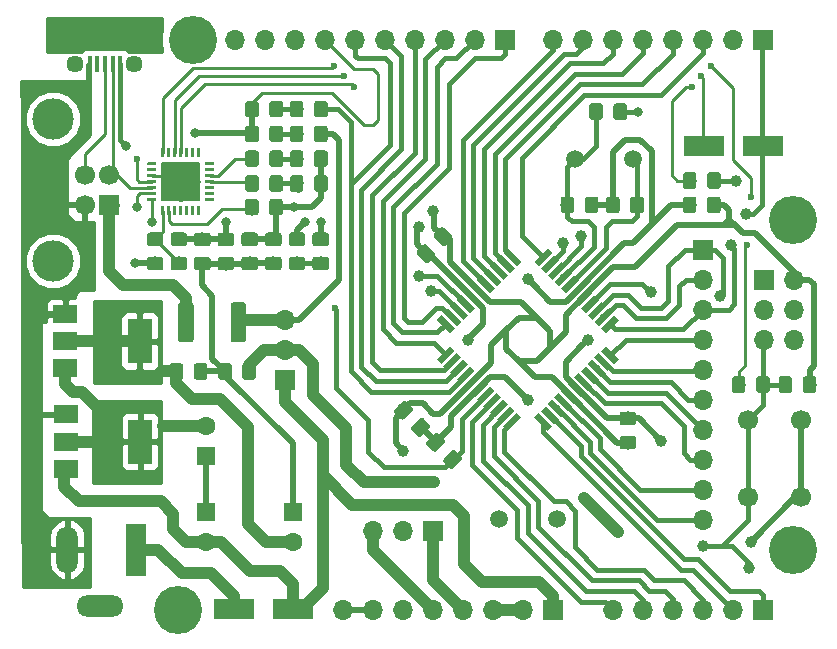
<source format=gbr>
G04 #@! TF.GenerationSoftware,KiCad,Pcbnew,(5.0.1)-3*
G04 #@! TF.CreationDate,2019-02-24T05:11:56+08:00*
G04 #@! TF.ProjectId,InuinoV3,496E75696E6F56332E6B696361645F70,rev?*
G04 #@! TF.SameCoordinates,Original*
G04 #@! TF.FileFunction,Copper,L1,Top,Signal*
G04 #@! TF.FilePolarity,Positive*
%FSLAX46Y46*%
G04 Gerber Fmt 4.6, Leading zero omitted, Abs format (unit mm)*
G04 Created by KiCad (PCBNEW (5.0.1)-3) date 2019/2/24 上午 05:11:56*
%MOMM*%
%LPD*%
G01*
G04 APERTURE LIST*
G04 #@! TA.AperFunction,ComponentPad*
%ADD10O,1.700000X1.700000*%
G04 #@! TD*
G04 #@! TA.AperFunction,ComponentPad*
%ADD11R,1.700000X1.700000*%
G04 #@! TD*
G04 #@! TA.AperFunction,ComponentPad*
%ADD12C,1.700000*%
G04 #@! TD*
G04 #@! TA.AperFunction,Conductor*
%ADD13C,0.100000*%
G04 #@! TD*
G04 #@! TA.AperFunction,SMDPad,CuDef*
%ADD14C,1.150000*%
G04 #@! TD*
G04 #@! TA.AperFunction,SMDPad,CuDef*
%ADD15C,3.350000*%
G04 #@! TD*
G04 #@! TA.AperFunction,ViaPad*
%ADD16C,0.500000*%
G04 #@! TD*
G04 #@! TA.AperFunction,SMDPad,CuDef*
%ADD17C,0.250000*%
G04 #@! TD*
G04 #@! TA.AperFunction,SMDPad,CuDef*
%ADD18R,3.500000X1.800000*%
G04 #@! TD*
G04 #@! TA.AperFunction,ComponentPad*
%ADD19C,1.500000*%
G04 #@! TD*
G04 #@! TA.AperFunction,ComponentPad*
%ADD20C,4.064000*%
G04 #@! TD*
G04 #@! TA.AperFunction,ComponentPad*
%ADD21R,1.600000X1.600000*%
G04 #@! TD*
G04 #@! TA.AperFunction,ComponentPad*
%ADD22C,1.600000*%
G04 #@! TD*
G04 #@! TA.AperFunction,SMDPad,CuDef*
%ADD23C,1.300000*%
G04 #@! TD*
G04 #@! TA.AperFunction,SMDPad,CuDef*
%ADD24R,1.500000X1.900000*%
G04 #@! TD*
G04 #@! TA.AperFunction,ComponentPad*
%ADD25C,1.450000*%
G04 #@! TD*
G04 #@! TA.AperFunction,SMDPad,CuDef*
%ADD26R,0.400000X1.350000*%
G04 #@! TD*
G04 #@! TA.AperFunction,ComponentPad*
%ADD27O,1.200000X1.900000*%
G04 #@! TD*
G04 #@! TA.AperFunction,SMDPad,CuDef*
%ADD28R,1.200000X1.900000*%
G04 #@! TD*
G04 #@! TA.AperFunction,ComponentPad*
%ADD29C,3.500000*%
G04 #@! TD*
G04 #@! TA.AperFunction,ComponentPad*
%ADD30O,4.000000X1.800000*%
G04 #@! TD*
G04 #@! TA.AperFunction,ComponentPad*
%ADD31O,1.800000X4.000000*%
G04 #@! TD*
G04 #@! TA.AperFunction,ComponentPad*
%ADD32R,1.800000X4.400000*%
G04 #@! TD*
G04 #@! TA.AperFunction,SMDPad,CuDef*
%ADD33R,2.000000X3.800000*%
G04 #@! TD*
G04 #@! TA.AperFunction,SMDPad,CuDef*
%ADD34R,2.000000X1.500000*%
G04 #@! TD*
G04 #@! TA.AperFunction,SMDPad,CuDef*
%ADD35C,0.560000*%
G04 #@! TD*
G04 #@! TA.AperFunction,ViaPad*
%ADD36C,0.800000*%
G04 #@! TD*
G04 #@! TA.AperFunction,ViaPad*
%ADD37C,1.000000*%
G04 #@! TD*
G04 #@! TA.AperFunction,ViaPad*
%ADD38C,0.600000*%
G04 #@! TD*
G04 #@! TA.AperFunction,Conductor*
%ADD39C,1.016000*%
G04 #@! TD*
G04 #@! TA.AperFunction,Conductor*
%ADD40C,0.508000*%
G04 #@! TD*
G04 #@! TA.AperFunction,Conductor*
%ADD41C,0.250000*%
G04 #@! TD*
G04 #@! TA.AperFunction,Conductor*
%ADD42C,0.406400*%
G04 #@! TD*
G04 #@! TA.AperFunction,Conductor*
%ADD43C,0.254000*%
G04 #@! TD*
G04 APERTURE END LIST*
D10*
G04 #@! TO.P,J11,3*
G04 #@! TO.N,VBUS*
X134048000Y-99335000D03*
G04 #@! TO.P,J11,2*
G04 #@! TO.N,+5V*
X134048000Y-101875000D03*
D11*
G04 #@! TO.P,J11,1*
G04 #@! TO.N,VCC*
X134048000Y-104415000D03*
G04 #@! TD*
G04 #@! TO.P,J10,1*
G04 #@! TO.N,+5V*
X146558000Y-117215000D03*
D10*
G04 #@! TO.P,J10,2*
G04 #@! TO.N,VDD*
X144018000Y-117215000D03*
G04 #@! TO.P,J10,3*
G04 #@! TO.N,+3V3*
X141478000Y-117215000D03*
G04 #@! TD*
D12*
G04 #@! TO.P,SW1,1*
G04 #@! TO.N,/~RESET~*
X173228000Y-114300000D03*
G04 #@! TO.P,SW1,2*
X173228000Y-107800000D03*
G04 #@! TO.P,SW1,3*
G04 #@! TO.N,GND*
X177728000Y-114300000D03*
G04 #@! TO.P,SW1,4*
X177728000Y-107800000D03*
G04 #@! TD*
D13*
G04 #@! TO.N,GND*
G04 #@! TO.C,C5*
G36*
X131524505Y-93951598D02*
X131548773Y-93955198D01*
X131572572Y-93961159D01*
X131595671Y-93969424D01*
X131617850Y-93979914D01*
X131638893Y-93992526D01*
X131658599Y-94007141D01*
X131676777Y-94023617D01*
X131693253Y-94041795D01*
X131707868Y-94061501D01*
X131720480Y-94082544D01*
X131730970Y-94104723D01*
X131739235Y-94127822D01*
X131745196Y-94151621D01*
X131748796Y-94175889D01*
X131750000Y-94200393D01*
X131750000Y-94850395D01*
X131748796Y-94874899D01*
X131745196Y-94899167D01*
X131739235Y-94922966D01*
X131730970Y-94946065D01*
X131720480Y-94968244D01*
X131707868Y-94989287D01*
X131693253Y-95008993D01*
X131676777Y-95027171D01*
X131658599Y-95043647D01*
X131638893Y-95058262D01*
X131617850Y-95070874D01*
X131595671Y-95081364D01*
X131572572Y-95089629D01*
X131548773Y-95095590D01*
X131524505Y-95099190D01*
X131500001Y-95100394D01*
X130599999Y-95100394D01*
X130575495Y-95099190D01*
X130551227Y-95095590D01*
X130527428Y-95089629D01*
X130504329Y-95081364D01*
X130482150Y-95070874D01*
X130461107Y-95058262D01*
X130441401Y-95043647D01*
X130423223Y-95027171D01*
X130406747Y-95008993D01*
X130392132Y-94989287D01*
X130379520Y-94968244D01*
X130369030Y-94946065D01*
X130360765Y-94922966D01*
X130354804Y-94899167D01*
X130351204Y-94874899D01*
X130350000Y-94850395D01*
X130350000Y-94200393D01*
X130351204Y-94175889D01*
X130354804Y-94151621D01*
X130360765Y-94127822D01*
X130369030Y-94104723D01*
X130379520Y-94082544D01*
X130392132Y-94061501D01*
X130406747Y-94041795D01*
X130423223Y-94023617D01*
X130441401Y-94007141D01*
X130461107Y-93992526D01*
X130482150Y-93979914D01*
X130504329Y-93969424D01*
X130527428Y-93961159D01*
X130551227Y-93955198D01*
X130575495Y-93951598D01*
X130599999Y-93950394D01*
X131500001Y-93950394D01*
X131524505Y-93951598D01*
X131524505Y-93951598D01*
G37*
D14*
G04 #@! TD*
G04 #@! TO.P,C5,1*
G04 #@! TO.N,GND*
X131050000Y-94525394D03*
D13*
G04 #@! TO.N,/CP-VDD*
G04 #@! TO.C,C5*
G36*
X131524505Y-91901598D02*
X131548773Y-91905198D01*
X131572572Y-91911159D01*
X131595671Y-91919424D01*
X131617850Y-91929914D01*
X131638893Y-91942526D01*
X131658599Y-91957141D01*
X131676777Y-91973617D01*
X131693253Y-91991795D01*
X131707868Y-92011501D01*
X131720480Y-92032544D01*
X131730970Y-92054723D01*
X131739235Y-92077822D01*
X131745196Y-92101621D01*
X131748796Y-92125889D01*
X131750000Y-92150393D01*
X131750000Y-92800395D01*
X131748796Y-92824899D01*
X131745196Y-92849167D01*
X131739235Y-92872966D01*
X131730970Y-92896065D01*
X131720480Y-92918244D01*
X131707868Y-92939287D01*
X131693253Y-92958993D01*
X131676777Y-92977171D01*
X131658599Y-92993647D01*
X131638893Y-93008262D01*
X131617850Y-93020874D01*
X131595671Y-93031364D01*
X131572572Y-93039629D01*
X131548773Y-93045590D01*
X131524505Y-93049190D01*
X131500001Y-93050394D01*
X130599999Y-93050394D01*
X130575495Y-93049190D01*
X130551227Y-93045590D01*
X130527428Y-93039629D01*
X130504329Y-93031364D01*
X130482150Y-93020874D01*
X130461107Y-93008262D01*
X130441401Y-92993647D01*
X130423223Y-92977171D01*
X130406747Y-92958993D01*
X130392132Y-92939287D01*
X130379520Y-92918244D01*
X130369030Y-92896065D01*
X130360765Y-92872966D01*
X130354804Y-92849167D01*
X130351204Y-92824899D01*
X130350000Y-92800395D01*
X130350000Y-92150393D01*
X130351204Y-92125889D01*
X130354804Y-92101621D01*
X130360765Y-92077822D01*
X130369030Y-92054723D01*
X130379520Y-92032544D01*
X130392132Y-92011501D01*
X130406747Y-91991795D01*
X130423223Y-91973617D01*
X130441401Y-91957141D01*
X130461107Y-91942526D01*
X130482150Y-91929914D01*
X130504329Y-91919424D01*
X130527428Y-91911159D01*
X130551227Y-91905198D01*
X130575495Y-91901598D01*
X130599999Y-91900394D01*
X131500001Y-91900394D01*
X131524505Y-91901598D01*
X131524505Y-91901598D01*
G37*
D14*
G04 #@! TD*
G04 #@! TO.P,C5,2*
G04 #@! TO.N,/CP-VDD*
X131050000Y-92475394D03*
D13*
G04 #@! TO.N,GND*
G04 #@! TO.C,U2*
G36*
X126649504Y-85926204D02*
X126673773Y-85929804D01*
X126697571Y-85935765D01*
X126720671Y-85944030D01*
X126742849Y-85954520D01*
X126763893Y-85967133D01*
X126783598Y-85981747D01*
X126801777Y-85998223D01*
X126818253Y-86016402D01*
X126832867Y-86036107D01*
X126845480Y-86057151D01*
X126855970Y-86079329D01*
X126864235Y-86102429D01*
X126870196Y-86126227D01*
X126873796Y-86150496D01*
X126875000Y-86175000D01*
X126875000Y-89025000D01*
X126873796Y-89049504D01*
X126870196Y-89073773D01*
X126864235Y-89097571D01*
X126855970Y-89120671D01*
X126845480Y-89142849D01*
X126832867Y-89163893D01*
X126818253Y-89183598D01*
X126801777Y-89201777D01*
X126783598Y-89218253D01*
X126763893Y-89232867D01*
X126742849Y-89245480D01*
X126720671Y-89255970D01*
X126697571Y-89264235D01*
X126673773Y-89270196D01*
X126649504Y-89273796D01*
X126625000Y-89275000D01*
X123775000Y-89275000D01*
X123750496Y-89273796D01*
X123726227Y-89270196D01*
X123702429Y-89264235D01*
X123679329Y-89255970D01*
X123657151Y-89245480D01*
X123636107Y-89232867D01*
X123616402Y-89218253D01*
X123598223Y-89201777D01*
X123581747Y-89183598D01*
X123567133Y-89163893D01*
X123554520Y-89142849D01*
X123544030Y-89120671D01*
X123535765Y-89097571D01*
X123529804Y-89073773D01*
X123526204Y-89049504D01*
X123525000Y-89025000D01*
X123525000Y-86175000D01*
X123526204Y-86150496D01*
X123529804Y-86126227D01*
X123535765Y-86102429D01*
X123544030Y-86079329D01*
X123554520Y-86057151D01*
X123567133Y-86036107D01*
X123581747Y-86016402D01*
X123598223Y-85998223D01*
X123616402Y-85981747D01*
X123636107Y-85967133D01*
X123657151Y-85954520D01*
X123679329Y-85944030D01*
X123702429Y-85935765D01*
X123726227Y-85929804D01*
X123750496Y-85926204D01*
X123775000Y-85925000D01*
X126625000Y-85925000D01*
X126649504Y-85926204D01*
X126649504Y-85926204D01*
G37*
D15*
G04 #@! TD*
G04 #@! TO.P,U2,29*
G04 #@! TO.N,GND*
X125200000Y-87600000D03*
D16*
G04 #@! TO.N,GND*
G04 #@! TO.C,U2*
X124200000Y-86600000D03*
X125200000Y-86600000D03*
X126200000Y-86600000D03*
X124200000Y-87600000D03*
X125200000Y-87600000D03*
X126200000Y-87600000D03*
X124200000Y-88600000D03*
X125200000Y-88600000D03*
X126200000Y-88600000D03*
D13*
G04 #@! TO.N,Net-(U2-Pad1)*
G36*
X123093626Y-85975301D02*
X123099693Y-85976201D01*
X123105643Y-85977691D01*
X123111418Y-85979758D01*
X123116962Y-85982380D01*
X123122223Y-85985533D01*
X123127150Y-85989187D01*
X123131694Y-85993306D01*
X123135813Y-85997850D01*
X123139467Y-86002777D01*
X123142620Y-86008038D01*
X123145242Y-86013582D01*
X123147309Y-86019357D01*
X123148799Y-86025307D01*
X123149699Y-86031374D01*
X123150000Y-86037500D01*
X123150000Y-86162500D01*
X123149699Y-86168626D01*
X123148799Y-86174693D01*
X123147309Y-86180643D01*
X123145242Y-86186418D01*
X123142620Y-86191962D01*
X123139467Y-86197223D01*
X123135813Y-86202150D01*
X123131694Y-86206694D01*
X123127150Y-86210813D01*
X123122223Y-86214467D01*
X123116962Y-86217620D01*
X123111418Y-86220242D01*
X123105643Y-86222309D01*
X123099693Y-86223799D01*
X123093626Y-86224699D01*
X123087500Y-86225000D01*
X122412500Y-86225000D01*
X122406374Y-86224699D01*
X122400307Y-86223799D01*
X122394357Y-86222309D01*
X122388582Y-86220242D01*
X122383038Y-86217620D01*
X122377777Y-86214467D01*
X122372850Y-86210813D01*
X122368306Y-86206694D01*
X122364187Y-86202150D01*
X122360533Y-86197223D01*
X122357380Y-86191962D01*
X122354758Y-86186418D01*
X122352691Y-86180643D01*
X122351201Y-86174693D01*
X122350301Y-86168626D01*
X122350000Y-86162500D01*
X122350000Y-86037500D01*
X122350301Y-86031374D01*
X122351201Y-86025307D01*
X122352691Y-86019357D01*
X122354758Y-86013582D01*
X122357380Y-86008038D01*
X122360533Y-86002777D01*
X122364187Y-85997850D01*
X122368306Y-85993306D01*
X122372850Y-85989187D01*
X122377777Y-85985533D01*
X122383038Y-85982380D01*
X122388582Y-85979758D01*
X122394357Y-85977691D01*
X122400307Y-85976201D01*
X122406374Y-85975301D01*
X122412500Y-85975000D01*
X123087500Y-85975000D01*
X123093626Y-85975301D01*
X123093626Y-85975301D01*
G37*
D17*
G04 #@! TD*
G04 #@! TO.P,U2,1*
G04 #@! TO.N,Net-(U2-Pad1)*
X122750000Y-86100000D03*
D13*
G04 #@! TO.N,Net-(U2-Pad2)*
G04 #@! TO.C,U2*
G36*
X123093626Y-86475301D02*
X123099693Y-86476201D01*
X123105643Y-86477691D01*
X123111418Y-86479758D01*
X123116962Y-86482380D01*
X123122223Y-86485533D01*
X123127150Y-86489187D01*
X123131694Y-86493306D01*
X123135813Y-86497850D01*
X123139467Y-86502777D01*
X123142620Y-86508038D01*
X123145242Y-86513582D01*
X123147309Y-86519357D01*
X123148799Y-86525307D01*
X123149699Y-86531374D01*
X123150000Y-86537500D01*
X123150000Y-86662500D01*
X123149699Y-86668626D01*
X123148799Y-86674693D01*
X123147309Y-86680643D01*
X123145242Y-86686418D01*
X123142620Y-86691962D01*
X123139467Y-86697223D01*
X123135813Y-86702150D01*
X123131694Y-86706694D01*
X123127150Y-86710813D01*
X123122223Y-86714467D01*
X123116962Y-86717620D01*
X123111418Y-86720242D01*
X123105643Y-86722309D01*
X123099693Y-86723799D01*
X123093626Y-86724699D01*
X123087500Y-86725000D01*
X122412500Y-86725000D01*
X122406374Y-86724699D01*
X122400307Y-86723799D01*
X122394357Y-86722309D01*
X122388582Y-86720242D01*
X122383038Y-86717620D01*
X122377777Y-86714467D01*
X122372850Y-86710813D01*
X122368306Y-86706694D01*
X122364187Y-86702150D01*
X122360533Y-86697223D01*
X122357380Y-86691962D01*
X122354758Y-86686418D01*
X122352691Y-86680643D01*
X122351201Y-86674693D01*
X122350301Y-86668626D01*
X122350000Y-86662500D01*
X122350000Y-86537500D01*
X122350301Y-86531374D01*
X122351201Y-86525307D01*
X122352691Y-86519357D01*
X122354758Y-86513582D01*
X122357380Y-86508038D01*
X122360533Y-86502777D01*
X122364187Y-86497850D01*
X122368306Y-86493306D01*
X122372850Y-86489187D01*
X122377777Y-86485533D01*
X122383038Y-86482380D01*
X122388582Y-86479758D01*
X122394357Y-86477691D01*
X122400307Y-86476201D01*
X122406374Y-86475301D01*
X122412500Y-86475000D01*
X123087500Y-86475000D01*
X123093626Y-86475301D01*
X123093626Y-86475301D01*
G37*
D17*
G04 #@! TD*
G04 #@! TO.P,U2,2*
G04 #@! TO.N,Net-(U2-Pad2)*
X122750000Y-86600000D03*
D13*
G04 #@! TO.N,GND*
G04 #@! TO.C,U2*
G36*
X123093626Y-86975301D02*
X123099693Y-86976201D01*
X123105643Y-86977691D01*
X123111418Y-86979758D01*
X123116962Y-86982380D01*
X123122223Y-86985533D01*
X123127150Y-86989187D01*
X123131694Y-86993306D01*
X123135813Y-86997850D01*
X123139467Y-87002777D01*
X123142620Y-87008038D01*
X123145242Y-87013582D01*
X123147309Y-87019357D01*
X123148799Y-87025307D01*
X123149699Y-87031374D01*
X123150000Y-87037500D01*
X123150000Y-87162500D01*
X123149699Y-87168626D01*
X123148799Y-87174693D01*
X123147309Y-87180643D01*
X123145242Y-87186418D01*
X123142620Y-87191962D01*
X123139467Y-87197223D01*
X123135813Y-87202150D01*
X123131694Y-87206694D01*
X123127150Y-87210813D01*
X123122223Y-87214467D01*
X123116962Y-87217620D01*
X123111418Y-87220242D01*
X123105643Y-87222309D01*
X123099693Y-87223799D01*
X123093626Y-87224699D01*
X123087500Y-87225000D01*
X122412500Y-87225000D01*
X122406374Y-87224699D01*
X122400307Y-87223799D01*
X122394357Y-87222309D01*
X122388582Y-87220242D01*
X122383038Y-87217620D01*
X122377777Y-87214467D01*
X122372850Y-87210813D01*
X122368306Y-87206694D01*
X122364187Y-87202150D01*
X122360533Y-87197223D01*
X122357380Y-87191962D01*
X122354758Y-87186418D01*
X122352691Y-87180643D01*
X122351201Y-87174693D01*
X122350301Y-87168626D01*
X122350000Y-87162500D01*
X122350000Y-87037500D01*
X122350301Y-87031374D01*
X122351201Y-87025307D01*
X122352691Y-87019357D01*
X122354758Y-87013582D01*
X122357380Y-87008038D01*
X122360533Y-87002777D01*
X122364187Y-86997850D01*
X122368306Y-86993306D01*
X122372850Y-86989187D01*
X122377777Y-86985533D01*
X122383038Y-86982380D01*
X122388582Y-86979758D01*
X122394357Y-86977691D01*
X122400307Y-86976201D01*
X122406374Y-86975301D01*
X122412500Y-86975000D01*
X123087500Y-86975000D01*
X123093626Y-86975301D01*
X123093626Y-86975301D01*
G37*
D17*
G04 #@! TD*
G04 #@! TO.P,U2,3*
G04 #@! TO.N,GND*
X122750000Y-87100000D03*
D13*
G04 #@! TO.N,/D+*
G04 #@! TO.C,U2*
G36*
X123093626Y-87475301D02*
X123099693Y-87476201D01*
X123105643Y-87477691D01*
X123111418Y-87479758D01*
X123116962Y-87482380D01*
X123122223Y-87485533D01*
X123127150Y-87489187D01*
X123131694Y-87493306D01*
X123135813Y-87497850D01*
X123139467Y-87502777D01*
X123142620Y-87508038D01*
X123145242Y-87513582D01*
X123147309Y-87519357D01*
X123148799Y-87525307D01*
X123149699Y-87531374D01*
X123150000Y-87537500D01*
X123150000Y-87662500D01*
X123149699Y-87668626D01*
X123148799Y-87674693D01*
X123147309Y-87680643D01*
X123145242Y-87686418D01*
X123142620Y-87691962D01*
X123139467Y-87697223D01*
X123135813Y-87702150D01*
X123131694Y-87706694D01*
X123127150Y-87710813D01*
X123122223Y-87714467D01*
X123116962Y-87717620D01*
X123111418Y-87720242D01*
X123105643Y-87722309D01*
X123099693Y-87723799D01*
X123093626Y-87724699D01*
X123087500Y-87725000D01*
X122412500Y-87725000D01*
X122406374Y-87724699D01*
X122400307Y-87723799D01*
X122394357Y-87722309D01*
X122388582Y-87720242D01*
X122383038Y-87717620D01*
X122377777Y-87714467D01*
X122372850Y-87710813D01*
X122368306Y-87706694D01*
X122364187Y-87702150D01*
X122360533Y-87697223D01*
X122357380Y-87691962D01*
X122354758Y-87686418D01*
X122352691Y-87680643D01*
X122351201Y-87674693D01*
X122350301Y-87668626D01*
X122350000Y-87662500D01*
X122350000Y-87537500D01*
X122350301Y-87531374D01*
X122351201Y-87525307D01*
X122352691Y-87519357D01*
X122354758Y-87513582D01*
X122357380Y-87508038D01*
X122360533Y-87502777D01*
X122364187Y-87497850D01*
X122368306Y-87493306D01*
X122372850Y-87489187D01*
X122377777Y-87485533D01*
X122383038Y-87482380D01*
X122388582Y-87479758D01*
X122394357Y-87477691D01*
X122400307Y-87476201D01*
X122406374Y-87475301D01*
X122412500Y-87475000D01*
X123087500Y-87475000D01*
X123093626Y-87475301D01*
X123093626Y-87475301D01*
G37*
D17*
G04 #@! TD*
G04 #@! TO.P,U2,4*
G04 #@! TO.N,/D+*
X122750000Y-87600000D03*
D13*
G04 #@! TO.N,/D-*
G04 #@! TO.C,U2*
G36*
X123093626Y-87975301D02*
X123099693Y-87976201D01*
X123105643Y-87977691D01*
X123111418Y-87979758D01*
X123116962Y-87982380D01*
X123122223Y-87985533D01*
X123127150Y-87989187D01*
X123131694Y-87993306D01*
X123135813Y-87997850D01*
X123139467Y-88002777D01*
X123142620Y-88008038D01*
X123145242Y-88013582D01*
X123147309Y-88019357D01*
X123148799Y-88025307D01*
X123149699Y-88031374D01*
X123150000Y-88037500D01*
X123150000Y-88162500D01*
X123149699Y-88168626D01*
X123148799Y-88174693D01*
X123147309Y-88180643D01*
X123145242Y-88186418D01*
X123142620Y-88191962D01*
X123139467Y-88197223D01*
X123135813Y-88202150D01*
X123131694Y-88206694D01*
X123127150Y-88210813D01*
X123122223Y-88214467D01*
X123116962Y-88217620D01*
X123111418Y-88220242D01*
X123105643Y-88222309D01*
X123099693Y-88223799D01*
X123093626Y-88224699D01*
X123087500Y-88225000D01*
X122412500Y-88225000D01*
X122406374Y-88224699D01*
X122400307Y-88223799D01*
X122394357Y-88222309D01*
X122388582Y-88220242D01*
X122383038Y-88217620D01*
X122377777Y-88214467D01*
X122372850Y-88210813D01*
X122368306Y-88206694D01*
X122364187Y-88202150D01*
X122360533Y-88197223D01*
X122357380Y-88191962D01*
X122354758Y-88186418D01*
X122352691Y-88180643D01*
X122351201Y-88174693D01*
X122350301Y-88168626D01*
X122350000Y-88162500D01*
X122350000Y-88037500D01*
X122350301Y-88031374D01*
X122351201Y-88025307D01*
X122352691Y-88019357D01*
X122354758Y-88013582D01*
X122357380Y-88008038D01*
X122360533Y-88002777D01*
X122364187Y-87997850D01*
X122368306Y-87993306D01*
X122372850Y-87989187D01*
X122377777Y-87985533D01*
X122383038Y-87982380D01*
X122388582Y-87979758D01*
X122394357Y-87977691D01*
X122400307Y-87976201D01*
X122406374Y-87975301D01*
X122412500Y-87975000D01*
X123087500Y-87975000D01*
X123093626Y-87975301D01*
X123093626Y-87975301D01*
G37*
D17*
G04 #@! TD*
G04 #@! TO.P,U2,5*
G04 #@! TO.N,/D-*
X122750000Y-88100000D03*
D13*
G04 #@! TO.N,/CP-VDD*
G04 #@! TO.C,U2*
G36*
X123093626Y-88475301D02*
X123099693Y-88476201D01*
X123105643Y-88477691D01*
X123111418Y-88479758D01*
X123116962Y-88482380D01*
X123122223Y-88485533D01*
X123127150Y-88489187D01*
X123131694Y-88493306D01*
X123135813Y-88497850D01*
X123139467Y-88502777D01*
X123142620Y-88508038D01*
X123145242Y-88513582D01*
X123147309Y-88519357D01*
X123148799Y-88525307D01*
X123149699Y-88531374D01*
X123150000Y-88537500D01*
X123150000Y-88662500D01*
X123149699Y-88668626D01*
X123148799Y-88674693D01*
X123147309Y-88680643D01*
X123145242Y-88686418D01*
X123142620Y-88691962D01*
X123139467Y-88697223D01*
X123135813Y-88702150D01*
X123131694Y-88706694D01*
X123127150Y-88710813D01*
X123122223Y-88714467D01*
X123116962Y-88717620D01*
X123111418Y-88720242D01*
X123105643Y-88722309D01*
X123099693Y-88723799D01*
X123093626Y-88724699D01*
X123087500Y-88725000D01*
X122412500Y-88725000D01*
X122406374Y-88724699D01*
X122400307Y-88723799D01*
X122394357Y-88722309D01*
X122388582Y-88720242D01*
X122383038Y-88717620D01*
X122377777Y-88714467D01*
X122372850Y-88710813D01*
X122368306Y-88706694D01*
X122364187Y-88702150D01*
X122360533Y-88697223D01*
X122357380Y-88691962D01*
X122354758Y-88686418D01*
X122352691Y-88680643D01*
X122351201Y-88674693D01*
X122350301Y-88668626D01*
X122350000Y-88662500D01*
X122350000Y-88537500D01*
X122350301Y-88531374D01*
X122351201Y-88525307D01*
X122352691Y-88519357D01*
X122354758Y-88513582D01*
X122357380Y-88508038D01*
X122360533Y-88502777D01*
X122364187Y-88497850D01*
X122368306Y-88493306D01*
X122372850Y-88489187D01*
X122377777Y-88485533D01*
X122383038Y-88482380D01*
X122388582Y-88479758D01*
X122394357Y-88477691D01*
X122400307Y-88476201D01*
X122406374Y-88475301D01*
X122412500Y-88475000D01*
X123087500Y-88475000D01*
X123093626Y-88475301D01*
X123093626Y-88475301D01*
G37*
D17*
G04 #@! TD*
G04 #@! TO.P,U2,6*
G04 #@! TO.N,/CP-VDD*
X122750000Y-88600000D03*
D13*
G04 #@! TO.N,VBUS*
G04 #@! TO.C,U2*
G36*
X123093626Y-88975301D02*
X123099693Y-88976201D01*
X123105643Y-88977691D01*
X123111418Y-88979758D01*
X123116962Y-88982380D01*
X123122223Y-88985533D01*
X123127150Y-88989187D01*
X123131694Y-88993306D01*
X123135813Y-88997850D01*
X123139467Y-89002777D01*
X123142620Y-89008038D01*
X123145242Y-89013582D01*
X123147309Y-89019357D01*
X123148799Y-89025307D01*
X123149699Y-89031374D01*
X123150000Y-89037500D01*
X123150000Y-89162500D01*
X123149699Y-89168626D01*
X123148799Y-89174693D01*
X123147309Y-89180643D01*
X123145242Y-89186418D01*
X123142620Y-89191962D01*
X123139467Y-89197223D01*
X123135813Y-89202150D01*
X123131694Y-89206694D01*
X123127150Y-89210813D01*
X123122223Y-89214467D01*
X123116962Y-89217620D01*
X123111418Y-89220242D01*
X123105643Y-89222309D01*
X123099693Y-89223799D01*
X123093626Y-89224699D01*
X123087500Y-89225000D01*
X122412500Y-89225000D01*
X122406374Y-89224699D01*
X122400307Y-89223799D01*
X122394357Y-89222309D01*
X122388582Y-89220242D01*
X122383038Y-89217620D01*
X122377777Y-89214467D01*
X122372850Y-89210813D01*
X122368306Y-89206694D01*
X122364187Y-89202150D01*
X122360533Y-89197223D01*
X122357380Y-89191962D01*
X122354758Y-89186418D01*
X122352691Y-89180643D01*
X122351201Y-89174693D01*
X122350301Y-89168626D01*
X122350000Y-89162500D01*
X122350000Y-89037500D01*
X122350301Y-89031374D01*
X122351201Y-89025307D01*
X122352691Y-89019357D01*
X122354758Y-89013582D01*
X122357380Y-89008038D01*
X122360533Y-89002777D01*
X122364187Y-88997850D01*
X122368306Y-88993306D01*
X122372850Y-88989187D01*
X122377777Y-88985533D01*
X122383038Y-88982380D01*
X122388582Y-88979758D01*
X122394357Y-88977691D01*
X122400307Y-88976201D01*
X122406374Y-88975301D01*
X122412500Y-88975000D01*
X123087500Y-88975000D01*
X123093626Y-88975301D01*
X123093626Y-88975301D01*
G37*
D17*
G04 #@! TD*
G04 #@! TO.P,U2,7*
G04 #@! TO.N,VBUS*
X122750000Y-89100000D03*
D13*
G04 #@! TO.N,Net-(R1-Pad2)*
G04 #@! TO.C,U2*
G36*
X123768626Y-89650301D02*
X123774693Y-89651201D01*
X123780643Y-89652691D01*
X123786418Y-89654758D01*
X123791962Y-89657380D01*
X123797223Y-89660533D01*
X123802150Y-89664187D01*
X123806694Y-89668306D01*
X123810813Y-89672850D01*
X123814467Y-89677777D01*
X123817620Y-89683038D01*
X123820242Y-89688582D01*
X123822309Y-89694357D01*
X123823799Y-89700307D01*
X123824699Y-89706374D01*
X123825000Y-89712500D01*
X123825000Y-90387500D01*
X123824699Y-90393626D01*
X123823799Y-90399693D01*
X123822309Y-90405643D01*
X123820242Y-90411418D01*
X123817620Y-90416962D01*
X123814467Y-90422223D01*
X123810813Y-90427150D01*
X123806694Y-90431694D01*
X123802150Y-90435813D01*
X123797223Y-90439467D01*
X123791962Y-90442620D01*
X123786418Y-90445242D01*
X123780643Y-90447309D01*
X123774693Y-90448799D01*
X123768626Y-90449699D01*
X123762500Y-90450000D01*
X123637500Y-90450000D01*
X123631374Y-90449699D01*
X123625307Y-90448799D01*
X123619357Y-90447309D01*
X123613582Y-90445242D01*
X123608038Y-90442620D01*
X123602777Y-90439467D01*
X123597850Y-90435813D01*
X123593306Y-90431694D01*
X123589187Y-90427150D01*
X123585533Y-90422223D01*
X123582380Y-90416962D01*
X123579758Y-90411418D01*
X123577691Y-90405643D01*
X123576201Y-90399693D01*
X123575301Y-90393626D01*
X123575000Y-90387500D01*
X123575000Y-89712500D01*
X123575301Y-89706374D01*
X123576201Y-89700307D01*
X123577691Y-89694357D01*
X123579758Y-89688582D01*
X123582380Y-89683038D01*
X123585533Y-89677777D01*
X123589187Y-89672850D01*
X123593306Y-89668306D01*
X123597850Y-89664187D01*
X123602777Y-89660533D01*
X123608038Y-89657380D01*
X123613582Y-89654758D01*
X123619357Y-89652691D01*
X123625307Y-89651201D01*
X123631374Y-89650301D01*
X123637500Y-89650000D01*
X123762500Y-89650000D01*
X123768626Y-89650301D01*
X123768626Y-89650301D01*
G37*
D17*
G04 #@! TD*
G04 #@! TO.P,U2,8*
G04 #@! TO.N,Net-(R1-Pad2)*
X123700000Y-90050000D03*
D13*
G04 #@! TO.N,Net-(R12-Pad2)*
G04 #@! TO.C,U2*
G36*
X124268626Y-89650301D02*
X124274693Y-89651201D01*
X124280643Y-89652691D01*
X124286418Y-89654758D01*
X124291962Y-89657380D01*
X124297223Y-89660533D01*
X124302150Y-89664187D01*
X124306694Y-89668306D01*
X124310813Y-89672850D01*
X124314467Y-89677777D01*
X124317620Y-89683038D01*
X124320242Y-89688582D01*
X124322309Y-89694357D01*
X124323799Y-89700307D01*
X124324699Y-89706374D01*
X124325000Y-89712500D01*
X124325000Y-90387500D01*
X124324699Y-90393626D01*
X124323799Y-90399693D01*
X124322309Y-90405643D01*
X124320242Y-90411418D01*
X124317620Y-90416962D01*
X124314467Y-90422223D01*
X124310813Y-90427150D01*
X124306694Y-90431694D01*
X124302150Y-90435813D01*
X124297223Y-90439467D01*
X124291962Y-90442620D01*
X124286418Y-90445242D01*
X124280643Y-90447309D01*
X124274693Y-90448799D01*
X124268626Y-90449699D01*
X124262500Y-90450000D01*
X124137500Y-90450000D01*
X124131374Y-90449699D01*
X124125307Y-90448799D01*
X124119357Y-90447309D01*
X124113582Y-90445242D01*
X124108038Y-90442620D01*
X124102777Y-90439467D01*
X124097850Y-90435813D01*
X124093306Y-90431694D01*
X124089187Y-90427150D01*
X124085533Y-90422223D01*
X124082380Y-90416962D01*
X124079758Y-90411418D01*
X124077691Y-90405643D01*
X124076201Y-90399693D01*
X124075301Y-90393626D01*
X124075000Y-90387500D01*
X124075000Y-89712500D01*
X124075301Y-89706374D01*
X124076201Y-89700307D01*
X124077691Y-89694357D01*
X124079758Y-89688582D01*
X124082380Y-89683038D01*
X124085533Y-89677777D01*
X124089187Y-89672850D01*
X124093306Y-89668306D01*
X124097850Y-89664187D01*
X124102777Y-89660533D01*
X124108038Y-89657380D01*
X124113582Y-89654758D01*
X124119357Y-89652691D01*
X124125307Y-89651201D01*
X124131374Y-89650301D01*
X124137500Y-89650000D01*
X124262500Y-89650000D01*
X124268626Y-89650301D01*
X124268626Y-89650301D01*
G37*
D17*
G04 #@! TD*
G04 #@! TO.P,U2,9*
G04 #@! TO.N,Net-(R12-Pad2)*
X124200000Y-90050000D03*
D13*
G04 #@! TO.N,N/C*
G04 #@! TO.C,U2*
G36*
X124768626Y-89650301D02*
X124774693Y-89651201D01*
X124780643Y-89652691D01*
X124786418Y-89654758D01*
X124791962Y-89657380D01*
X124797223Y-89660533D01*
X124802150Y-89664187D01*
X124806694Y-89668306D01*
X124810813Y-89672850D01*
X124814467Y-89677777D01*
X124817620Y-89683038D01*
X124820242Y-89688582D01*
X124822309Y-89694357D01*
X124823799Y-89700307D01*
X124824699Y-89706374D01*
X124825000Y-89712500D01*
X124825000Y-90387500D01*
X124824699Y-90393626D01*
X124823799Y-90399693D01*
X124822309Y-90405643D01*
X124820242Y-90411418D01*
X124817620Y-90416962D01*
X124814467Y-90422223D01*
X124810813Y-90427150D01*
X124806694Y-90431694D01*
X124802150Y-90435813D01*
X124797223Y-90439467D01*
X124791962Y-90442620D01*
X124786418Y-90445242D01*
X124780643Y-90447309D01*
X124774693Y-90448799D01*
X124768626Y-90449699D01*
X124762500Y-90450000D01*
X124637500Y-90450000D01*
X124631374Y-90449699D01*
X124625307Y-90448799D01*
X124619357Y-90447309D01*
X124613582Y-90445242D01*
X124608038Y-90442620D01*
X124602777Y-90439467D01*
X124597850Y-90435813D01*
X124593306Y-90431694D01*
X124589187Y-90427150D01*
X124585533Y-90422223D01*
X124582380Y-90416962D01*
X124579758Y-90411418D01*
X124577691Y-90405643D01*
X124576201Y-90399693D01*
X124575301Y-90393626D01*
X124575000Y-90387500D01*
X124575000Y-89712500D01*
X124575301Y-89706374D01*
X124576201Y-89700307D01*
X124577691Y-89694357D01*
X124579758Y-89688582D01*
X124582380Y-89683038D01*
X124585533Y-89677777D01*
X124589187Y-89672850D01*
X124593306Y-89668306D01*
X124597850Y-89664187D01*
X124602777Y-89660533D01*
X124608038Y-89657380D01*
X124613582Y-89654758D01*
X124619357Y-89652691D01*
X124625307Y-89651201D01*
X124631374Y-89650301D01*
X124637500Y-89650000D01*
X124762500Y-89650000D01*
X124768626Y-89650301D01*
X124768626Y-89650301D01*
G37*
D17*
G04 #@! TD*
G04 #@! TO.P,U2,10*
G04 #@! TO.N,N/C*
X124700000Y-90050000D03*
D13*
G04 #@! TO.N,Net-(U2-Pad11)*
G04 #@! TO.C,U2*
G36*
X125268626Y-89650301D02*
X125274693Y-89651201D01*
X125280643Y-89652691D01*
X125286418Y-89654758D01*
X125291962Y-89657380D01*
X125297223Y-89660533D01*
X125302150Y-89664187D01*
X125306694Y-89668306D01*
X125310813Y-89672850D01*
X125314467Y-89677777D01*
X125317620Y-89683038D01*
X125320242Y-89688582D01*
X125322309Y-89694357D01*
X125323799Y-89700307D01*
X125324699Y-89706374D01*
X125325000Y-89712500D01*
X125325000Y-90387500D01*
X125324699Y-90393626D01*
X125323799Y-90399693D01*
X125322309Y-90405643D01*
X125320242Y-90411418D01*
X125317620Y-90416962D01*
X125314467Y-90422223D01*
X125310813Y-90427150D01*
X125306694Y-90431694D01*
X125302150Y-90435813D01*
X125297223Y-90439467D01*
X125291962Y-90442620D01*
X125286418Y-90445242D01*
X125280643Y-90447309D01*
X125274693Y-90448799D01*
X125268626Y-90449699D01*
X125262500Y-90450000D01*
X125137500Y-90450000D01*
X125131374Y-90449699D01*
X125125307Y-90448799D01*
X125119357Y-90447309D01*
X125113582Y-90445242D01*
X125108038Y-90442620D01*
X125102777Y-90439467D01*
X125097850Y-90435813D01*
X125093306Y-90431694D01*
X125089187Y-90427150D01*
X125085533Y-90422223D01*
X125082380Y-90416962D01*
X125079758Y-90411418D01*
X125077691Y-90405643D01*
X125076201Y-90399693D01*
X125075301Y-90393626D01*
X125075000Y-90387500D01*
X125075000Y-89712500D01*
X125075301Y-89706374D01*
X125076201Y-89700307D01*
X125077691Y-89694357D01*
X125079758Y-89688582D01*
X125082380Y-89683038D01*
X125085533Y-89677777D01*
X125089187Y-89672850D01*
X125093306Y-89668306D01*
X125097850Y-89664187D01*
X125102777Y-89660533D01*
X125108038Y-89657380D01*
X125113582Y-89654758D01*
X125119357Y-89652691D01*
X125125307Y-89651201D01*
X125131374Y-89650301D01*
X125137500Y-89650000D01*
X125262500Y-89650000D01*
X125268626Y-89650301D01*
X125268626Y-89650301D01*
G37*
D17*
G04 #@! TD*
G04 #@! TO.P,U2,11*
G04 #@! TO.N,Net-(U2-Pad11)*
X125200000Y-90050000D03*
D13*
G04 #@! TO.N,Net-(U2-Pad12)*
G04 #@! TO.C,U2*
G36*
X125768626Y-89650301D02*
X125774693Y-89651201D01*
X125780643Y-89652691D01*
X125786418Y-89654758D01*
X125791962Y-89657380D01*
X125797223Y-89660533D01*
X125802150Y-89664187D01*
X125806694Y-89668306D01*
X125810813Y-89672850D01*
X125814467Y-89677777D01*
X125817620Y-89683038D01*
X125820242Y-89688582D01*
X125822309Y-89694357D01*
X125823799Y-89700307D01*
X125824699Y-89706374D01*
X125825000Y-89712500D01*
X125825000Y-90387500D01*
X125824699Y-90393626D01*
X125823799Y-90399693D01*
X125822309Y-90405643D01*
X125820242Y-90411418D01*
X125817620Y-90416962D01*
X125814467Y-90422223D01*
X125810813Y-90427150D01*
X125806694Y-90431694D01*
X125802150Y-90435813D01*
X125797223Y-90439467D01*
X125791962Y-90442620D01*
X125786418Y-90445242D01*
X125780643Y-90447309D01*
X125774693Y-90448799D01*
X125768626Y-90449699D01*
X125762500Y-90450000D01*
X125637500Y-90450000D01*
X125631374Y-90449699D01*
X125625307Y-90448799D01*
X125619357Y-90447309D01*
X125613582Y-90445242D01*
X125608038Y-90442620D01*
X125602777Y-90439467D01*
X125597850Y-90435813D01*
X125593306Y-90431694D01*
X125589187Y-90427150D01*
X125585533Y-90422223D01*
X125582380Y-90416962D01*
X125579758Y-90411418D01*
X125577691Y-90405643D01*
X125576201Y-90399693D01*
X125575301Y-90393626D01*
X125575000Y-90387500D01*
X125575000Y-89712500D01*
X125575301Y-89706374D01*
X125576201Y-89700307D01*
X125577691Y-89694357D01*
X125579758Y-89688582D01*
X125582380Y-89683038D01*
X125585533Y-89677777D01*
X125589187Y-89672850D01*
X125593306Y-89668306D01*
X125597850Y-89664187D01*
X125602777Y-89660533D01*
X125608038Y-89657380D01*
X125613582Y-89654758D01*
X125619357Y-89652691D01*
X125625307Y-89651201D01*
X125631374Y-89650301D01*
X125637500Y-89650000D01*
X125762500Y-89650000D01*
X125768626Y-89650301D01*
X125768626Y-89650301D01*
G37*
D17*
G04 #@! TD*
G04 #@! TO.P,U2,12*
G04 #@! TO.N,Net-(U2-Pad12)*
X125700000Y-90050000D03*
D13*
G04 #@! TO.N,Net-(U2-Pad13)*
G04 #@! TO.C,U2*
G36*
X126268626Y-89650301D02*
X126274693Y-89651201D01*
X126280643Y-89652691D01*
X126286418Y-89654758D01*
X126291962Y-89657380D01*
X126297223Y-89660533D01*
X126302150Y-89664187D01*
X126306694Y-89668306D01*
X126310813Y-89672850D01*
X126314467Y-89677777D01*
X126317620Y-89683038D01*
X126320242Y-89688582D01*
X126322309Y-89694357D01*
X126323799Y-89700307D01*
X126324699Y-89706374D01*
X126325000Y-89712500D01*
X126325000Y-90387500D01*
X126324699Y-90393626D01*
X126323799Y-90399693D01*
X126322309Y-90405643D01*
X126320242Y-90411418D01*
X126317620Y-90416962D01*
X126314467Y-90422223D01*
X126310813Y-90427150D01*
X126306694Y-90431694D01*
X126302150Y-90435813D01*
X126297223Y-90439467D01*
X126291962Y-90442620D01*
X126286418Y-90445242D01*
X126280643Y-90447309D01*
X126274693Y-90448799D01*
X126268626Y-90449699D01*
X126262500Y-90450000D01*
X126137500Y-90450000D01*
X126131374Y-90449699D01*
X126125307Y-90448799D01*
X126119357Y-90447309D01*
X126113582Y-90445242D01*
X126108038Y-90442620D01*
X126102777Y-90439467D01*
X126097850Y-90435813D01*
X126093306Y-90431694D01*
X126089187Y-90427150D01*
X126085533Y-90422223D01*
X126082380Y-90416962D01*
X126079758Y-90411418D01*
X126077691Y-90405643D01*
X126076201Y-90399693D01*
X126075301Y-90393626D01*
X126075000Y-90387500D01*
X126075000Y-89712500D01*
X126075301Y-89706374D01*
X126076201Y-89700307D01*
X126077691Y-89694357D01*
X126079758Y-89688582D01*
X126082380Y-89683038D01*
X126085533Y-89677777D01*
X126089187Y-89672850D01*
X126093306Y-89668306D01*
X126097850Y-89664187D01*
X126102777Y-89660533D01*
X126108038Y-89657380D01*
X126113582Y-89654758D01*
X126119357Y-89652691D01*
X126125307Y-89651201D01*
X126131374Y-89650301D01*
X126137500Y-89650000D01*
X126262500Y-89650000D01*
X126268626Y-89650301D01*
X126268626Y-89650301D01*
G37*
D17*
G04 #@! TD*
G04 #@! TO.P,U2,13*
G04 #@! TO.N,Net-(U2-Pad13)*
X126200000Y-90050000D03*
D13*
G04 #@! TO.N,Net-(U2-Pad14)*
G04 #@! TO.C,U2*
G36*
X126768626Y-89650301D02*
X126774693Y-89651201D01*
X126780643Y-89652691D01*
X126786418Y-89654758D01*
X126791962Y-89657380D01*
X126797223Y-89660533D01*
X126802150Y-89664187D01*
X126806694Y-89668306D01*
X126810813Y-89672850D01*
X126814467Y-89677777D01*
X126817620Y-89683038D01*
X126820242Y-89688582D01*
X126822309Y-89694357D01*
X126823799Y-89700307D01*
X126824699Y-89706374D01*
X126825000Y-89712500D01*
X126825000Y-90387500D01*
X126824699Y-90393626D01*
X126823799Y-90399693D01*
X126822309Y-90405643D01*
X126820242Y-90411418D01*
X126817620Y-90416962D01*
X126814467Y-90422223D01*
X126810813Y-90427150D01*
X126806694Y-90431694D01*
X126802150Y-90435813D01*
X126797223Y-90439467D01*
X126791962Y-90442620D01*
X126786418Y-90445242D01*
X126780643Y-90447309D01*
X126774693Y-90448799D01*
X126768626Y-90449699D01*
X126762500Y-90450000D01*
X126637500Y-90450000D01*
X126631374Y-90449699D01*
X126625307Y-90448799D01*
X126619357Y-90447309D01*
X126613582Y-90445242D01*
X126608038Y-90442620D01*
X126602777Y-90439467D01*
X126597850Y-90435813D01*
X126593306Y-90431694D01*
X126589187Y-90427150D01*
X126585533Y-90422223D01*
X126582380Y-90416962D01*
X126579758Y-90411418D01*
X126577691Y-90405643D01*
X126576201Y-90399693D01*
X126575301Y-90393626D01*
X126575000Y-90387500D01*
X126575000Y-89712500D01*
X126575301Y-89706374D01*
X126576201Y-89700307D01*
X126577691Y-89694357D01*
X126579758Y-89688582D01*
X126582380Y-89683038D01*
X126585533Y-89677777D01*
X126589187Y-89672850D01*
X126593306Y-89668306D01*
X126597850Y-89664187D01*
X126602777Y-89660533D01*
X126608038Y-89657380D01*
X126613582Y-89654758D01*
X126619357Y-89652691D01*
X126625307Y-89651201D01*
X126631374Y-89650301D01*
X126637500Y-89650000D01*
X126762500Y-89650000D01*
X126768626Y-89650301D01*
X126768626Y-89650301D01*
G37*
D17*
G04 #@! TD*
G04 #@! TO.P,U2,14*
G04 #@! TO.N,Net-(U2-Pad14)*
X126700000Y-90050000D03*
D13*
G04 #@! TO.N,Net-(U2-Pad15)*
G04 #@! TO.C,U2*
G36*
X127993626Y-88975301D02*
X127999693Y-88976201D01*
X128005643Y-88977691D01*
X128011418Y-88979758D01*
X128016962Y-88982380D01*
X128022223Y-88985533D01*
X128027150Y-88989187D01*
X128031694Y-88993306D01*
X128035813Y-88997850D01*
X128039467Y-89002777D01*
X128042620Y-89008038D01*
X128045242Y-89013582D01*
X128047309Y-89019357D01*
X128048799Y-89025307D01*
X128049699Y-89031374D01*
X128050000Y-89037500D01*
X128050000Y-89162500D01*
X128049699Y-89168626D01*
X128048799Y-89174693D01*
X128047309Y-89180643D01*
X128045242Y-89186418D01*
X128042620Y-89191962D01*
X128039467Y-89197223D01*
X128035813Y-89202150D01*
X128031694Y-89206694D01*
X128027150Y-89210813D01*
X128022223Y-89214467D01*
X128016962Y-89217620D01*
X128011418Y-89220242D01*
X128005643Y-89222309D01*
X127999693Y-89223799D01*
X127993626Y-89224699D01*
X127987500Y-89225000D01*
X127312500Y-89225000D01*
X127306374Y-89224699D01*
X127300307Y-89223799D01*
X127294357Y-89222309D01*
X127288582Y-89220242D01*
X127283038Y-89217620D01*
X127277777Y-89214467D01*
X127272850Y-89210813D01*
X127268306Y-89206694D01*
X127264187Y-89202150D01*
X127260533Y-89197223D01*
X127257380Y-89191962D01*
X127254758Y-89186418D01*
X127252691Y-89180643D01*
X127251201Y-89174693D01*
X127250301Y-89168626D01*
X127250000Y-89162500D01*
X127250000Y-89037500D01*
X127250301Y-89031374D01*
X127251201Y-89025307D01*
X127252691Y-89019357D01*
X127254758Y-89013582D01*
X127257380Y-89008038D01*
X127260533Y-89002777D01*
X127264187Y-88997850D01*
X127268306Y-88993306D01*
X127272850Y-88989187D01*
X127277777Y-88985533D01*
X127283038Y-88982380D01*
X127288582Y-88979758D01*
X127294357Y-88977691D01*
X127300307Y-88976201D01*
X127306374Y-88975301D01*
X127312500Y-88975000D01*
X127987500Y-88975000D01*
X127993626Y-88975301D01*
X127993626Y-88975301D01*
G37*
D17*
G04 #@! TD*
G04 #@! TO.P,U2,15*
G04 #@! TO.N,Net-(U2-Pad15)*
X127650000Y-89100000D03*
D13*
G04 #@! TO.N,Net-(U2-Pad16)*
G04 #@! TO.C,U2*
G36*
X127993626Y-88475301D02*
X127999693Y-88476201D01*
X128005643Y-88477691D01*
X128011418Y-88479758D01*
X128016962Y-88482380D01*
X128022223Y-88485533D01*
X128027150Y-88489187D01*
X128031694Y-88493306D01*
X128035813Y-88497850D01*
X128039467Y-88502777D01*
X128042620Y-88508038D01*
X128045242Y-88513582D01*
X128047309Y-88519357D01*
X128048799Y-88525307D01*
X128049699Y-88531374D01*
X128050000Y-88537500D01*
X128050000Y-88662500D01*
X128049699Y-88668626D01*
X128048799Y-88674693D01*
X128047309Y-88680643D01*
X128045242Y-88686418D01*
X128042620Y-88691962D01*
X128039467Y-88697223D01*
X128035813Y-88702150D01*
X128031694Y-88706694D01*
X128027150Y-88710813D01*
X128022223Y-88714467D01*
X128016962Y-88717620D01*
X128011418Y-88720242D01*
X128005643Y-88722309D01*
X127999693Y-88723799D01*
X127993626Y-88724699D01*
X127987500Y-88725000D01*
X127312500Y-88725000D01*
X127306374Y-88724699D01*
X127300307Y-88723799D01*
X127294357Y-88722309D01*
X127288582Y-88720242D01*
X127283038Y-88717620D01*
X127277777Y-88714467D01*
X127272850Y-88710813D01*
X127268306Y-88706694D01*
X127264187Y-88702150D01*
X127260533Y-88697223D01*
X127257380Y-88691962D01*
X127254758Y-88686418D01*
X127252691Y-88680643D01*
X127251201Y-88674693D01*
X127250301Y-88668626D01*
X127250000Y-88662500D01*
X127250000Y-88537500D01*
X127250301Y-88531374D01*
X127251201Y-88525307D01*
X127252691Y-88519357D01*
X127254758Y-88513582D01*
X127257380Y-88508038D01*
X127260533Y-88502777D01*
X127264187Y-88497850D01*
X127268306Y-88493306D01*
X127272850Y-88489187D01*
X127277777Y-88485533D01*
X127283038Y-88482380D01*
X127288582Y-88479758D01*
X127294357Y-88477691D01*
X127300307Y-88476201D01*
X127306374Y-88475301D01*
X127312500Y-88475000D01*
X127987500Y-88475000D01*
X127993626Y-88475301D01*
X127993626Y-88475301D01*
G37*
D17*
G04 #@! TD*
G04 #@! TO.P,U2,16*
G04 #@! TO.N,Net-(U2-Pad16)*
X127650000Y-88600000D03*
D13*
G04 #@! TO.N,Net-(U2-Pad17)*
G04 #@! TO.C,U2*
G36*
X127993626Y-87975301D02*
X127999693Y-87976201D01*
X128005643Y-87977691D01*
X128011418Y-87979758D01*
X128016962Y-87982380D01*
X128022223Y-87985533D01*
X128027150Y-87989187D01*
X128031694Y-87993306D01*
X128035813Y-87997850D01*
X128039467Y-88002777D01*
X128042620Y-88008038D01*
X128045242Y-88013582D01*
X128047309Y-88019357D01*
X128048799Y-88025307D01*
X128049699Y-88031374D01*
X128050000Y-88037500D01*
X128050000Y-88162500D01*
X128049699Y-88168626D01*
X128048799Y-88174693D01*
X128047309Y-88180643D01*
X128045242Y-88186418D01*
X128042620Y-88191962D01*
X128039467Y-88197223D01*
X128035813Y-88202150D01*
X128031694Y-88206694D01*
X128027150Y-88210813D01*
X128022223Y-88214467D01*
X128016962Y-88217620D01*
X128011418Y-88220242D01*
X128005643Y-88222309D01*
X127999693Y-88223799D01*
X127993626Y-88224699D01*
X127987500Y-88225000D01*
X127312500Y-88225000D01*
X127306374Y-88224699D01*
X127300307Y-88223799D01*
X127294357Y-88222309D01*
X127288582Y-88220242D01*
X127283038Y-88217620D01*
X127277777Y-88214467D01*
X127272850Y-88210813D01*
X127268306Y-88206694D01*
X127264187Y-88202150D01*
X127260533Y-88197223D01*
X127257380Y-88191962D01*
X127254758Y-88186418D01*
X127252691Y-88180643D01*
X127251201Y-88174693D01*
X127250301Y-88168626D01*
X127250000Y-88162500D01*
X127250000Y-88037500D01*
X127250301Y-88031374D01*
X127251201Y-88025307D01*
X127252691Y-88019357D01*
X127254758Y-88013582D01*
X127257380Y-88008038D01*
X127260533Y-88002777D01*
X127264187Y-87997850D01*
X127268306Y-87993306D01*
X127272850Y-87989187D01*
X127277777Y-87985533D01*
X127283038Y-87982380D01*
X127288582Y-87979758D01*
X127294357Y-87977691D01*
X127300307Y-87976201D01*
X127306374Y-87975301D01*
X127312500Y-87975000D01*
X127987500Y-87975000D01*
X127993626Y-87975301D01*
X127993626Y-87975301D01*
G37*
D17*
G04 #@! TD*
G04 #@! TO.P,U2,17*
G04 #@! TO.N,Net-(U2-Pad17)*
X127650000Y-88100000D03*
D13*
G04 #@! TO.N,Net-(D5-Pad1)*
G04 #@! TO.C,U2*
G36*
X127993626Y-87475301D02*
X127999693Y-87476201D01*
X128005643Y-87477691D01*
X128011418Y-87479758D01*
X128016962Y-87482380D01*
X128022223Y-87485533D01*
X128027150Y-87489187D01*
X128031694Y-87493306D01*
X128035813Y-87497850D01*
X128039467Y-87502777D01*
X128042620Y-87508038D01*
X128045242Y-87513582D01*
X128047309Y-87519357D01*
X128048799Y-87525307D01*
X128049699Y-87531374D01*
X128050000Y-87537500D01*
X128050000Y-87662500D01*
X128049699Y-87668626D01*
X128048799Y-87674693D01*
X128047309Y-87680643D01*
X128045242Y-87686418D01*
X128042620Y-87691962D01*
X128039467Y-87697223D01*
X128035813Y-87702150D01*
X128031694Y-87706694D01*
X128027150Y-87710813D01*
X128022223Y-87714467D01*
X128016962Y-87717620D01*
X128011418Y-87720242D01*
X128005643Y-87722309D01*
X127999693Y-87723799D01*
X127993626Y-87724699D01*
X127987500Y-87725000D01*
X127312500Y-87725000D01*
X127306374Y-87724699D01*
X127300307Y-87723799D01*
X127294357Y-87722309D01*
X127288582Y-87720242D01*
X127283038Y-87717620D01*
X127277777Y-87714467D01*
X127272850Y-87710813D01*
X127268306Y-87706694D01*
X127264187Y-87702150D01*
X127260533Y-87697223D01*
X127257380Y-87691962D01*
X127254758Y-87686418D01*
X127252691Y-87680643D01*
X127251201Y-87674693D01*
X127250301Y-87668626D01*
X127250000Y-87662500D01*
X127250000Y-87537500D01*
X127250301Y-87531374D01*
X127251201Y-87525307D01*
X127252691Y-87519357D01*
X127254758Y-87513582D01*
X127257380Y-87508038D01*
X127260533Y-87502777D01*
X127264187Y-87497850D01*
X127268306Y-87493306D01*
X127272850Y-87489187D01*
X127277777Y-87485533D01*
X127283038Y-87482380D01*
X127288582Y-87479758D01*
X127294357Y-87477691D01*
X127300307Y-87476201D01*
X127306374Y-87475301D01*
X127312500Y-87475000D01*
X127987500Y-87475000D01*
X127993626Y-87475301D01*
X127993626Y-87475301D01*
G37*
D17*
G04 #@! TD*
G04 #@! TO.P,U2,18*
G04 #@! TO.N,Net-(D5-Pad1)*
X127650000Y-87600000D03*
D13*
G04 #@! TO.N,Net-(D1-Pad1)*
G04 #@! TO.C,U2*
G36*
X127993626Y-86975301D02*
X127999693Y-86976201D01*
X128005643Y-86977691D01*
X128011418Y-86979758D01*
X128016962Y-86982380D01*
X128022223Y-86985533D01*
X128027150Y-86989187D01*
X128031694Y-86993306D01*
X128035813Y-86997850D01*
X128039467Y-87002777D01*
X128042620Y-87008038D01*
X128045242Y-87013582D01*
X128047309Y-87019357D01*
X128048799Y-87025307D01*
X128049699Y-87031374D01*
X128050000Y-87037500D01*
X128050000Y-87162500D01*
X128049699Y-87168626D01*
X128048799Y-87174693D01*
X128047309Y-87180643D01*
X128045242Y-87186418D01*
X128042620Y-87191962D01*
X128039467Y-87197223D01*
X128035813Y-87202150D01*
X128031694Y-87206694D01*
X128027150Y-87210813D01*
X128022223Y-87214467D01*
X128016962Y-87217620D01*
X128011418Y-87220242D01*
X128005643Y-87222309D01*
X127999693Y-87223799D01*
X127993626Y-87224699D01*
X127987500Y-87225000D01*
X127312500Y-87225000D01*
X127306374Y-87224699D01*
X127300307Y-87223799D01*
X127294357Y-87222309D01*
X127288582Y-87220242D01*
X127283038Y-87217620D01*
X127277777Y-87214467D01*
X127272850Y-87210813D01*
X127268306Y-87206694D01*
X127264187Y-87202150D01*
X127260533Y-87197223D01*
X127257380Y-87191962D01*
X127254758Y-87186418D01*
X127252691Y-87180643D01*
X127251201Y-87174693D01*
X127250301Y-87168626D01*
X127250000Y-87162500D01*
X127250000Y-87037500D01*
X127250301Y-87031374D01*
X127251201Y-87025307D01*
X127252691Y-87019357D01*
X127254758Y-87013582D01*
X127257380Y-87008038D01*
X127260533Y-87002777D01*
X127264187Y-86997850D01*
X127268306Y-86993306D01*
X127272850Y-86989187D01*
X127277777Y-86985533D01*
X127283038Y-86982380D01*
X127288582Y-86979758D01*
X127294357Y-86977691D01*
X127300307Y-86976201D01*
X127306374Y-86975301D01*
X127312500Y-86975000D01*
X127987500Y-86975000D01*
X127993626Y-86975301D01*
X127993626Y-86975301D01*
G37*
D17*
G04 #@! TD*
G04 #@! TO.P,U2,19*
G04 #@! TO.N,Net-(D1-Pad1)*
X127650000Y-87100000D03*
D13*
G04 #@! TO.N,Net-(U2-Pad20)*
G04 #@! TO.C,U2*
G36*
X127993626Y-86475301D02*
X127999693Y-86476201D01*
X128005643Y-86477691D01*
X128011418Y-86479758D01*
X128016962Y-86482380D01*
X128022223Y-86485533D01*
X128027150Y-86489187D01*
X128031694Y-86493306D01*
X128035813Y-86497850D01*
X128039467Y-86502777D01*
X128042620Y-86508038D01*
X128045242Y-86513582D01*
X128047309Y-86519357D01*
X128048799Y-86525307D01*
X128049699Y-86531374D01*
X128050000Y-86537500D01*
X128050000Y-86662500D01*
X128049699Y-86668626D01*
X128048799Y-86674693D01*
X128047309Y-86680643D01*
X128045242Y-86686418D01*
X128042620Y-86691962D01*
X128039467Y-86697223D01*
X128035813Y-86702150D01*
X128031694Y-86706694D01*
X128027150Y-86710813D01*
X128022223Y-86714467D01*
X128016962Y-86717620D01*
X128011418Y-86720242D01*
X128005643Y-86722309D01*
X127999693Y-86723799D01*
X127993626Y-86724699D01*
X127987500Y-86725000D01*
X127312500Y-86725000D01*
X127306374Y-86724699D01*
X127300307Y-86723799D01*
X127294357Y-86722309D01*
X127288582Y-86720242D01*
X127283038Y-86717620D01*
X127277777Y-86714467D01*
X127272850Y-86710813D01*
X127268306Y-86706694D01*
X127264187Y-86702150D01*
X127260533Y-86697223D01*
X127257380Y-86691962D01*
X127254758Y-86686418D01*
X127252691Y-86680643D01*
X127251201Y-86674693D01*
X127250301Y-86668626D01*
X127250000Y-86662500D01*
X127250000Y-86537500D01*
X127250301Y-86531374D01*
X127251201Y-86525307D01*
X127252691Y-86519357D01*
X127254758Y-86513582D01*
X127257380Y-86508038D01*
X127260533Y-86502777D01*
X127264187Y-86497850D01*
X127268306Y-86493306D01*
X127272850Y-86489187D01*
X127277777Y-86485533D01*
X127283038Y-86482380D01*
X127288582Y-86479758D01*
X127294357Y-86477691D01*
X127300307Y-86476201D01*
X127306374Y-86475301D01*
X127312500Y-86475000D01*
X127987500Y-86475000D01*
X127993626Y-86475301D01*
X127993626Y-86475301D01*
G37*
D17*
G04 #@! TD*
G04 #@! TO.P,U2,20*
G04 #@! TO.N,Net-(U2-Pad20)*
X127650000Y-86600000D03*
D13*
G04 #@! TO.N,Net-(U2-Pad21)*
G04 #@! TO.C,U2*
G36*
X127993626Y-85975301D02*
X127999693Y-85976201D01*
X128005643Y-85977691D01*
X128011418Y-85979758D01*
X128016962Y-85982380D01*
X128022223Y-85985533D01*
X128027150Y-85989187D01*
X128031694Y-85993306D01*
X128035813Y-85997850D01*
X128039467Y-86002777D01*
X128042620Y-86008038D01*
X128045242Y-86013582D01*
X128047309Y-86019357D01*
X128048799Y-86025307D01*
X128049699Y-86031374D01*
X128050000Y-86037500D01*
X128050000Y-86162500D01*
X128049699Y-86168626D01*
X128048799Y-86174693D01*
X128047309Y-86180643D01*
X128045242Y-86186418D01*
X128042620Y-86191962D01*
X128039467Y-86197223D01*
X128035813Y-86202150D01*
X128031694Y-86206694D01*
X128027150Y-86210813D01*
X128022223Y-86214467D01*
X128016962Y-86217620D01*
X128011418Y-86220242D01*
X128005643Y-86222309D01*
X127999693Y-86223799D01*
X127993626Y-86224699D01*
X127987500Y-86225000D01*
X127312500Y-86225000D01*
X127306374Y-86224699D01*
X127300307Y-86223799D01*
X127294357Y-86222309D01*
X127288582Y-86220242D01*
X127283038Y-86217620D01*
X127277777Y-86214467D01*
X127272850Y-86210813D01*
X127268306Y-86206694D01*
X127264187Y-86202150D01*
X127260533Y-86197223D01*
X127257380Y-86191962D01*
X127254758Y-86186418D01*
X127252691Y-86180643D01*
X127251201Y-86174693D01*
X127250301Y-86168626D01*
X127250000Y-86162500D01*
X127250000Y-86037500D01*
X127250301Y-86031374D01*
X127251201Y-86025307D01*
X127252691Y-86019357D01*
X127254758Y-86013582D01*
X127257380Y-86008038D01*
X127260533Y-86002777D01*
X127264187Y-85997850D01*
X127268306Y-85993306D01*
X127272850Y-85989187D01*
X127277777Y-85985533D01*
X127283038Y-85982380D01*
X127288582Y-85979758D01*
X127294357Y-85977691D01*
X127300307Y-85976201D01*
X127306374Y-85975301D01*
X127312500Y-85975000D01*
X127987500Y-85975000D01*
X127993626Y-85975301D01*
X127993626Y-85975301D01*
G37*
D17*
G04 #@! TD*
G04 #@! TO.P,U2,21*
G04 #@! TO.N,Net-(U2-Pad21)*
X127650000Y-86100000D03*
D13*
G04 #@! TO.N,Net-(U2-Pad22)*
G04 #@! TO.C,U2*
G36*
X126768626Y-84750301D02*
X126774693Y-84751201D01*
X126780643Y-84752691D01*
X126786418Y-84754758D01*
X126791962Y-84757380D01*
X126797223Y-84760533D01*
X126802150Y-84764187D01*
X126806694Y-84768306D01*
X126810813Y-84772850D01*
X126814467Y-84777777D01*
X126817620Y-84783038D01*
X126820242Y-84788582D01*
X126822309Y-84794357D01*
X126823799Y-84800307D01*
X126824699Y-84806374D01*
X126825000Y-84812500D01*
X126825000Y-85487500D01*
X126824699Y-85493626D01*
X126823799Y-85499693D01*
X126822309Y-85505643D01*
X126820242Y-85511418D01*
X126817620Y-85516962D01*
X126814467Y-85522223D01*
X126810813Y-85527150D01*
X126806694Y-85531694D01*
X126802150Y-85535813D01*
X126797223Y-85539467D01*
X126791962Y-85542620D01*
X126786418Y-85545242D01*
X126780643Y-85547309D01*
X126774693Y-85548799D01*
X126768626Y-85549699D01*
X126762500Y-85550000D01*
X126637500Y-85550000D01*
X126631374Y-85549699D01*
X126625307Y-85548799D01*
X126619357Y-85547309D01*
X126613582Y-85545242D01*
X126608038Y-85542620D01*
X126602777Y-85539467D01*
X126597850Y-85535813D01*
X126593306Y-85531694D01*
X126589187Y-85527150D01*
X126585533Y-85522223D01*
X126582380Y-85516962D01*
X126579758Y-85511418D01*
X126577691Y-85505643D01*
X126576201Y-85499693D01*
X126575301Y-85493626D01*
X126575000Y-85487500D01*
X126575000Y-84812500D01*
X126575301Y-84806374D01*
X126576201Y-84800307D01*
X126577691Y-84794357D01*
X126579758Y-84788582D01*
X126582380Y-84783038D01*
X126585533Y-84777777D01*
X126589187Y-84772850D01*
X126593306Y-84768306D01*
X126597850Y-84764187D01*
X126602777Y-84760533D01*
X126608038Y-84757380D01*
X126613582Y-84754758D01*
X126619357Y-84752691D01*
X126625307Y-84751201D01*
X126631374Y-84750301D01*
X126637500Y-84750000D01*
X126762500Y-84750000D01*
X126768626Y-84750301D01*
X126768626Y-84750301D01*
G37*
D17*
G04 #@! TD*
G04 #@! TO.P,U2,22*
G04 #@! TO.N,Net-(U2-Pad22)*
X126700000Y-85150000D03*
D13*
G04 #@! TO.N,Net-(U2-Pad23)*
G04 #@! TO.C,U2*
G36*
X126268626Y-84750301D02*
X126274693Y-84751201D01*
X126280643Y-84752691D01*
X126286418Y-84754758D01*
X126291962Y-84757380D01*
X126297223Y-84760533D01*
X126302150Y-84764187D01*
X126306694Y-84768306D01*
X126310813Y-84772850D01*
X126314467Y-84777777D01*
X126317620Y-84783038D01*
X126320242Y-84788582D01*
X126322309Y-84794357D01*
X126323799Y-84800307D01*
X126324699Y-84806374D01*
X126325000Y-84812500D01*
X126325000Y-85487500D01*
X126324699Y-85493626D01*
X126323799Y-85499693D01*
X126322309Y-85505643D01*
X126320242Y-85511418D01*
X126317620Y-85516962D01*
X126314467Y-85522223D01*
X126310813Y-85527150D01*
X126306694Y-85531694D01*
X126302150Y-85535813D01*
X126297223Y-85539467D01*
X126291962Y-85542620D01*
X126286418Y-85545242D01*
X126280643Y-85547309D01*
X126274693Y-85548799D01*
X126268626Y-85549699D01*
X126262500Y-85550000D01*
X126137500Y-85550000D01*
X126131374Y-85549699D01*
X126125307Y-85548799D01*
X126119357Y-85547309D01*
X126113582Y-85545242D01*
X126108038Y-85542620D01*
X126102777Y-85539467D01*
X126097850Y-85535813D01*
X126093306Y-85531694D01*
X126089187Y-85527150D01*
X126085533Y-85522223D01*
X126082380Y-85516962D01*
X126079758Y-85511418D01*
X126077691Y-85505643D01*
X126076201Y-85499693D01*
X126075301Y-85493626D01*
X126075000Y-85487500D01*
X126075000Y-84812500D01*
X126075301Y-84806374D01*
X126076201Y-84800307D01*
X126077691Y-84794357D01*
X126079758Y-84788582D01*
X126082380Y-84783038D01*
X126085533Y-84777777D01*
X126089187Y-84772850D01*
X126093306Y-84768306D01*
X126097850Y-84764187D01*
X126102777Y-84760533D01*
X126108038Y-84757380D01*
X126113582Y-84754758D01*
X126119357Y-84752691D01*
X126125307Y-84751201D01*
X126131374Y-84750301D01*
X126137500Y-84750000D01*
X126262500Y-84750000D01*
X126268626Y-84750301D01*
X126268626Y-84750301D01*
G37*
D17*
G04 #@! TD*
G04 #@! TO.P,U2,23*
G04 #@! TO.N,Net-(U2-Pad23)*
X126200000Y-85150000D03*
D13*
G04 #@! TO.N,Net-(U2-Pad24)*
G04 #@! TO.C,U2*
G36*
X125768626Y-84750301D02*
X125774693Y-84751201D01*
X125780643Y-84752691D01*
X125786418Y-84754758D01*
X125791962Y-84757380D01*
X125797223Y-84760533D01*
X125802150Y-84764187D01*
X125806694Y-84768306D01*
X125810813Y-84772850D01*
X125814467Y-84777777D01*
X125817620Y-84783038D01*
X125820242Y-84788582D01*
X125822309Y-84794357D01*
X125823799Y-84800307D01*
X125824699Y-84806374D01*
X125825000Y-84812500D01*
X125825000Y-85487500D01*
X125824699Y-85493626D01*
X125823799Y-85499693D01*
X125822309Y-85505643D01*
X125820242Y-85511418D01*
X125817620Y-85516962D01*
X125814467Y-85522223D01*
X125810813Y-85527150D01*
X125806694Y-85531694D01*
X125802150Y-85535813D01*
X125797223Y-85539467D01*
X125791962Y-85542620D01*
X125786418Y-85545242D01*
X125780643Y-85547309D01*
X125774693Y-85548799D01*
X125768626Y-85549699D01*
X125762500Y-85550000D01*
X125637500Y-85550000D01*
X125631374Y-85549699D01*
X125625307Y-85548799D01*
X125619357Y-85547309D01*
X125613582Y-85545242D01*
X125608038Y-85542620D01*
X125602777Y-85539467D01*
X125597850Y-85535813D01*
X125593306Y-85531694D01*
X125589187Y-85527150D01*
X125585533Y-85522223D01*
X125582380Y-85516962D01*
X125579758Y-85511418D01*
X125577691Y-85505643D01*
X125576201Y-85499693D01*
X125575301Y-85493626D01*
X125575000Y-85487500D01*
X125575000Y-84812500D01*
X125575301Y-84806374D01*
X125576201Y-84800307D01*
X125577691Y-84794357D01*
X125579758Y-84788582D01*
X125582380Y-84783038D01*
X125585533Y-84777777D01*
X125589187Y-84772850D01*
X125593306Y-84768306D01*
X125597850Y-84764187D01*
X125602777Y-84760533D01*
X125608038Y-84757380D01*
X125613582Y-84754758D01*
X125619357Y-84752691D01*
X125625307Y-84751201D01*
X125631374Y-84750301D01*
X125637500Y-84750000D01*
X125762500Y-84750000D01*
X125768626Y-84750301D01*
X125768626Y-84750301D01*
G37*
D17*
G04 #@! TD*
G04 #@! TO.P,U2,24*
G04 #@! TO.N,Net-(U2-Pad24)*
X125700000Y-85150000D03*
D13*
G04 #@! TO.N,Net-(R4-Pad2)*
G04 #@! TO.C,U2*
G36*
X125268626Y-84750301D02*
X125274693Y-84751201D01*
X125280643Y-84752691D01*
X125286418Y-84754758D01*
X125291962Y-84757380D01*
X125297223Y-84760533D01*
X125302150Y-84764187D01*
X125306694Y-84768306D01*
X125310813Y-84772850D01*
X125314467Y-84777777D01*
X125317620Y-84783038D01*
X125320242Y-84788582D01*
X125322309Y-84794357D01*
X125323799Y-84800307D01*
X125324699Y-84806374D01*
X125325000Y-84812500D01*
X125325000Y-85487500D01*
X125324699Y-85493626D01*
X125323799Y-85499693D01*
X125322309Y-85505643D01*
X125320242Y-85511418D01*
X125317620Y-85516962D01*
X125314467Y-85522223D01*
X125310813Y-85527150D01*
X125306694Y-85531694D01*
X125302150Y-85535813D01*
X125297223Y-85539467D01*
X125291962Y-85542620D01*
X125286418Y-85545242D01*
X125280643Y-85547309D01*
X125274693Y-85548799D01*
X125268626Y-85549699D01*
X125262500Y-85550000D01*
X125137500Y-85550000D01*
X125131374Y-85549699D01*
X125125307Y-85548799D01*
X125119357Y-85547309D01*
X125113582Y-85545242D01*
X125108038Y-85542620D01*
X125102777Y-85539467D01*
X125097850Y-85535813D01*
X125093306Y-85531694D01*
X125089187Y-85527150D01*
X125085533Y-85522223D01*
X125082380Y-85516962D01*
X125079758Y-85511418D01*
X125077691Y-85505643D01*
X125076201Y-85499693D01*
X125075301Y-85493626D01*
X125075000Y-85487500D01*
X125075000Y-84812500D01*
X125075301Y-84806374D01*
X125076201Y-84800307D01*
X125077691Y-84794357D01*
X125079758Y-84788582D01*
X125082380Y-84783038D01*
X125085533Y-84777777D01*
X125089187Y-84772850D01*
X125093306Y-84768306D01*
X125097850Y-84764187D01*
X125102777Y-84760533D01*
X125108038Y-84757380D01*
X125113582Y-84754758D01*
X125119357Y-84752691D01*
X125125307Y-84751201D01*
X125131374Y-84750301D01*
X125137500Y-84750000D01*
X125262500Y-84750000D01*
X125268626Y-84750301D01*
X125268626Y-84750301D01*
G37*
D17*
G04 #@! TD*
G04 #@! TO.P,U2,25*
G04 #@! TO.N,Net-(R4-Pad2)*
X125200000Y-85150000D03*
D13*
G04 #@! TO.N,Net-(D3-Pad1)*
G04 #@! TO.C,U2*
G36*
X124768626Y-84750301D02*
X124774693Y-84751201D01*
X124780643Y-84752691D01*
X124786418Y-84754758D01*
X124791962Y-84757380D01*
X124797223Y-84760533D01*
X124802150Y-84764187D01*
X124806694Y-84768306D01*
X124810813Y-84772850D01*
X124814467Y-84777777D01*
X124817620Y-84783038D01*
X124820242Y-84788582D01*
X124822309Y-84794357D01*
X124823799Y-84800307D01*
X124824699Y-84806374D01*
X124825000Y-84812500D01*
X124825000Y-85487500D01*
X124824699Y-85493626D01*
X124823799Y-85499693D01*
X124822309Y-85505643D01*
X124820242Y-85511418D01*
X124817620Y-85516962D01*
X124814467Y-85522223D01*
X124810813Y-85527150D01*
X124806694Y-85531694D01*
X124802150Y-85535813D01*
X124797223Y-85539467D01*
X124791962Y-85542620D01*
X124786418Y-85545242D01*
X124780643Y-85547309D01*
X124774693Y-85548799D01*
X124768626Y-85549699D01*
X124762500Y-85550000D01*
X124637500Y-85550000D01*
X124631374Y-85549699D01*
X124625307Y-85548799D01*
X124619357Y-85547309D01*
X124613582Y-85545242D01*
X124608038Y-85542620D01*
X124602777Y-85539467D01*
X124597850Y-85535813D01*
X124593306Y-85531694D01*
X124589187Y-85527150D01*
X124585533Y-85522223D01*
X124582380Y-85516962D01*
X124579758Y-85511418D01*
X124577691Y-85505643D01*
X124576201Y-85499693D01*
X124575301Y-85493626D01*
X124575000Y-85487500D01*
X124575000Y-84812500D01*
X124575301Y-84806374D01*
X124576201Y-84800307D01*
X124577691Y-84794357D01*
X124579758Y-84788582D01*
X124582380Y-84783038D01*
X124585533Y-84777777D01*
X124589187Y-84772850D01*
X124593306Y-84768306D01*
X124597850Y-84764187D01*
X124602777Y-84760533D01*
X124608038Y-84757380D01*
X124613582Y-84754758D01*
X124619357Y-84752691D01*
X124625307Y-84751201D01*
X124631374Y-84750301D01*
X124637500Y-84750000D01*
X124762500Y-84750000D01*
X124768626Y-84750301D01*
X124768626Y-84750301D01*
G37*
D17*
G04 #@! TD*
G04 #@! TO.P,U2,26*
G04 #@! TO.N,Net-(D3-Pad1)*
X124700000Y-85150000D03*
D13*
G04 #@! TO.N,Net-(U2-Pad27)*
G04 #@! TO.C,U2*
G36*
X124268626Y-84750301D02*
X124274693Y-84751201D01*
X124280643Y-84752691D01*
X124286418Y-84754758D01*
X124291962Y-84757380D01*
X124297223Y-84760533D01*
X124302150Y-84764187D01*
X124306694Y-84768306D01*
X124310813Y-84772850D01*
X124314467Y-84777777D01*
X124317620Y-84783038D01*
X124320242Y-84788582D01*
X124322309Y-84794357D01*
X124323799Y-84800307D01*
X124324699Y-84806374D01*
X124325000Y-84812500D01*
X124325000Y-85487500D01*
X124324699Y-85493626D01*
X124323799Y-85499693D01*
X124322309Y-85505643D01*
X124320242Y-85511418D01*
X124317620Y-85516962D01*
X124314467Y-85522223D01*
X124310813Y-85527150D01*
X124306694Y-85531694D01*
X124302150Y-85535813D01*
X124297223Y-85539467D01*
X124291962Y-85542620D01*
X124286418Y-85545242D01*
X124280643Y-85547309D01*
X124274693Y-85548799D01*
X124268626Y-85549699D01*
X124262500Y-85550000D01*
X124137500Y-85550000D01*
X124131374Y-85549699D01*
X124125307Y-85548799D01*
X124119357Y-85547309D01*
X124113582Y-85545242D01*
X124108038Y-85542620D01*
X124102777Y-85539467D01*
X124097850Y-85535813D01*
X124093306Y-85531694D01*
X124089187Y-85527150D01*
X124085533Y-85522223D01*
X124082380Y-85516962D01*
X124079758Y-85511418D01*
X124077691Y-85505643D01*
X124076201Y-85499693D01*
X124075301Y-85493626D01*
X124075000Y-85487500D01*
X124075000Y-84812500D01*
X124075301Y-84806374D01*
X124076201Y-84800307D01*
X124077691Y-84794357D01*
X124079758Y-84788582D01*
X124082380Y-84783038D01*
X124085533Y-84777777D01*
X124089187Y-84772850D01*
X124093306Y-84768306D01*
X124097850Y-84764187D01*
X124102777Y-84760533D01*
X124108038Y-84757380D01*
X124113582Y-84754758D01*
X124119357Y-84752691D01*
X124125307Y-84751201D01*
X124131374Y-84750301D01*
X124137500Y-84750000D01*
X124262500Y-84750000D01*
X124268626Y-84750301D01*
X124268626Y-84750301D01*
G37*
D17*
G04 #@! TD*
G04 #@! TO.P,U2,27*
G04 #@! TO.N,Net-(U2-Pad27)*
X124200000Y-85150000D03*
D13*
G04 #@! TO.N,/DTR*
G04 #@! TO.C,U2*
G36*
X123768626Y-84750301D02*
X123774693Y-84751201D01*
X123780643Y-84752691D01*
X123786418Y-84754758D01*
X123791962Y-84757380D01*
X123797223Y-84760533D01*
X123802150Y-84764187D01*
X123806694Y-84768306D01*
X123810813Y-84772850D01*
X123814467Y-84777777D01*
X123817620Y-84783038D01*
X123820242Y-84788582D01*
X123822309Y-84794357D01*
X123823799Y-84800307D01*
X123824699Y-84806374D01*
X123825000Y-84812500D01*
X123825000Y-85487500D01*
X123824699Y-85493626D01*
X123823799Y-85499693D01*
X123822309Y-85505643D01*
X123820242Y-85511418D01*
X123817620Y-85516962D01*
X123814467Y-85522223D01*
X123810813Y-85527150D01*
X123806694Y-85531694D01*
X123802150Y-85535813D01*
X123797223Y-85539467D01*
X123791962Y-85542620D01*
X123786418Y-85545242D01*
X123780643Y-85547309D01*
X123774693Y-85548799D01*
X123768626Y-85549699D01*
X123762500Y-85550000D01*
X123637500Y-85550000D01*
X123631374Y-85549699D01*
X123625307Y-85548799D01*
X123619357Y-85547309D01*
X123613582Y-85545242D01*
X123608038Y-85542620D01*
X123602777Y-85539467D01*
X123597850Y-85535813D01*
X123593306Y-85531694D01*
X123589187Y-85527150D01*
X123585533Y-85522223D01*
X123582380Y-85516962D01*
X123579758Y-85511418D01*
X123577691Y-85505643D01*
X123576201Y-85499693D01*
X123575301Y-85493626D01*
X123575000Y-85487500D01*
X123575000Y-84812500D01*
X123575301Y-84806374D01*
X123576201Y-84800307D01*
X123577691Y-84794357D01*
X123579758Y-84788582D01*
X123582380Y-84783038D01*
X123585533Y-84777777D01*
X123589187Y-84772850D01*
X123593306Y-84768306D01*
X123597850Y-84764187D01*
X123602777Y-84760533D01*
X123608038Y-84757380D01*
X123613582Y-84754758D01*
X123619357Y-84752691D01*
X123625307Y-84751201D01*
X123631374Y-84750301D01*
X123637500Y-84750000D01*
X123762500Y-84750000D01*
X123768626Y-84750301D01*
X123768626Y-84750301D01*
G37*
D17*
G04 #@! TD*
G04 #@! TO.P,U2,28*
G04 #@! TO.N,/DTR*
X123700000Y-85150000D03*
D13*
G04 #@! TO.N,Net-(R12-Pad2)*
G04 #@! TO.C,R12*
G36*
X131574505Y-89051204D02*
X131598773Y-89054804D01*
X131622572Y-89060765D01*
X131645671Y-89069030D01*
X131667850Y-89079520D01*
X131688893Y-89092132D01*
X131708599Y-89106747D01*
X131726777Y-89123223D01*
X131743253Y-89141401D01*
X131757868Y-89161107D01*
X131770480Y-89182150D01*
X131780970Y-89204329D01*
X131789235Y-89227428D01*
X131795196Y-89251227D01*
X131798796Y-89275495D01*
X131800000Y-89299999D01*
X131800000Y-90200001D01*
X131798796Y-90224505D01*
X131795196Y-90248773D01*
X131789235Y-90272572D01*
X131780970Y-90295671D01*
X131770480Y-90317850D01*
X131757868Y-90338893D01*
X131743253Y-90358599D01*
X131726777Y-90376777D01*
X131708599Y-90393253D01*
X131688893Y-90407868D01*
X131667850Y-90420480D01*
X131645671Y-90430970D01*
X131622572Y-90439235D01*
X131598773Y-90445196D01*
X131574505Y-90448796D01*
X131550001Y-90450000D01*
X130899999Y-90450000D01*
X130875495Y-90448796D01*
X130851227Y-90445196D01*
X130827428Y-90439235D01*
X130804329Y-90430970D01*
X130782150Y-90420480D01*
X130761107Y-90407868D01*
X130741401Y-90393253D01*
X130723223Y-90376777D01*
X130706747Y-90358599D01*
X130692132Y-90338893D01*
X130679520Y-90317850D01*
X130669030Y-90295671D01*
X130660765Y-90272572D01*
X130654804Y-90248773D01*
X130651204Y-90224505D01*
X130650000Y-90200001D01*
X130650000Y-89299999D01*
X130651204Y-89275495D01*
X130654804Y-89251227D01*
X130660765Y-89227428D01*
X130669030Y-89204329D01*
X130679520Y-89182150D01*
X130692132Y-89161107D01*
X130706747Y-89141401D01*
X130723223Y-89123223D01*
X130741401Y-89106747D01*
X130761107Y-89092132D01*
X130782150Y-89079520D01*
X130804329Y-89069030D01*
X130827428Y-89060765D01*
X130851227Y-89054804D01*
X130875495Y-89051204D01*
X130899999Y-89050000D01*
X131550001Y-89050000D01*
X131574505Y-89051204D01*
X131574505Y-89051204D01*
G37*
D14*
G04 #@! TD*
G04 #@! TO.P,R12,2*
G04 #@! TO.N,Net-(R12-Pad2)*
X131225000Y-89750000D03*
D13*
G04 #@! TO.N,/CP-VDD*
G04 #@! TO.C,R12*
G36*
X133624505Y-89051204D02*
X133648773Y-89054804D01*
X133672572Y-89060765D01*
X133695671Y-89069030D01*
X133717850Y-89079520D01*
X133738893Y-89092132D01*
X133758599Y-89106747D01*
X133776777Y-89123223D01*
X133793253Y-89141401D01*
X133807868Y-89161107D01*
X133820480Y-89182150D01*
X133830970Y-89204329D01*
X133839235Y-89227428D01*
X133845196Y-89251227D01*
X133848796Y-89275495D01*
X133850000Y-89299999D01*
X133850000Y-90200001D01*
X133848796Y-90224505D01*
X133845196Y-90248773D01*
X133839235Y-90272572D01*
X133830970Y-90295671D01*
X133820480Y-90317850D01*
X133807868Y-90338893D01*
X133793253Y-90358599D01*
X133776777Y-90376777D01*
X133758599Y-90393253D01*
X133738893Y-90407868D01*
X133717850Y-90420480D01*
X133695671Y-90430970D01*
X133672572Y-90439235D01*
X133648773Y-90445196D01*
X133624505Y-90448796D01*
X133600001Y-90450000D01*
X132949999Y-90450000D01*
X132925495Y-90448796D01*
X132901227Y-90445196D01*
X132877428Y-90439235D01*
X132854329Y-90430970D01*
X132832150Y-90420480D01*
X132811107Y-90407868D01*
X132791401Y-90393253D01*
X132773223Y-90376777D01*
X132756747Y-90358599D01*
X132742132Y-90338893D01*
X132729520Y-90317850D01*
X132719030Y-90295671D01*
X132710765Y-90272572D01*
X132704804Y-90248773D01*
X132701204Y-90224505D01*
X132700000Y-90200001D01*
X132700000Y-89299999D01*
X132701204Y-89275495D01*
X132704804Y-89251227D01*
X132710765Y-89227428D01*
X132719030Y-89204329D01*
X132729520Y-89182150D01*
X132742132Y-89161107D01*
X132756747Y-89141401D01*
X132773223Y-89123223D01*
X132791401Y-89106747D01*
X132811107Y-89092132D01*
X132832150Y-89079520D01*
X132854329Y-89069030D01*
X132877428Y-89060765D01*
X132901227Y-89054804D01*
X132925495Y-89051204D01*
X132949999Y-89050000D01*
X133600001Y-89050000D01*
X133624505Y-89051204D01*
X133624505Y-89051204D01*
G37*
D14*
G04 #@! TD*
G04 #@! TO.P,R12,1*
G04 #@! TO.N,/CP-VDD*
X133275000Y-89750000D03*
D13*
G04 #@! TO.N,Net-(R1-Pad2)*
G04 #@! TO.C,R11*
G36*
X123524505Y-91901204D02*
X123548773Y-91904804D01*
X123572572Y-91910765D01*
X123595671Y-91919030D01*
X123617850Y-91929520D01*
X123638893Y-91942132D01*
X123658599Y-91956747D01*
X123676777Y-91973223D01*
X123693253Y-91991401D01*
X123707868Y-92011107D01*
X123720480Y-92032150D01*
X123730970Y-92054329D01*
X123739235Y-92077428D01*
X123745196Y-92101227D01*
X123748796Y-92125495D01*
X123750000Y-92149999D01*
X123750000Y-92800001D01*
X123748796Y-92824505D01*
X123745196Y-92848773D01*
X123739235Y-92872572D01*
X123730970Y-92895671D01*
X123720480Y-92917850D01*
X123707868Y-92938893D01*
X123693253Y-92958599D01*
X123676777Y-92976777D01*
X123658599Y-92993253D01*
X123638893Y-93007868D01*
X123617850Y-93020480D01*
X123595671Y-93030970D01*
X123572572Y-93039235D01*
X123548773Y-93045196D01*
X123524505Y-93048796D01*
X123500001Y-93050000D01*
X122599999Y-93050000D01*
X122575495Y-93048796D01*
X122551227Y-93045196D01*
X122527428Y-93039235D01*
X122504329Y-93030970D01*
X122482150Y-93020480D01*
X122461107Y-93007868D01*
X122441401Y-92993253D01*
X122423223Y-92976777D01*
X122406747Y-92958599D01*
X122392132Y-92938893D01*
X122379520Y-92917850D01*
X122369030Y-92895671D01*
X122360765Y-92872572D01*
X122354804Y-92848773D01*
X122351204Y-92824505D01*
X122350000Y-92800001D01*
X122350000Y-92149999D01*
X122351204Y-92125495D01*
X122354804Y-92101227D01*
X122360765Y-92077428D01*
X122369030Y-92054329D01*
X122379520Y-92032150D01*
X122392132Y-92011107D01*
X122406747Y-91991401D01*
X122423223Y-91973223D01*
X122441401Y-91956747D01*
X122461107Y-91942132D01*
X122482150Y-91929520D01*
X122504329Y-91919030D01*
X122527428Y-91910765D01*
X122551227Y-91904804D01*
X122575495Y-91901204D01*
X122599999Y-91900000D01*
X123500001Y-91900000D01*
X123524505Y-91901204D01*
X123524505Y-91901204D01*
G37*
D14*
G04 #@! TD*
G04 #@! TO.P,R11,1*
G04 #@! TO.N,Net-(R1-Pad2)*
X123050000Y-92475000D03*
D13*
G04 #@! TO.N,GND*
G04 #@! TO.C,R11*
G36*
X123524505Y-93951204D02*
X123548773Y-93954804D01*
X123572572Y-93960765D01*
X123595671Y-93969030D01*
X123617850Y-93979520D01*
X123638893Y-93992132D01*
X123658599Y-94006747D01*
X123676777Y-94023223D01*
X123693253Y-94041401D01*
X123707868Y-94061107D01*
X123720480Y-94082150D01*
X123730970Y-94104329D01*
X123739235Y-94127428D01*
X123745196Y-94151227D01*
X123748796Y-94175495D01*
X123750000Y-94199999D01*
X123750000Y-94850001D01*
X123748796Y-94874505D01*
X123745196Y-94898773D01*
X123739235Y-94922572D01*
X123730970Y-94945671D01*
X123720480Y-94967850D01*
X123707868Y-94988893D01*
X123693253Y-95008599D01*
X123676777Y-95026777D01*
X123658599Y-95043253D01*
X123638893Y-95057868D01*
X123617850Y-95070480D01*
X123595671Y-95080970D01*
X123572572Y-95089235D01*
X123548773Y-95095196D01*
X123524505Y-95098796D01*
X123500001Y-95100000D01*
X122599999Y-95100000D01*
X122575495Y-95098796D01*
X122551227Y-95095196D01*
X122527428Y-95089235D01*
X122504329Y-95080970D01*
X122482150Y-95070480D01*
X122461107Y-95057868D01*
X122441401Y-95043253D01*
X122423223Y-95026777D01*
X122406747Y-95008599D01*
X122392132Y-94988893D01*
X122379520Y-94967850D01*
X122369030Y-94945671D01*
X122360765Y-94922572D01*
X122354804Y-94898773D01*
X122351204Y-94874505D01*
X122350000Y-94850001D01*
X122350000Y-94199999D01*
X122351204Y-94175495D01*
X122354804Y-94151227D01*
X122360765Y-94127428D01*
X122369030Y-94104329D01*
X122379520Y-94082150D01*
X122392132Y-94061107D01*
X122406747Y-94041401D01*
X122423223Y-94023223D01*
X122441401Y-94006747D01*
X122461107Y-93992132D01*
X122482150Y-93979520D01*
X122504329Y-93969030D01*
X122527428Y-93960765D01*
X122551227Y-93954804D01*
X122575495Y-93951204D01*
X122599999Y-93950000D01*
X123500001Y-93950000D01*
X123524505Y-93951204D01*
X123524505Y-93951204D01*
G37*
D14*
G04 #@! TD*
G04 #@! TO.P,R11,2*
G04 #@! TO.N,GND*
X123050000Y-94525000D03*
D13*
G04 #@! TO.N,Net-(C29-Pad2)*
G04 #@! TO.C,R10*
G36*
X162772505Y-80966204D02*
X162796773Y-80969804D01*
X162820572Y-80975765D01*
X162843671Y-80984030D01*
X162865850Y-80994520D01*
X162886893Y-81007132D01*
X162906599Y-81021747D01*
X162924777Y-81038223D01*
X162941253Y-81056401D01*
X162955868Y-81076107D01*
X162968480Y-81097150D01*
X162978970Y-81119329D01*
X162987235Y-81142428D01*
X162993196Y-81166227D01*
X162996796Y-81190495D01*
X162998000Y-81214999D01*
X162998000Y-82115001D01*
X162996796Y-82139505D01*
X162993196Y-82163773D01*
X162987235Y-82187572D01*
X162978970Y-82210671D01*
X162968480Y-82232850D01*
X162955868Y-82253893D01*
X162941253Y-82273599D01*
X162924777Y-82291777D01*
X162906599Y-82308253D01*
X162886893Y-82322868D01*
X162865850Y-82335480D01*
X162843671Y-82345970D01*
X162820572Y-82354235D01*
X162796773Y-82360196D01*
X162772505Y-82363796D01*
X162748001Y-82365000D01*
X162097999Y-82365000D01*
X162073495Y-82363796D01*
X162049227Y-82360196D01*
X162025428Y-82354235D01*
X162002329Y-82345970D01*
X161980150Y-82335480D01*
X161959107Y-82322868D01*
X161939401Y-82308253D01*
X161921223Y-82291777D01*
X161904747Y-82273599D01*
X161890132Y-82253893D01*
X161877520Y-82232850D01*
X161867030Y-82210671D01*
X161858765Y-82187572D01*
X161852804Y-82163773D01*
X161849204Y-82139505D01*
X161848000Y-82115001D01*
X161848000Y-81214999D01*
X161849204Y-81190495D01*
X161852804Y-81166227D01*
X161858765Y-81142428D01*
X161867030Y-81119329D01*
X161877520Y-81097150D01*
X161890132Y-81076107D01*
X161904747Y-81056401D01*
X161921223Y-81038223D01*
X161939401Y-81021747D01*
X161959107Y-81007132D01*
X161980150Y-80994520D01*
X162002329Y-80984030D01*
X162025428Y-80975765D01*
X162049227Y-80969804D01*
X162073495Y-80966204D01*
X162097999Y-80965000D01*
X162748001Y-80965000D01*
X162772505Y-80966204D01*
X162772505Y-80966204D01*
G37*
D14*
G04 #@! TD*
G04 #@! TO.P,R10,1*
G04 #@! TO.N,Net-(C29-Pad2)*
X162423000Y-81665000D03*
D13*
G04 #@! TO.N,Net-(C30-Pad1)*
G04 #@! TO.C,R10*
G36*
X160722505Y-80966204D02*
X160746773Y-80969804D01*
X160770572Y-80975765D01*
X160793671Y-80984030D01*
X160815850Y-80994520D01*
X160836893Y-81007132D01*
X160856599Y-81021747D01*
X160874777Y-81038223D01*
X160891253Y-81056401D01*
X160905868Y-81076107D01*
X160918480Y-81097150D01*
X160928970Y-81119329D01*
X160937235Y-81142428D01*
X160943196Y-81166227D01*
X160946796Y-81190495D01*
X160948000Y-81214999D01*
X160948000Y-82115001D01*
X160946796Y-82139505D01*
X160943196Y-82163773D01*
X160937235Y-82187572D01*
X160928970Y-82210671D01*
X160918480Y-82232850D01*
X160905868Y-82253893D01*
X160891253Y-82273599D01*
X160874777Y-82291777D01*
X160856599Y-82308253D01*
X160836893Y-82322868D01*
X160815850Y-82335480D01*
X160793671Y-82345970D01*
X160770572Y-82354235D01*
X160746773Y-82360196D01*
X160722505Y-82363796D01*
X160698001Y-82365000D01*
X160047999Y-82365000D01*
X160023495Y-82363796D01*
X159999227Y-82360196D01*
X159975428Y-82354235D01*
X159952329Y-82345970D01*
X159930150Y-82335480D01*
X159909107Y-82322868D01*
X159889401Y-82308253D01*
X159871223Y-82291777D01*
X159854747Y-82273599D01*
X159840132Y-82253893D01*
X159827520Y-82232850D01*
X159817030Y-82210671D01*
X159808765Y-82187572D01*
X159802804Y-82163773D01*
X159799204Y-82139505D01*
X159798000Y-82115001D01*
X159798000Y-81214999D01*
X159799204Y-81190495D01*
X159802804Y-81166227D01*
X159808765Y-81142428D01*
X159817030Y-81119329D01*
X159827520Y-81097150D01*
X159840132Y-81076107D01*
X159854747Y-81056401D01*
X159871223Y-81038223D01*
X159889401Y-81021747D01*
X159909107Y-81007132D01*
X159930150Y-80994520D01*
X159952329Y-80984030D01*
X159975428Y-80975765D01*
X159999227Y-80969804D01*
X160023495Y-80966204D01*
X160047999Y-80965000D01*
X160698001Y-80965000D01*
X160722505Y-80966204D01*
X160722505Y-80966204D01*
G37*
D14*
G04 #@! TD*
G04 #@! TO.P,R10,2*
G04 #@! TO.N,Net-(C30-Pad1)*
X160373000Y-81665000D03*
D13*
G04 #@! TO.N,Net-(D4-Pad2)*
G04 #@! TO.C,D4*
G36*
X137532535Y-93951598D02*
X137556803Y-93955198D01*
X137580602Y-93961159D01*
X137603701Y-93969424D01*
X137625880Y-93979914D01*
X137646923Y-93992526D01*
X137666629Y-94007141D01*
X137684807Y-94023617D01*
X137701283Y-94041795D01*
X137715898Y-94061501D01*
X137728510Y-94082544D01*
X137739000Y-94104723D01*
X137747265Y-94127822D01*
X137753226Y-94151621D01*
X137756826Y-94175889D01*
X137758030Y-94200393D01*
X137758030Y-94850395D01*
X137756826Y-94874899D01*
X137753226Y-94899167D01*
X137747265Y-94922966D01*
X137739000Y-94946065D01*
X137728510Y-94968244D01*
X137715898Y-94989287D01*
X137701283Y-95008993D01*
X137684807Y-95027171D01*
X137666629Y-95043647D01*
X137646923Y-95058262D01*
X137625880Y-95070874D01*
X137603701Y-95081364D01*
X137580602Y-95089629D01*
X137556803Y-95095590D01*
X137532535Y-95099190D01*
X137508031Y-95100394D01*
X136608029Y-95100394D01*
X136583525Y-95099190D01*
X136559257Y-95095590D01*
X136535458Y-95089629D01*
X136512359Y-95081364D01*
X136490180Y-95070874D01*
X136469137Y-95058262D01*
X136449431Y-95043647D01*
X136431253Y-95027171D01*
X136414777Y-95008993D01*
X136400162Y-94989287D01*
X136387550Y-94968244D01*
X136377060Y-94946065D01*
X136368795Y-94922966D01*
X136362834Y-94899167D01*
X136359234Y-94874899D01*
X136358030Y-94850395D01*
X136358030Y-94200393D01*
X136359234Y-94175889D01*
X136362834Y-94151621D01*
X136368795Y-94127822D01*
X136377060Y-94104723D01*
X136387550Y-94082544D01*
X136400162Y-94061501D01*
X136414777Y-94041795D01*
X136431253Y-94023617D01*
X136449431Y-94007141D01*
X136469137Y-93992526D01*
X136490180Y-93979914D01*
X136512359Y-93969424D01*
X136535458Y-93961159D01*
X136559257Y-93955198D01*
X136583525Y-93951598D01*
X136608029Y-93950394D01*
X137508031Y-93950394D01*
X137532535Y-93951598D01*
X137532535Y-93951598D01*
G37*
D14*
G04 #@! TD*
G04 #@! TO.P,D4,2*
G04 #@! TO.N,Net-(D4-Pad2)*
X137058030Y-94525394D03*
D13*
G04 #@! TO.N,GND*
G04 #@! TO.C,D4*
G36*
X137532535Y-91901598D02*
X137556803Y-91905198D01*
X137580602Y-91911159D01*
X137603701Y-91919424D01*
X137625880Y-91929914D01*
X137646923Y-91942526D01*
X137666629Y-91957141D01*
X137684807Y-91973617D01*
X137701283Y-91991795D01*
X137715898Y-92011501D01*
X137728510Y-92032544D01*
X137739000Y-92054723D01*
X137747265Y-92077822D01*
X137753226Y-92101621D01*
X137756826Y-92125889D01*
X137758030Y-92150393D01*
X137758030Y-92800395D01*
X137756826Y-92824899D01*
X137753226Y-92849167D01*
X137747265Y-92872966D01*
X137739000Y-92896065D01*
X137728510Y-92918244D01*
X137715898Y-92939287D01*
X137701283Y-92958993D01*
X137684807Y-92977171D01*
X137666629Y-92993647D01*
X137646923Y-93008262D01*
X137625880Y-93020874D01*
X137603701Y-93031364D01*
X137580602Y-93039629D01*
X137556803Y-93045590D01*
X137532535Y-93049190D01*
X137508031Y-93050394D01*
X136608029Y-93050394D01*
X136583525Y-93049190D01*
X136559257Y-93045590D01*
X136535458Y-93039629D01*
X136512359Y-93031364D01*
X136490180Y-93020874D01*
X136469137Y-93008262D01*
X136449431Y-92993647D01*
X136431253Y-92977171D01*
X136414777Y-92958993D01*
X136400162Y-92939287D01*
X136387550Y-92918244D01*
X136377060Y-92896065D01*
X136368795Y-92872966D01*
X136362834Y-92849167D01*
X136359234Y-92824899D01*
X136358030Y-92800395D01*
X136358030Y-92150393D01*
X136359234Y-92125889D01*
X136362834Y-92101621D01*
X136368795Y-92077822D01*
X136377060Y-92054723D01*
X136387550Y-92032544D01*
X136400162Y-92011501D01*
X136414777Y-91991795D01*
X136431253Y-91973617D01*
X136449431Y-91957141D01*
X136469137Y-91942526D01*
X136490180Y-91929914D01*
X136512359Y-91919424D01*
X136535458Y-91911159D01*
X136559257Y-91905198D01*
X136583525Y-91901598D01*
X136608029Y-91900394D01*
X137508031Y-91900394D01*
X137532535Y-91901598D01*
X137532535Y-91901598D01*
G37*
D14*
G04 #@! TD*
G04 #@! TO.P,D4,1*
G04 #@! TO.N,GND*
X137058030Y-92475394D03*
D18*
G04 #@! TO.P,D3,1*
G04 #@! TO.N,Net-(D3-Pad1)*
X169498000Y-84615000D03*
G04 #@! TO.P,D3,2*
G04 #@! TO.N,/IO0*
X174498000Y-84615000D03*
G04 #@! TD*
D11*
G04 #@! TO.P,J8,1*
G04 #@! TO.N,/IO16*
X169418000Y-93345000D03*
D10*
G04 #@! TO.P,J8,2*
G04 #@! TO.N,/IO17*
X169418000Y-95885000D03*
G04 #@! TO.P,J8,3*
G04 #@! TO.N,/IO18*
X169418000Y-98425000D03*
G04 #@! TO.P,J8,4*
G04 #@! TO.N,/IO19*
X169418000Y-100965000D03*
G04 #@! TO.P,J8,5*
G04 #@! TO.N,/IO20*
X169418000Y-103505000D03*
G04 #@! TO.P,J8,6*
G04 #@! TO.N,/IO21*
X169418000Y-106045000D03*
G04 #@! TO.P,J8,7*
G04 #@! TO.N,/IO22*
X169418000Y-108585000D03*
G04 #@! TO.P,J8,8*
G04 #@! TO.N,/IO23*
X169418000Y-111125000D03*
G04 #@! TO.P,J8,9*
G04 #@! TO.N,/AD7*
X169418000Y-113665000D03*
G04 #@! TO.P,J8,10*
G04 #@! TO.N,/AD6*
X169418000Y-116205000D03*
G04 #@! TD*
D19*
G04 #@! TO.P,Y1,2*
G04 #@! TO.N,Net-(C29-Pad2)*
X163478000Y-85665000D03*
G04 #@! TO.P,Y1,1*
G04 #@! TO.N,Net-(C30-Pad1)*
X158598000Y-85665000D03*
G04 #@! TD*
D20*
G04 #@! TO.P,P5,1*
G04 #@! TO.N,N/C*
X124968000Y-123825000D03*
G04 #@! TD*
G04 #@! TO.P,P6,1*
G04 #@! TO.N,N/C*
X177038000Y-118745000D03*
G04 #@! TD*
G04 #@! TO.P,P7,1*
G04 #@! TO.N,N/C*
X126238000Y-75565000D03*
G04 #@! TD*
G04 #@! TO.P,P8,1*
G04 #@! TO.N,N/C*
X177038000Y-90805000D03*
G04 #@! TD*
D13*
G04 #@! TO.N,GND*
G04 #@! TO.C,C1*
G36*
X163542505Y-107066205D02*
X163566773Y-107069805D01*
X163590572Y-107075766D01*
X163613671Y-107084031D01*
X163635850Y-107094521D01*
X163656893Y-107107133D01*
X163676599Y-107121748D01*
X163694777Y-107138224D01*
X163711253Y-107156402D01*
X163725868Y-107176108D01*
X163738480Y-107197151D01*
X163748970Y-107219330D01*
X163757235Y-107242429D01*
X163763196Y-107266228D01*
X163766796Y-107290496D01*
X163768000Y-107315000D01*
X163768000Y-107965002D01*
X163766796Y-107989506D01*
X163763196Y-108013774D01*
X163757235Y-108037573D01*
X163748970Y-108060672D01*
X163738480Y-108082851D01*
X163725868Y-108103894D01*
X163711253Y-108123600D01*
X163694777Y-108141778D01*
X163676599Y-108158254D01*
X163656893Y-108172869D01*
X163635850Y-108185481D01*
X163613671Y-108195971D01*
X163590572Y-108204236D01*
X163566773Y-108210197D01*
X163542505Y-108213797D01*
X163518001Y-108215001D01*
X162617999Y-108215001D01*
X162593495Y-108213797D01*
X162569227Y-108210197D01*
X162545428Y-108204236D01*
X162522329Y-108195971D01*
X162500150Y-108185481D01*
X162479107Y-108172869D01*
X162459401Y-108158254D01*
X162441223Y-108141778D01*
X162424747Y-108123600D01*
X162410132Y-108103894D01*
X162397520Y-108082851D01*
X162387030Y-108060672D01*
X162378765Y-108037573D01*
X162372804Y-108013774D01*
X162369204Y-107989506D01*
X162368000Y-107965002D01*
X162368000Y-107315000D01*
X162369204Y-107290496D01*
X162372804Y-107266228D01*
X162378765Y-107242429D01*
X162387030Y-107219330D01*
X162397520Y-107197151D01*
X162410132Y-107176108D01*
X162424747Y-107156402D01*
X162441223Y-107138224D01*
X162459401Y-107121748D01*
X162479107Y-107107133D01*
X162500150Y-107094521D01*
X162522329Y-107084031D01*
X162545428Y-107075766D01*
X162569227Y-107069805D01*
X162593495Y-107066205D01*
X162617999Y-107065001D01*
X163518001Y-107065001D01*
X163542505Y-107066205D01*
X163542505Y-107066205D01*
G37*
D14*
G04 #@! TD*
G04 #@! TO.P,C1,1*
G04 #@! TO.N,GND*
X163068000Y-107640001D03*
D13*
G04 #@! TO.N,VDD*
G04 #@! TO.C,C1*
G36*
X163542505Y-109116203D02*
X163566773Y-109119803D01*
X163590572Y-109125764D01*
X163613671Y-109134029D01*
X163635850Y-109144519D01*
X163656893Y-109157131D01*
X163676599Y-109171746D01*
X163694777Y-109188222D01*
X163711253Y-109206400D01*
X163725868Y-109226106D01*
X163738480Y-109247149D01*
X163748970Y-109269328D01*
X163757235Y-109292427D01*
X163763196Y-109316226D01*
X163766796Y-109340494D01*
X163768000Y-109364998D01*
X163768000Y-110015000D01*
X163766796Y-110039504D01*
X163763196Y-110063772D01*
X163757235Y-110087571D01*
X163748970Y-110110670D01*
X163738480Y-110132849D01*
X163725868Y-110153892D01*
X163711253Y-110173598D01*
X163694777Y-110191776D01*
X163676599Y-110208252D01*
X163656893Y-110222867D01*
X163635850Y-110235479D01*
X163613671Y-110245969D01*
X163590572Y-110254234D01*
X163566773Y-110260195D01*
X163542505Y-110263795D01*
X163518001Y-110264999D01*
X162617999Y-110264999D01*
X162593495Y-110263795D01*
X162569227Y-110260195D01*
X162545428Y-110254234D01*
X162522329Y-110245969D01*
X162500150Y-110235479D01*
X162479107Y-110222867D01*
X162459401Y-110208252D01*
X162441223Y-110191776D01*
X162424747Y-110173598D01*
X162410132Y-110153892D01*
X162397520Y-110132849D01*
X162387030Y-110110670D01*
X162378765Y-110087571D01*
X162372804Y-110063772D01*
X162369204Y-110039504D01*
X162368000Y-110015000D01*
X162368000Y-109364998D01*
X162369204Y-109340494D01*
X162372804Y-109316226D01*
X162378765Y-109292427D01*
X162387030Y-109269328D01*
X162397520Y-109247149D01*
X162410132Y-109226106D01*
X162424747Y-109206400D01*
X162441223Y-109188222D01*
X162459401Y-109171746D01*
X162479107Y-109157131D01*
X162500150Y-109144519D01*
X162522329Y-109134029D01*
X162545428Y-109125764D01*
X162569227Y-109119803D01*
X162593495Y-109116203D01*
X162617999Y-109114999D01*
X163518001Y-109114999D01*
X163542505Y-109116203D01*
X163542505Y-109116203D01*
G37*
D14*
G04 #@! TD*
G04 #@! TO.P,C1,2*
G04 #@! TO.N,VDD*
X163068000Y-109689999D03*
D13*
G04 #@! TO.N,GND*
G04 #@! TO.C,C2*
G36*
X129503335Y-93960874D02*
X129527603Y-93964474D01*
X129551402Y-93970435D01*
X129574501Y-93978700D01*
X129596680Y-93989190D01*
X129617723Y-94001802D01*
X129637429Y-94016417D01*
X129655607Y-94032893D01*
X129672083Y-94051071D01*
X129686698Y-94070777D01*
X129699310Y-94091820D01*
X129709800Y-94113999D01*
X129718065Y-94137098D01*
X129724026Y-94160897D01*
X129727626Y-94185165D01*
X129728830Y-94209669D01*
X129728830Y-94859671D01*
X129727626Y-94884175D01*
X129724026Y-94908443D01*
X129718065Y-94932242D01*
X129709800Y-94955341D01*
X129699310Y-94977520D01*
X129686698Y-94998563D01*
X129672083Y-95018269D01*
X129655607Y-95036447D01*
X129637429Y-95052923D01*
X129617723Y-95067538D01*
X129596680Y-95080150D01*
X129574501Y-95090640D01*
X129551402Y-95098905D01*
X129527603Y-95104866D01*
X129503335Y-95108466D01*
X129478831Y-95109670D01*
X128578829Y-95109670D01*
X128554325Y-95108466D01*
X128530057Y-95104866D01*
X128506258Y-95098905D01*
X128483159Y-95090640D01*
X128460980Y-95080150D01*
X128439937Y-95067538D01*
X128420231Y-95052923D01*
X128402053Y-95036447D01*
X128385577Y-95018269D01*
X128370962Y-94998563D01*
X128358350Y-94977520D01*
X128347860Y-94955341D01*
X128339595Y-94932242D01*
X128333634Y-94908443D01*
X128330034Y-94884175D01*
X128328830Y-94859671D01*
X128328830Y-94209669D01*
X128330034Y-94185165D01*
X128333634Y-94160897D01*
X128339595Y-94137098D01*
X128347860Y-94113999D01*
X128358350Y-94091820D01*
X128370962Y-94070777D01*
X128385577Y-94051071D01*
X128402053Y-94032893D01*
X128420231Y-94016417D01*
X128439937Y-94001802D01*
X128460980Y-93989190D01*
X128483159Y-93978700D01*
X128506258Y-93970435D01*
X128530057Y-93964474D01*
X128554325Y-93960874D01*
X128578829Y-93959670D01*
X129478831Y-93959670D01*
X129503335Y-93960874D01*
X129503335Y-93960874D01*
G37*
D14*
G04 #@! TD*
G04 #@! TO.P,C2,2*
G04 #@! TO.N,GND*
X129028830Y-94534670D03*
D13*
G04 #@! TO.N,VBUS*
G04 #@! TO.C,C2*
G36*
X129503335Y-91910874D02*
X129527603Y-91914474D01*
X129551402Y-91920435D01*
X129574501Y-91928700D01*
X129596680Y-91939190D01*
X129617723Y-91951802D01*
X129637429Y-91966417D01*
X129655607Y-91982893D01*
X129672083Y-92001071D01*
X129686698Y-92020777D01*
X129699310Y-92041820D01*
X129709800Y-92063999D01*
X129718065Y-92087098D01*
X129724026Y-92110897D01*
X129727626Y-92135165D01*
X129728830Y-92159669D01*
X129728830Y-92809671D01*
X129727626Y-92834175D01*
X129724026Y-92858443D01*
X129718065Y-92882242D01*
X129709800Y-92905341D01*
X129699310Y-92927520D01*
X129686698Y-92948563D01*
X129672083Y-92968269D01*
X129655607Y-92986447D01*
X129637429Y-93002923D01*
X129617723Y-93017538D01*
X129596680Y-93030150D01*
X129574501Y-93040640D01*
X129551402Y-93048905D01*
X129527603Y-93054866D01*
X129503335Y-93058466D01*
X129478831Y-93059670D01*
X128578829Y-93059670D01*
X128554325Y-93058466D01*
X128530057Y-93054866D01*
X128506258Y-93048905D01*
X128483159Y-93040640D01*
X128460980Y-93030150D01*
X128439937Y-93017538D01*
X128420231Y-93002923D01*
X128402053Y-92986447D01*
X128385577Y-92968269D01*
X128370962Y-92948563D01*
X128358350Y-92927520D01*
X128347860Y-92905341D01*
X128339595Y-92882242D01*
X128333634Y-92858443D01*
X128330034Y-92834175D01*
X128328830Y-92809671D01*
X128328830Y-92159669D01*
X128330034Y-92135165D01*
X128333634Y-92110897D01*
X128339595Y-92087098D01*
X128347860Y-92063999D01*
X128358350Y-92041820D01*
X128370962Y-92020777D01*
X128385577Y-92001071D01*
X128402053Y-91982893D01*
X128420231Y-91966417D01*
X128439937Y-91951802D01*
X128460980Y-91939190D01*
X128483159Y-91928700D01*
X128506258Y-91920435D01*
X128530057Y-91914474D01*
X128554325Y-91910874D01*
X128578829Y-91909670D01*
X129478831Y-91909670D01*
X129503335Y-91910874D01*
X129503335Y-91910874D01*
G37*
D14*
G04 #@! TD*
G04 #@! TO.P,C2,1*
G04 #@! TO.N,VBUS*
X129028830Y-92484670D03*
D13*
G04 #@! TO.N,GND*
G04 #@! TO.C,C3*
G36*
X127511365Y-93961268D02*
X127535633Y-93964868D01*
X127559432Y-93970829D01*
X127582531Y-93979094D01*
X127604710Y-93989584D01*
X127625753Y-94002196D01*
X127645459Y-94016811D01*
X127663637Y-94033287D01*
X127680113Y-94051465D01*
X127694728Y-94071171D01*
X127707340Y-94092214D01*
X127717830Y-94114393D01*
X127726095Y-94137492D01*
X127732056Y-94161291D01*
X127735656Y-94185559D01*
X127736860Y-94210063D01*
X127736860Y-94860065D01*
X127735656Y-94884569D01*
X127732056Y-94908837D01*
X127726095Y-94932636D01*
X127717830Y-94955735D01*
X127707340Y-94977914D01*
X127694728Y-94998957D01*
X127680113Y-95018663D01*
X127663637Y-95036841D01*
X127645459Y-95053317D01*
X127625753Y-95067932D01*
X127604710Y-95080544D01*
X127582531Y-95091034D01*
X127559432Y-95099299D01*
X127535633Y-95105260D01*
X127511365Y-95108860D01*
X127486861Y-95110064D01*
X126586859Y-95110064D01*
X126562355Y-95108860D01*
X126538087Y-95105260D01*
X126514288Y-95099299D01*
X126491189Y-95091034D01*
X126469010Y-95080544D01*
X126447967Y-95067932D01*
X126428261Y-95053317D01*
X126410083Y-95036841D01*
X126393607Y-95018663D01*
X126378992Y-94998957D01*
X126366380Y-94977914D01*
X126355890Y-94955735D01*
X126347625Y-94932636D01*
X126341664Y-94908837D01*
X126338064Y-94884569D01*
X126336860Y-94860065D01*
X126336860Y-94210063D01*
X126338064Y-94185559D01*
X126341664Y-94161291D01*
X126347625Y-94137492D01*
X126355890Y-94114393D01*
X126366380Y-94092214D01*
X126378992Y-94071171D01*
X126393607Y-94051465D01*
X126410083Y-94033287D01*
X126428261Y-94016811D01*
X126447967Y-94002196D01*
X126469010Y-93989584D01*
X126491189Y-93979094D01*
X126514288Y-93970829D01*
X126538087Y-93964868D01*
X126562355Y-93961268D01*
X126586859Y-93960064D01*
X127486861Y-93960064D01*
X127511365Y-93961268D01*
X127511365Y-93961268D01*
G37*
D14*
G04 #@! TD*
G04 #@! TO.P,C3,2*
G04 #@! TO.N,GND*
X127036860Y-94535064D03*
D13*
G04 #@! TO.N,VBUS*
G04 #@! TO.C,C3*
G36*
X127511365Y-91911268D02*
X127535633Y-91914868D01*
X127559432Y-91920829D01*
X127582531Y-91929094D01*
X127604710Y-91939584D01*
X127625753Y-91952196D01*
X127645459Y-91966811D01*
X127663637Y-91983287D01*
X127680113Y-92001465D01*
X127694728Y-92021171D01*
X127707340Y-92042214D01*
X127717830Y-92064393D01*
X127726095Y-92087492D01*
X127732056Y-92111291D01*
X127735656Y-92135559D01*
X127736860Y-92160063D01*
X127736860Y-92810065D01*
X127735656Y-92834569D01*
X127732056Y-92858837D01*
X127726095Y-92882636D01*
X127717830Y-92905735D01*
X127707340Y-92927914D01*
X127694728Y-92948957D01*
X127680113Y-92968663D01*
X127663637Y-92986841D01*
X127645459Y-93003317D01*
X127625753Y-93017932D01*
X127604710Y-93030544D01*
X127582531Y-93041034D01*
X127559432Y-93049299D01*
X127535633Y-93055260D01*
X127511365Y-93058860D01*
X127486861Y-93060064D01*
X126586859Y-93060064D01*
X126562355Y-93058860D01*
X126538087Y-93055260D01*
X126514288Y-93049299D01*
X126491189Y-93041034D01*
X126469010Y-93030544D01*
X126447967Y-93017932D01*
X126428261Y-93003317D01*
X126410083Y-92986841D01*
X126393607Y-92968663D01*
X126378992Y-92948957D01*
X126366380Y-92927914D01*
X126355890Y-92905735D01*
X126347625Y-92882636D01*
X126341664Y-92858837D01*
X126338064Y-92834569D01*
X126336860Y-92810065D01*
X126336860Y-92160063D01*
X126338064Y-92135559D01*
X126341664Y-92111291D01*
X126347625Y-92087492D01*
X126355890Y-92064393D01*
X126366380Y-92042214D01*
X126378992Y-92021171D01*
X126393607Y-92001465D01*
X126410083Y-91983287D01*
X126428261Y-91966811D01*
X126447967Y-91952196D01*
X126469010Y-91939584D01*
X126491189Y-91929094D01*
X126514288Y-91920829D01*
X126538087Y-91914868D01*
X126562355Y-91911268D01*
X126586859Y-91910064D01*
X127486861Y-91910064D01*
X127511365Y-91911268D01*
X127511365Y-91911268D01*
G37*
D14*
G04 #@! TD*
G04 #@! TO.P,C3,1*
G04 #@! TO.N,VBUS*
X127036860Y-92485064D03*
D13*
G04 #@! TO.N,VDD*
G04 #@! TO.C,C4*
G36*
X144186108Y-106143412D02*
X144210376Y-106147012D01*
X144234175Y-106152973D01*
X144257274Y-106161238D01*
X144279453Y-106171728D01*
X144300496Y-106184340D01*
X144320202Y-106198955D01*
X144338380Y-106215431D01*
X144798001Y-106675052D01*
X144814477Y-106693230D01*
X144829092Y-106712936D01*
X144841704Y-106733979D01*
X144852194Y-106756158D01*
X144860459Y-106779257D01*
X144866420Y-106803056D01*
X144870020Y-106827324D01*
X144871224Y-106851828D01*
X144870020Y-106876332D01*
X144866420Y-106900600D01*
X144860459Y-106924399D01*
X144852194Y-106947498D01*
X144841704Y-106969677D01*
X144829092Y-106990720D01*
X144814477Y-107010426D01*
X144798001Y-107028604D01*
X144161604Y-107665001D01*
X144143426Y-107681477D01*
X144123720Y-107696092D01*
X144102677Y-107708704D01*
X144080498Y-107719194D01*
X144057399Y-107727459D01*
X144033600Y-107733420D01*
X144009332Y-107737020D01*
X143984828Y-107738224D01*
X143960324Y-107737020D01*
X143936056Y-107733420D01*
X143912257Y-107727459D01*
X143889158Y-107719194D01*
X143866979Y-107708704D01*
X143845936Y-107696092D01*
X143826230Y-107681477D01*
X143808052Y-107665001D01*
X143348431Y-107205380D01*
X143331955Y-107187202D01*
X143317340Y-107167496D01*
X143304728Y-107146453D01*
X143294238Y-107124274D01*
X143285973Y-107101175D01*
X143280012Y-107077376D01*
X143276412Y-107053108D01*
X143275208Y-107028604D01*
X143276412Y-107004100D01*
X143280012Y-106979832D01*
X143285973Y-106956033D01*
X143294238Y-106932934D01*
X143304728Y-106910755D01*
X143317340Y-106889712D01*
X143331955Y-106870006D01*
X143348431Y-106851828D01*
X143984828Y-106215431D01*
X144003006Y-106198955D01*
X144022712Y-106184340D01*
X144043755Y-106171728D01*
X144065934Y-106161238D01*
X144089033Y-106152973D01*
X144112832Y-106147012D01*
X144137100Y-106143412D01*
X144161604Y-106142208D01*
X144186108Y-106143412D01*
X144186108Y-106143412D01*
G37*
D14*
G04 #@! TD*
G04 #@! TO.P,C4,2*
G04 #@! TO.N,VDD*
X144073216Y-106940216D03*
D13*
G04 #@! TO.N,GND*
G04 #@! TO.C,C4*
G36*
X145635676Y-107592980D02*
X145659944Y-107596580D01*
X145683743Y-107602541D01*
X145706842Y-107610806D01*
X145729021Y-107621296D01*
X145750064Y-107633908D01*
X145769770Y-107648523D01*
X145787948Y-107664999D01*
X146247569Y-108124620D01*
X146264045Y-108142798D01*
X146278660Y-108162504D01*
X146291272Y-108183547D01*
X146301762Y-108205726D01*
X146310027Y-108228825D01*
X146315988Y-108252624D01*
X146319588Y-108276892D01*
X146320792Y-108301396D01*
X146319588Y-108325900D01*
X146315988Y-108350168D01*
X146310027Y-108373967D01*
X146301762Y-108397066D01*
X146291272Y-108419245D01*
X146278660Y-108440288D01*
X146264045Y-108459994D01*
X146247569Y-108478172D01*
X145611172Y-109114569D01*
X145592994Y-109131045D01*
X145573288Y-109145660D01*
X145552245Y-109158272D01*
X145530066Y-109168762D01*
X145506967Y-109177027D01*
X145483168Y-109182988D01*
X145458900Y-109186588D01*
X145434396Y-109187792D01*
X145409892Y-109186588D01*
X145385624Y-109182988D01*
X145361825Y-109177027D01*
X145338726Y-109168762D01*
X145316547Y-109158272D01*
X145295504Y-109145660D01*
X145275798Y-109131045D01*
X145257620Y-109114569D01*
X144797999Y-108654948D01*
X144781523Y-108636770D01*
X144766908Y-108617064D01*
X144754296Y-108596021D01*
X144743806Y-108573842D01*
X144735541Y-108550743D01*
X144729580Y-108526944D01*
X144725980Y-108502676D01*
X144724776Y-108478172D01*
X144725980Y-108453668D01*
X144729580Y-108429400D01*
X144735541Y-108405601D01*
X144743806Y-108382502D01*
X144754296Y-108360323D01*
X144766908Y-108339280D01*
X144781523Y-108319574D01*
X144797999Y-108301396D01*
X145434396Y-107664999D01*
X145452574Y-107648523D01*
X145472280Y-107633908D01*
X145493323Y-107621296D01*
X145515502Y-107610806D01*
X145538601Y-107602541D01*
X145562400Y-107596580D01*
X145586668Y-107592980D01*
X145611172Y-107591776D01*
X145635676Y-107592980D01*
X145635676Y-107592980D01*
G37*
D14*
G04 #@! TD*
G04 #@! TO.P,C4,1*
G04 #@! TO.N,GND*
X145522784Y-108389784D03*
D13*
G04 #@! TO.N,GND*
G04 #@! TO.C,C6*
G36*
X133532535Y-93951598D02*
X133556803Y-93955198D01*
X133580602Y-93961159D01*
X133603701Y-93969424D01*
X133625880Y-93979914D01*
X133646923Y-93992526D01*
X133666629Y-94007141D01*
X133684807Y-94023617D01*
X133701283Y-94041795D01*
X133715898Y-94061501D01*
X133728510Y-94082544D01*
X133739000Y-94104723D01*
X133747265Y-94127822D01*
X133753226Y-94151621D01*
X133756826Y-94175889D01*
X133758030Y-94200393D01*
X133758030Y-94850395D01*
X133756826Y-94874899D01*
X133753226Y-94899167D01*
X133747265Y-94922966D01*
X133739000Y-94946065D01*
X133728510Y-94968244D01*
X133715898Y-94989287D01*
X133701283Y-95008993D01*
X133684807Y-95027171D01*
X133666629Y-95043647D01*
X133646923Y-95058262D01*
X133625880Y-95070874D01*
X133603701Y-95081364D01*
X133580602Y-95089629D01*
X133556803Y-95095590D01*
X133532535Y-95099190D01*
X133508031Y-95100394D01*
X132608029Y-95100394D01*
X132583525Y-95099190D01*
X132559257Y-95095590D01*
X132535458Y-95089629D01*
X132512359Y-95081364D01*
X132490180Y-95070874D01*
X132469137Y-95058262D01*
X132449431Y-95043647D01*
X132431253Y-95027171D01*
X132414777Y-95008993D01*
X132400162Y-94989287D01*
X132387550Y-94968244D01*
X132377060Y-94946065D01*
X132368795Y-94922966D01*
X132362834Y-94899167D01*
X132359234Y-94874899D01*
X132358030Y-94850395D01*
X132358030Y-94200393D01*
X132359234Y-94175889D01*
X132362834Y-94151621D01*
X132368795Y-94127822D01*
X132377060Y-94104723D01*
X132387550Y-94082544D01*
X132400162Y-94061501D01*
X132414777Y-94041795D01*
X132431253Y-94023617D01*
X132449431Y-94007141D01*
X132469137Y-93992526D01*
X132490180Y-93979914D01*
X132512359Y-93969424D01*
X132535458Y-93961159D01*
X132559257Y-93955198D01*
X132583525Y-93951598D01*
X132608029Y-93950394D01*
X133508031Y-93950394D01*
X133532535Y-93951598D01*
X133532535Y-93951598D01*
G37*
D14*
G04 #@! TD*
G04 #@! TO.P,C6,1*
G04 #@! TO.N,GND*
X133058030Y-94525394D03*
D13*
G04 #@! TO.N,/CP-VDD*
G04 #@! TO.C,C6*
G36*
X133532535Y-91901598D02*
X133556803Y-91905198D01*
X133580602Y-91911159D01*
X133603701Y-91919424D01*
X133625880Y-91929914D01*
X133646923Y-91942526D01*
X133666629Y-91957141D01*
X133684807Y-91973617D01*
X133701283Y-91991795D01*
X133715898Y-92011501D01*
X133728510Y-92032544D01*
X133739000Y-92054723D01*
X133747265Y-92077822D01*
X133753226Y-92101621D01*
X133756826Y-92125889D01*
X133758030Y-92150393D01*
X133758030Y-92800395D01*
X133756826Y-92824899D01*
X133753226Y-92849167D01*
X133747265Y-92872966D01*
X133739000Y-92896065D01*
X133728510Y-92918244D01*
X133715898Y-92939287D01*
X133701283Y-92958993D01*
X133684807Y-92977171D01*
X133666629Y-92993647D01*
X133646923Y-93008262D01*
X133625880Y-93020874D01*
X133603701Y-93031364D01*
X133580602Y-93039629D01*
X133556803Y-93045590D01*
X133532535Y-93049190D01*
X133508031Y-93050394D01*
X132608029Y-93050394D01*
X132583525Y-93049190D01*
X132559257Y-93045590D01*
X132535458Y-93039629D01*
X132512359Y-93031364D01*
X132490180Y-93020874D01*
X132469137Y-93008262D01*
X132449431Y-92993647D01*
X132431253Y-92977171D01*
X132414777Y-92958993D01*
X132400162Y-92939287D01*
X132387550Y-92918244D01*
X132377060Y-92896065D01*
X132368795Y-92872966D01*
X132362834Y-92849167D01*
X132359234Y-92824899D01*
X132358030Y-92800395D01*
X132358030Y-92150393D01*
X132359234Y-92125889D01*
X132362834Y-92101621D01*
X132368795Y-92077822D01*
X132377060Y-92054723D01*
X132387550Y-92032544D01*
X132400162Y-92011501D01*
X132414777Y-91991795D01*
X132431253Y-91973617D01*
X132449431Y-91957141D01*
X132469137Y-91942526D01*
X132490180Y-91929914D01*
X132512359Y-91919424D01*
X132535458Y-91911159D01*
X132559257Y-91905198D01*
X132583525Y-91901598D01*
X132608029Y-91900394D01*
X133508031Y-91900394D01*
X133532535Y-91901598D01*
X133532535Y-91901598D01*
G37*
D14*
G04 #@! TD*
G04 #@! TO.P,C6,2*
G04 #@! TO.N,/CP-VDD*
X133058030Y-92475394D03*
D13*
G04 #@! TO.N,GND*
G04 #@! TO.C,C7*
G36*
X129297505Y-102966204D02*
X129321773Y-102969804D01*
X129345572Y-102975765D01*
X129368671Y-102984030D01*
X129390850Y-102994520D01*
X129411893Y-103007132D01*
X129431599Y-103021747D01*
X129449777Y-103038223D01*
X129466253Y-103056401D01*
X129480868Y-103076107D01*
X129493480Y-103097150D01*
X129503970Y-103119329D01*
X129512235Y-103142428D01*
X129518196Y-103166227D01*
X129521796Y-103190495D01*
X129523000Y-103214999D01*
X129523000Y-104115001D01*
X129521796Y-104139505D01*
X129518196Y-104163773D01*
X129512235Y-104187572D01*
X129503970Y-104210671D01*
X129493480Y-104232850D01*
X129480868Y-104253893D01*
X129466253Y-104273599D01*
X129449777Y-104291777D01*
X129431599Y-104308253D01*
X129411893Y-104322868D01*
X129390850Y-104335480D01*
X129368671Y-104345970D01*
X129345572Y-104354235D01*
X129321773Y-104360196D01*
X129297505Y-104363796D01*
X129273001Y-104365000D01*
X128622999Y-104365000D01*
X128598495Y-104363796D01*
X128574227Y-104360196D01*
X128550428Y-104354235D01*
X128527329Y-104345970D01*
X128505150Y-104335480D01*
X128484107Y-104322868D01*
X128464401Y-104308253D01*
X128446223Y-104291777D01*
X128429747Y-104273599D01*
X128415132Y-104253893D01*
X128402520Y-104232850D01*
X128392030Y-104210671D01*
X128383765Y-104187572D01*
X128377804Y-104163773D01*
X128374204Y-104139505D01*
X128373000Y-104115001D01*
X128373000Y-103214999D01*
X128374204Y-103190495D01*
X128377804Y-103166227D01*
X128383765Y-103142428D01*
X128392030Y-103119329D01*
X128402520Y-103097150D01*
X128415132Y-103076107D01*
X128429747Y-103056401D01*
X128446223Y-103038223D01*
X128464401Y-103021747D01*
X128484107Y-103007132D01*
X128505150Y-102994520D01*
X128527329Y-102984030D01*
X128550428Y-102975765D01*
X128574227Y-102969804D01*
X128598495Y-102966204D01*
X128622999Y-102965000D01*
X129273001Y-102965000D01*
X129297505Y-102966204D01*
X129297505Y-102966204D01*
G37*
D14*
G04 #@! TD*
G04 #@! TO.P,C7,1*
G04 #@! TO.N,GND*
X128948000Y-103665000D03*
D13*
G04 #@! TO.N,+5V*
G04 #@! TO.C,C7*
G36*
X131347505Y-102966204D02*
X131371773Y-102969804D01*
X131395572Y-102975765D01*
X131418671Y-102984030D01*
X131440850Y-102994520D01*
X131461893Y-103007132D01*
X131481599Y-103021747D01*
X131499777Y-103038223D01*
X131516253Y-103056401D01*
X131530868Y-103076107D01*
X131543480Y-103097150D01*
X131553970Y-103119329D01*
X131562235Y-103142428D01*
X131568196Y-103166227D01*
X131571796Y-103190495D01*
X131573000Y-103214999D01*
X131573000Y-104115001D01*
X131571796Y-104139505D01*
X131568196Y-104163773D01*
X131562235Y-104187572D01*
X131553970Y-104210671D01*
X131543480Y-104232850D01*
X131530868Y-104253893D01*
X131516253Y-104273599D01*
X131499777Y-104291777D01*
X131481599Y-104308253D01*
X131461893Y-104322868D01*
X131440850Y-104335480D01*
X131418671Y-104345970D01*
X131395572Y-104354235D01*
X131371773Y-104360196D01*
X131347505Y-104363796D01*
X131323001Y-104365000D01*
X130672999Y-104365000D01*
X130648495Y-104363796D01*
X130624227Y-104360196D01*
X130600428Y-104354235D01*
X130577329Y-104345970D01*
X130555150Y-104335480D01*
X130534107Y-104322868D01*
X130514401Y-104308253D01*
X130496223Y-104291777D01*
X130479747Y-104273599D01*
X130465132Y-104253893D01*
X130452520Y-104232850D01*
X130442030Y-104210671D01*
X130433765Y-104187572D01*
X130427804Y-104163773D01*
X130424204Y-104139505D01*
X130423000Y-104115001D01*
X130423000Y-103214999D01*
X130424204Y-103190495D01*
X130427804Y-103166227D01*
X130433765Y-103142428D01*
X130442030Y-103119329D01*
X130452520Y-103097150D01*
X130465132Y-103076107D01*
X130479747Y-103056401D01*
X130496223Y-103038223D01*
X130514401Y-103021747D01*
X130534107Y-103007132D01*
X130555150Y-102994520D01*
X130577329Y-102984030D01*
X130600428Y-102975765D01*
X130624227Y-102969804D01*
X130648495Y-102966204D01*
X130672999Y-102965000D01*
X131323001Y-102965000D01*
X131347505Y-102966204D01*
X131347505Y-102966204D01*
G37*
D14*
G04 #@! TD*
G04 #@! TO.P,C7,2*
G04 #@! TO.N,+5V*
X130998000Y-103665000D03*
D21*
G04 #@! TO.P,C8,1*
G04 #@! TO.N,GND*
X127348000Y-115565000D03*
D22*
G04 #@! TO.P,C8,2*
G04 #@! TO.N,VCC*
X127348000Y-118065000D03*
G04 #@! TD*
D21*
G04 #@! TO.P,C9,1*
G04 #@! TO.N,GND*
X127358000Y-110825000D03*
D22*
G04 #@! TO.P,C9,2*
G04 #@! TO.N,+5V*
X127358000Y-108325000D03*
G04 #@! TD*
G04 #@! TO.P,C10,2*
G04 #@! TO.N,+3V3*
X134698000Y-118065000D03*
D21*
G04 #@! TO.P,C10,1*
G04 #@! TO.N,GND*
X134698000Y-115565000D03*
G04 #@! TD*
D13*
G04 #@! TO.N,GND*
G04 #@! TO.C,C11*
G36*
X127247505Y-102966204D02*
X127271773Y-102969804D01*
X127295572Y-102975765D01*
X127318671Y-102984030D01*
X127340850Y-102994520D01*
X127361893Y-103007132D01*
X127381599Y-103021747D01*
X127399777Y-103038223D01*
X127416253Y-103056401D01*
X127430868Y-103076107D01*
X127443480Y-103097150D01*
X127453970Y-103119329D01*
X127462235Y-103142428D01*
X127468196Y-103166227D01*
X127471796Y-103190495D01*
X127473000Y-103214999D01*
X127473000Y-104115001D01*
X127471796Y-104139505D01*
X127468196Y-104163773D01*
X127462235Y-104187572D01*
X127453970Y-104210671D01*
X127443480Y-104232850D01*
X127430868Y-104253893D01*
X127416253Y-104273599D01*
X127399777Y-104291777D01*
X127381599Y-104308253D01*
X127361893Y-104322868D01*
X127340850Y-104335480D01*
X127318671Y-104345970D01*
X127295572Y-104354235D01*
X127271773Y-104360196D01*
X127247505Y-104363796D01*
X127223001Y-104365000D01*
X126572999Y-104365000D01*
X126548495Y-104363796D01*
X126524227Y-104360196D01*
X126500428Y-104354235D01*
X126477329Y-104345970D01*
X126455150Y-104335480D01*
X126434107Y-104322868D01*
X126414401Y-104308253D01*
X126396223Y-104291777D01*
X126379747Y-104273599D01*
X126365132Y-104253893D01*
X126352520Y-104232850D01*
X126342030Y-104210671D01*
X126333765Y-104187572D01*
X126327804Y-104163773D01*
X126324204Y-104139505D01*
X126323000Y-104115001D01*
X126323000Y-103214999D01*
X126324204Y-103190495D01*
X126327804Y-103166227D01*
X126333765Y-103142428D01*
X126342030Y-103119329D01*
X126352520Y-103097150D01*
X126365132Y-103076107D01*
X126379747Y-103056401D01*
X126396223Y-103038223D01*
X126414401Y-103021747D01*
X126434107Y-103007132D01*
X126455150Y-102994520D01*
X126477329Y-102984030D01*
X126500428Y-102975765D01*
X126524227Y-102969804D01*
X126548495Y-102966204D01*
X126572999Y-102965000D01*
X127223001Y-102965000D01*
X127247505Y-102966204D01*
X127247505Y-102966204D01*
G37*
D14*
G04 #@! TD*
G04 #@! TO.P,C11,1*
G04 #@! TO.N,GND*
X126898000Y-103665000D03*
D13*
G04 #@! TO.N,+3V3*
G04 #@! TO.C,C11*
G36*
X125197505Y-102966204D02*
X125221773Y-102969804D01*
X125245572Y-102975765D01*
X125268671Y-102984030D01*
X125290850Y-102994520D01*
X125311893Y-103007132D01*
X125331599Y-103021747D01*
X125349777Y-103038223D01*
X125366253Y-103056401D01*
X125380868Y-103076107D01*
X125393480Y-103097150D01*
X125403970Y-103119329D01*
X125412235Y-103142428D01*
X125418196Y-103166227D01*
X125421796Y-103190495D01*
X125423000Y-103214999D01*
X125423000Y-104115001D01*
X125421796Y-104139505D01*
X125418196Y-104163773D01*
X125412235Y-104187572D01*
X125403970Y-104210671D01*
X125393480Y-104232850D01*
X125380868Y-104253893D01*
X125366253Y-104273599D01*
X125349777Y-104291777D01*
X125331599Y-104308253D01*
X125311893Y-104322868D01*
X125290850Y-104335480D01*
X125268671Y-104345970D01*
X125245572Y-104354235D01*
X125221773Y-104360196D01*
X125197505Y-104363796D01*
X125173001Y-104365000D01*
X124522999Y-104365000D01*
X124498495Y-104363796D01*
X124474227Y-104360196D01*
X124450428Y-104354235D01*
X124427329Y-104345970D01*
X124405150Y-104335480D01*
X124384107Y-104322868D01*
X124364401Y-104308253D01*
X124346223Y-104291777D01*
X124329747Y-104273599D01*
X124315132Y-104253893D01*
X124302520Y-104232850D01*
X124292030Y-104210671D01*
X124283765Y-104187572D01*
X124277804Y-104163773D01*
X124274204Y-104139505D01*
X124273000Y-104115001D01*
X124273000Y-103214999D01*
X124274204Y-103190495D01*
X124277804Y-103166227D01*
X124283765Y-103142428D01*
X124292030Y-103119329D01*
X124302520Y-103097150D01*
X124315132Y-103076107D01*
X124329747Y-103056401D01*
X124346223Y-103038223D01*
X124364401Y-103021747D01*
X124384107Y-103007132D01*
X124405150Y-102994520D01*
X124427329Y-102984030D01*
X124450428Y-102975765D01*
X124474227Y-102969804D01*
X124498495Y-102966204D01*
X124522999Y-102965000D01*
X125173001Y-102965000D01*
X125197505Y-102966204D01*
X125197505Y-102966204D01*
G37*
D14*
G04 #@! TD*
G04 #@! TO.P,C11,2*
G04 #@! TO.N,+3V3*
X124848000Y-103665000D03*
D13*
G04 #@! TO.N,/DTR*
G04 #@! TO.C,C12*
G36*
X172797505Y-104076204D02*
X172821773Y-104079804D01*
X172845572Y-104085765D01*
X172868671Y-104094030D01*
X172890850Y-104104520D01*
X172911893Y-104117132D01*
X172931599Y-104131747D01*
X172949777Y-104148223D01*
X172966253Y-104166401D01*
X172980868Y-104186107D01*
X172993480Y-104207150D01*
X173003970Y-104229329D01*
X173012235Y-104252428D01*
X173018196Y-104276227D01*
X173021796Y-104300495D01*
X173023000Y-104324999D01*
X173023000Y-105225001D01*
X173021796Y-105249505D01*
X173018196Y-105273773D01*
X173012235Y-105297572D01*
X173003970Y-105320671D01*
X172993480Y-105342850D01*
X172980868Y-105363893D01*
X172966253Y-105383599D01*
X172949777Y-105401777D01*
X172931599Y-105418253D01*
X172911893Y-105432868D01*
X172890850Y-105445480D01*
X172868671Y-105455970D01*
X172845572Y-105464235D01*
X172821773Y-105470196D01*
X172797505Y-105473796D01*
X172773001Y-105475000D01*
X172122999Y-105475000D01*
X172098495Y-105473796D01*
X172074227Y-105470196D01*
X172050428Y-105464235D01*
X172027329Y-105455970D01*
X172005150Y-105445480D01*
X171984107Y-105432868D01*
X171964401Y-105418253D01*
X171946223Y-105401777D01*
X171929747Y-105383599D01*
X171915132Y-105363893D01*
X171902520Y-105342850D01*
X171892030Y-105320671D01*
X171883765Y-105297572D01*
X171877804Y-105273773D01*
X171874204Y-105249505D01*
X171873000Y-105225001D01*
X171873000Y-104324999D01*
X171874204Y-104300495D01*
X171877804Y-104276227D01*
X171883765Y-104252428D01*
X171892030Y-104229329D01*
X171902520Y-104207150D01*
X171915132Y-104186107D01*
X171929747Y-104166401D01*
X171946223Y-104148223D01*
X171964401Y-104131747D01*
X171984107Y-104117132D01*
X172005150Y-104104520D01*
X172027329Y-104094030D01*
X172050428Y-104085765D01*
X172074227Y-104079804D01*
X172098495Y-104076204D01*
X172122999Y-104075000D01*
X172773001Y-104075000D01*
X172797505Y-104076204D01*
X172797505Y-104076204D01*
G37*
D14*
G04 #@! TD*
G04 #@! TO.P,C12,2*
G04 #@! TO.N,/DTR*
X172448000Y-104775000D03*
D13*
G04 #@! TO.N,/~RESET~*
G04 #@! TO.C,C12*
G36*
X174847505Y-104076204D02*
X174871773Y-104079804D01*
X174895572Y-104085765D01*
X174918671Y-104094030D01*
X174940850Y-104104520D01*
X174961893Y-104117132D01*
X174981599Y-104131747D01*
X174999777Y-104148223D01*
X175016253Y-104166401D01*
X175030868Y-104186107D01*
X175043480Y-104207150D01*
X175053970Y-104229329D01*
X175062235Y-104252428D01*
X175068196Y-104276227D01*
X175071796Y-104300495D01*
X175073000Y-104324999D01*
X175073000Y-105225001D01*
X175071796Y-105249505D01*
X175068196Y-105273773D01*
X175062235Y-105297572D01*
X175053970Y-105320671D01*
X175043480Y-105342850D01*
X175030868Y-105363893D01*
X175016253Y-105383599D01*
X174999777Y-105401777D01*
X174981599Y-105418253D01*
X174961893Y-105432868D01*
X174940850Y-105445480D01*
X174918671Y-105455970D01*
X174895572Y-105464235D01*
X174871773Y-105470196D01*
X174847505Y-105473796D01*
X174823001Y-105475000D01*
X174172999Y-105475000D01*
X174148495Y-105473796D01*
X174124227Y-105470196D01*
X174100428Y-105464235D01*
X174077329Y-105455970D01*
X174055150Y-105445480D01*
X174034107Y-105432868D01*
X174014401Y-105418253D01*
X173996223Y-105401777D01*
X173979747Y-105383599D01*
X173965132Y-105363893D01*
X173952520Y-105342850D01*
X173942030Y-105320671D01*
X173933765Y-105297572D01*
X173927804Y-105273773D01*
X173924204Y-105249505D01*
X173923000Y-105225001D01*
X173923000Y-104324999D01*
X173924204Y-104300495D01*
X173927804Y-104276227D01*
X173933765Y-104252428D01*
X173942030Y-104229329D01*
X173952520Y-104207150D01*
X173965132Y-104186107D01*
X173979747Y-104166401D01*
X173996223Y-104148223D01*
X174014401Y-104131747D01*
X174034107Y-104117132D01*
X174055150Y-104104520D01*
X174077329Y-104094030D01*
X174100428Y-104085765D01*
X174124227Y-104079804D01*
X174148495Y-104076204D01*
X174172999Y-104075000D01*
X174823001Y-104075000D01*
X174847505Y-104076204D01*
X174847505Y-104076204D01*
G37*
D14*
G04 #@! TD*
G04 #@! TO.P,C12,1*
G04 #@! TO.N,/~RESET~*
X174498000Y-104775000D03*
D13*
G04 #@! TO.N,Net-(C29-Pad2)*
G04 #@! TO.C,C29*
G36*
X164197503Y-88866204D02*
X164221771Y-88869804D01*
X164245570Y-88875765D01*
X164268669Y-88884030D01*
X164290848Y-88894520D01*
X164311891Y-88907132D01*
X164331597Y-88921747D01*
X164349775Y-88938223D01*
X164366251Y-88956401D01*
X164380866Y-88976107D01*
X164393478Y-88997150D01*
X164403968Y-89019329D01*
X164412233Y-89042428D01*
X164418194Y-89066227D01*
X164421794Y-89090495D01*
X164422998Y-89114999D01*
X164422998Y-90015001D01*
X164421794Y-90039505D01*
X164418194Y-90063773D01*
X164412233Y-90087572D01*
X164403968Y-90110671D01*
X164393478Y-90132850D01*
X164380866Y-90153893D01*
X164366251Y-90173599D01*
X164349775Y-90191777D01*
X164331597Y-90208253D01*
X164311891Y-90222868D01*
X164290848Y-90235480D01*
X164268669Y-90245970D01*
X164245570Y-90254235D01*
X164221771Y-90260196D01*
X164197503Y-90263796D01*
X164172999Y-90265000D01*
X163522997Y-90265000D01*
X163498493Y-90263796D01*
X163474225Y-90260196D01*
X163450426Y-90254235D01*
X163427327Y-90245970D01*
X163405148Y-90235480D01*
X163384105Y-90222868D01*
X163364399Y-90208253D01*
X163346221Y-90191777D01*
X163329745Y-90173599D01*
X163315130Y-90153893D01*
X163302518Y-90132850D01*
X163292028Y-90110671D01*
X163283763Y-90087572D01*
X163277802Y-90063773D01*
X163274202Y-90039505D01*
X163272998Y-90015001D01*
X163272998Y-89114999D01*
X163274202Y-89090495D01*
X163277802Y-89066227D01*
X163283763Y-89042428D01*
X163292028Y-89019329D01*
X163302518Y-88997150D01*
X163315130Y-88976107D01*
X163329745Y-88956401D01*
X163346221Y-88938223D01*
X163364399Y-88921747D01*
X163384105Y-88907132D01*
X163405148Y-88894520D01*
X163427327Y-88884030D01*
X163450426Y-88875765D01*
X163474225Y-88869804D01*
X163498493Y-88866204D01*
X163522997Y-88865000D01*
X164172999Y-88865000D01*
X164197503Y-88866204D01*
X164197503Y-88866204D01*
G37*
D14*
G04 #@! TD*
G04 #@! TO.P,C29,2*
G04 #@! TO.N,Net-(C29-Pad2)*
X163847998Y-89565000D03*
D13*
G04 #@! TO.N,GND*
G04 #@! TO.C,C29*
G36*
X162147505Y-88866204D02*
X162171773Y-88869804D01*
X162195572Y-88875765D01*
X162218671Y-88884030D01*
X162240850Y-88894520D01*
X162261893Y-88907132D01*
X162281599Y-88921747D01*
X162299777Y-88938223D01*
X162316253Y-88956401D01*
X162330868Y-88976107D01*
X162343480Y-88997150D01*
X162353970Y-89019329D01*
X162362235Y-89042428D01*
X162368196Y-89066227D01*
X162371796Y-89090495D01*
X162373000Y-89114999D01*
X162373000Y-90015001D01*
X162371796Y-90039505D01*
X162368196Y-90063773D01*
X162362235Y-90087572D01*
X162353970Y-90110671D01*
X162343480Y-90132850D01*
X162330868Y-90153893D01*
X162316253Y-90173599D01*
X162299777Y-90191777D01*
X162281599Y-90208253D01*
X162261893Y-90222868D01*
X162240850Y-90235480D01*
X162218671Y-90245970D01*
X162195572Y-90254235D01*
X162171773Y-90260196D01*
X162147505Y-90263796D01*
X162123001Y-90265000D01*
X161472999Y-90265000D01*
X161448495Y-90263796D01*
X161424227Y-90260196D01*
X161400428Y-90254235D01*
X161377329Y-90245970D01*
X161355150Y-90235480D01*
X161334107Y-90222868D01*
X161314401Y-90208253D01*
X161296223Y-90191777D01*
X161279747Y-90173599D01*
X161265132Y-90153893D01*
X161252520Y-90132850D01*
X161242030Y-90110671D01*
X161233765Y-90087572D01*
X161227804Y-90063773D01*
X161224204Y-90039505D01*
X161223000Y-90015001D01*
X161223000Y-89114999D01*
X161224204Y-89090495D01*
X161227804Y-89066227D01*
X161233765Y-89042428D01*
X161242030Y-89019329D01*
X161252520Y-88997150D01*
X161265132Y-88976107D01*
X161279747Y-88956401D01*
X161296223Y-88938223D01*
X161314401Y-88921747D01*
X161334107Y-88907132D01*
X161355150Y-88894520D01*
X161377329Y-88884030D01*
X161400428Y-88875765D01*
X161424227Y-88869804D01*
X161448495Y-88866204D01*
X161472999Y-88865000D01*
X162123001Y-88865000D01*
X162147505Y-88866204D01*
X162147505Y-88866204D01*
G37*
D14*
G04 #@! TD*
G04 #@! TO.P,C29,1*
G04 #@! TO.N,GND*
X161798000Y-89565000D03*
D13*
G04 #@! TO.N,Net-(C30-Pad1)*
G04 #@! TO.C,C30*
G36*
X158297507Y-88866204D02*
X158321775Y-88869804D01*
X158345574Y-88875765D01*
X158368673Y-88884030D01*
X158390852Y-88894520D01*
X158411895Y-88907132D01*
X158431601Y-88921747D01*
X158449779Y-88938223D01*
X158466255Y-88956401D01*
X158480870Y-88976107D01*
X158493482Y-88997150D01*
X158503972Y-89019329D01*
X158512237Y-89042428D01*
X158518198Y-89066227D01*
X158521798Y-89090495D01*
X158523002Y-89114999D01*
X158523002Y-90015001D01*
X158521798Y-90039505D01*
X158518198Y-90063773D01*
X158512237Y-90087572D01*
X158503972Y-90110671D01*
X158493482Y-90132850D01*
X158480870Y-90153893D01*
X158466255Y-90173599D01*
X158449779Y-90191777D01*
X158431601Y-90208253D01*
X158411895Y-90222868D01*
X158390852Y-90235480D01*
X158368673Y-90245970D01*
X158345574Y-90254235D01*
X158321775Y-90260196D01*
X158297507Y-90263796D01*
X158273003Y-90265000D01*
X157623001Y-90265000D01*
X157598497Y-90263796D01*
X157574229Y-90260196D01*
X157550430Y-90254235D01*
X157527331Y-90245970D01*
X157505152Y-90235480D01*
X157484109Y-90222868D01*
X157464403Y-90208253D01*
X157446225Y-90191777D01*
X157429749Y-90173599D01*
X157415134Y-90153893D01*
X157402522Y-90132850D01*
X157392032Y-90110671D01*
X157383767Y-90087572D01*
X157377806Y-90063773D01*
X157374206Y-90039505D01*
X157373002Y-90015001D01*
X157373002Y-89114999D01*
X157374206Y-89090495D01*
X157377806Y-89066227D01*
X157383767Y-89042428D01*
X157392032Y-89019329D01*
X157402522Y-88997150D01*
X157415134Y-88976107D01*
X157429749Y-88956401D01*
X157446225Y-88938223D01*
X157464403Y-88921747D01*
X157484109Y-88907132D01*
X157505152Y-88894520D01*
X157527331Y-88884030D01*
X157550430Y-88875765D01*
X157574229Y-88869804D01*
X157598497Y-88866204D01*
X157623001Y-88865000D01*
X158273003Y-88865000D01*
X158297507Y-88866204D01*
X158297507Y-88866204D01*
G37*
D14*
G04 #@! TD*
G04 #@! TO.P,C30,1*
G04 #@! TO.N,Net-(C30-Pad1)*
X157948002Y-89565000D03*
D13*
G04 #@! TO.N,GND*
G04 #@! TO.C,C30*
G36*
X160347505Y-88866204D02*
X160371773Y-88869804D01*
X160395572Y-88875765D01*
X160418671Y-88884030D01*
X160440850Y-88894520D01*
X160461893Y-88907132D01*
X160481599Y-88921747D01*
X160499777Y-88938223D01*
X160516253Y-88956401D01*
X160530868Y-88976107D01*
X160543480Y-88997150D01*
X160553970Y-89019329D01*
X160562235Y-89042428D01*
X160568196Y-89066227D01*
X160571796Y-89090495D01*
X160573000Y-89114999D01*
X160573000Y-90015001D01*
X160571796Y-90039505D01*
X160568196Y-90063773D01*
X160562235Y-90087572D01*
X160553970Y-90110671D01*
X160543480Y-90132850D01*
X160530868Y-90153893D01*
X160516253Y-90173599D01*
X160499777Y-90191777D01*
X160481599Y-90208253D01*
X160461893Y-90222868D01*
X160440850Y-90235480D01*
X160418671Y-90245970D01*
X160395572Y-90254235D01*
X160371773Y-90260196D01*
X160347505Y-90263796D01*
X160323001Y-90265000D01*
X159672999Y-90265000D01*
X159648495Y-90263796D01*
X159624227Y-90260196D01*
X159600428Y-90254235D01*
X159577329Y-90245970D01*
X159555150Y-90235480D01*
X159534107Y-90222868D01*
X159514401Y-90208253D01*
X159496223Y-90191777D01*
X159479747Y-90173599D01*
X159465132Y-90153893D01*
X159452520Y-90132850D01*
X159442030Y-90110671D01*
X159433765Y-90087572D01*
X159427804Y-90063773D01*
X159424204Y-90039505D01*
X159423000Y-90015001D01*
X159423000Y-89114999D01*
X159424204Y-89090495D01*
X159427804Y-89066227D01*
X159433765Y-89042428D01*
X159442030Y-89019329D01*
X159452520Y-88997150D01*
X159465132Y-88976107D01*
X159479747Y-88956401D01*
X159496223Y-88938223D01*
X159514401Y-88921747D01*
X159534107Y-88907132D01*
X159555150Y-88894520D01*
X159577329Y-88884030D01*
X159600428Y-88875765D01*
X159624227Y-88869804D01*
X159648495Y-88866204D01*
X159672999Y-88865000D01*
X160323001Y-88865000D01*
X160347505Y-88866204D01*
X160347505Y-88866204D01*
G37*
D14*
G04 #@! TD*
G04 #@! TO.P,C30,2*
G04 #@! TO.N,GND*
X159998000Y-89565000D03*
D13*
G04 #@! TO.N,Net-(D1-Pad2)*
G04 #@! TO.C,D1*
G36*
X133647505Y-84951204D02*
X133671773Y-84954804D01*
X133695572Y-84960765D01*
X133718671Y-84969030D01*
X133740850Y-84979520D01*
X133761893Y-84992132D01*
X133781599Y-85006747D01*
X133799777Y-85023223D01*
X133816253Y-85041401D01*
X133830868Y-85061107D01*
X133843480Y-85082150D01*
X133853970Y-85104329D01*
X133862235Y-85127428D01*
X133868196Y-85151227D01*
X133871796Y-85175495D01*
X133873000Y-85199999D01*
X133873000Y-86100001D01*
X133871796Y-86124505D01*
X133868196Y-86148773D01*
X133862235Y-86172572D01*
X133853970Y-86195671D01*
X133843480Y-86217850D01*
X133830868Y-86238893D01*
X133816253Y-86258599D01*
X133799777Y-86276777D01*
X133781599Y-86293253D01*
X133761893Y-86307868D01*
X133740850Y-86320480D01*
X133718671Y-86330970D01*
X133695572Y-86339235D01*
X133671773Y-86345196D01*
X133647505Y-86348796D01*
X133623001Y-86350000D01*
X132972999Y-86350000D01*
X132948495Y-86348796D01*
X132924227Y-86345196D01*
X132900428Y-86339235D01*
X132877329Y-86330970D01*
X132855150Y-86320480D01*
X132834107Y-86307868D01*
X132814401Y-86293253D01*
X132796223Y-86276777D01*
X132779747Y-86258599D01*
X132765132Y-86238893D01*
X132752520Y-86217850D01*
X132742030Y-86195671D01*
X132733765Y-86172572D01*
X132727804Y-86148773D01*
X132724204Y-86124505D01*
X132723000Y-86100001D01*
X132723000Y-85199999D01*
X132724204Y-85175495D01*
X132727804Y-85151227D01*
X132733765Y-85127428D01*
X132742030Y-85104329D01*
X132752520Y-85082150D01*
X132765132Y-85061107D01*
X132779747Y-85041401D01*
X132796223Y-85023223D01*
X132814401Y-85006747D01*
X132834107Y-84992132D01*
X132855150Y-84979520D01*
X132877329Y-84969030D01*
X132900428Y-84960765D01*
X132924227Y-84954804D01*
X132948495Y-84951204D01*
X132972999Y-84950000D01*
X133623001Y-84950000D01*
X133647505Y-84951204D01*
X133647505Y-84951204D01*
G37*
D14*
G04 #@! TD*
G04 #@! TO.P,D1,2*
G04 #@! TO.N,Net-(D1-Pad2)*
X133298000Y-85650000D03*
D13*
G04 #@! TO.N,Net-(D1-Pad1)*
G04 #@! TO.C,D1*
G36*
X131597505Y-84951204D02*
X131621773Y-84954804D01*
X131645572Y-84960765D01*
X131668671Y-84969030D01*
X131690850Y-84979520D01*
X131711893Y-84992132D01*
X131731599Y-85006747D01*
X131749777Y-85023223D01*
X131766253Y-85041401D01*
X131780868Y-85061107D01*
X131793480Y-85082150D01*
X131803970Y-85104329D01*
X131812235Y-85127428D01*
X131818196Y-85151227D01*
X131821796Y-85175495D01*
X131823000Y-85199999D01*
X131823000Y-86100001D01*
X131821796Y-86124505D01*
X131818196Y-86148773D01*
X131812235Y-86172572D01*
X131803970Y-86195671D01*
X131793480Y-86217850D01*
X131780868Y-86238893D01*
X131766253Y-86258599D01*
X131749777Y-86276777D01*
X131731599Y-86293253D01*
X131711893Y-86307868D01*
X131690850Y-86320480D01*
X131668671Y-86330970D01*
X131645572Y-86339235D01*
X131621773Y-86345196D01*
X131597505Y-86348796D01*
X131573001Y-86350000D01*
X130922999Y-86350000D01*
X130898495Y-86348796D01*
X130874227Y-86345196D01*
X130850428Y-86339235D01*
X130827329Y-86330970D01*
X130805150Y-86320480D01*
X130784107Y-86307868D01*
X130764401Y-86293253D01*
X130746223Y-86276777D01*
X130729747Y-86258599D01*
X130715132Y-86238893D01*
X130702520Y-86217850D01*
X130692030Y-86195671D01*
X130683765Y-86172572D01*
X130677804Y-86148773D01*
X130674204Y-86124505D01*
X130673000Y-86100001D01*
X130673000Y-85199999D01*
X130674204Y-85175495D01*
X130677804Y-85151227D01*
X130683765Y-85127428D01*
X130692030Y-85104329D01*
X130702520Y-85082150D01*
X130715132Y-85061107D01*
X130729747Y-85041401D01*
X130746223Y-85023223D01*
X130764401Y-85006747D01*
X130784107Y-84992132D01*
X130805150Y-84979520D01*
X130827329Y-84969030D01*
X130850428Y-84960765D01*
X130874227Y-84954804D01*
X130898495Y-84951204D01*
X130922999Y-84950000D01*
X131573001Y-84950000D01*
X131597505Y-84951204D01*
X131597505Y-84951204D01*
G37*
D14*
G04 #@! TD*
G04 #@! TO.P,D1,1*
G04 #@! TO.N,Net-(D1-Pad1)*
X131248000Y-85650000D03*
D13*
G04 #@! TO.N,GND*
G04 #@! TO.C,D2*
G36*
X131597505Y-82851204D02*
X131621773Y-82854804D01*
X131645572Y-82860765D01*
X131668671Y-82869030D01*
X131690850Y-82879520D01*
X131711893Y-82892132D01*
X131731599Y-82906747D01*
X131749777Y-82923223D01*
X131766253Y-82941401D01*
X131780868Y-82961107D01*
X131793480Y-82982150D01*
X131803970Y-83004329D01*
X131812235Y-83027428D01*
X131818196Y-83051227D01*
X131821796Y-83075495D01*
X131823000Y-83099999D01*
X131823000Y-84000001D01*
X131821796Y-84024505D01*
X131818196Y-84048773D01*
X131812235Y-84072572D01*
X131803970Y-84095671D01*
X131793480Y-84117850D01*
X131780868Y-84138893D01*
X131766253Y-84158599D01*
X131749777Y-84176777D01*
X131731599Y-84193253D01*
X131711893Y-84207868D01*
X131690850Y-84220480D01*
X131668671Y-84230970D01*
X131645572Y-84239235D01*
X131621773Y-84245196D01*
X131597505Y-84248796D01*
X131573001Y-84250000D01*
X130922999Y-84250000D01*
X130898495Y-84248796D01*
X130874227Y-84245196D01*
X130850428Y-84239235D01*
X130827329Y-84230970D01*
X130805150Y-84220480D01*
X130784107Y-84207868D01*
X130764401Y-84193253D01*
X130746223Y-84176777D01*
X130729747Y-84158599D01*
X130715132Y-84138893D01*
X130702520Y-84117850D01*
X130692030Y-84095671D01*
X130683765Y-84072572D01*
X130677804Y-84048773D01*
X130674204Y-84024505D01*
X130673000Y-84000001D01*
X130673000Y-83099999D01*
X130674204Y-83075495D01*
X130677804Y-83051227D01*
X130683765Y-83027428D01*
X130692030Y-83004329D01*
X130702520Y-82982150D01*
X130715132Y-82961107D01*
X130729747Y-82941401D01*
X130746223Y-82923223D01*
X130764401Y-82906747D01*
X130784107Y-82892132D01*
X130805150Y-82879520D01*
X130827329Y-82869030D01*
X130850428Y-82860765D01*
X130874227Y-82854804D01*
X130898495Y-82851204D01*
X130922999Y-82850000D01*
X131573001Y-82850000D01*
X131597505Y-82851204D01*
X131597505Y-82851204D01*
G37*
D14*
G04 #@! TD*
G04 #@! TO.P,D2,1*
G04 #@! TO.N,GND*
X131248000Y-83550000D03*
D13*
G04 #@! TO.N,Net-(D2-Pad2)*
G04 #@! TO.C,D2*
G36*
X133647505Y-82851204D02*
X133671773Y-82854804D01*
X133695572Y-82860765D01*
X133718671Y-82869030D01*
X133740850Y-82879520D01*
X133761893Y-82892132D01*
X133781599Y-82906747D01*
X133799777Y-82923223D01*
X133816253Y-82941401D01*
X133830868Y-82961107D01*
X133843480Y-82982150D01*
X133853970Y-83004329D01*
X133862235Y-83027428D01*
X133868196Y-83051227D01*
X133871796Y-83075495D01*
X133873000Y-83099999D01*
X133873000Y-84000001D01*
X133871796Y-84024505D01*
X133868196Y-84048773D01*
X133862235Y-84072572D01*
X133853970Y-84095671D01*
X133843480Y-84117850D01*
X133830868Y-84138893D01*
X133816253Y-84158599D01*
X133799777Y-84176777D01*
X133781599Y-84193253D01*
X133761893Y-84207868D01*
X133740850Y-84220480D01*
X133718671Y-84230970D01*
X133695572Y-84239235D01*
X133671773Y-84245196D01*
X133647505Y-84248796D01*
X133623001Y-84250000D01*
X132972999Y-84250000D01*
X132948495Y-84248796D01*
X132924227Y-84245196D01*
X132900428Y-84239235D01*
X132877329Y-84230970D01*
X132855150Y-84220480D01*
X132834107Y-84207868D01*
X132814401Y-84193253D01*
X132796223Y-84176777D01*
X132779747Y-84158599D01*
X132765132Y-84138893D01*
X132752520Y-84117850D01*
X132742030Y-84095671D01*
X132733765Y-84072572D01*
X132727804Y-84048773D01*
X132724204Y-84024505D01*
X132723000Y-84000001D01*
X132723000Y-83099999D01*
X132724204Y-83075495D01*
X132727804Y-83051227D01*
X132733765Y-83027428D01*
X132742030Y-83004329D01*
X132752520Y-82982150D01*
X132765132Y-82961107D01*
X132779747Y-82941401D01*
X132796223Y-82923223D01*
X132814401Y-82906747D01*
X132834107Y-82892132D01*
X132855150Y-82879520D01*
X132877329Y-82869030D01*
X132900428Y-82860765D01*
X132924227Y-82854804D01*
X132948495Y-82851204D01*
X132972999Y-82850000D01*
X133623001Y-82850000D01*
X133647505Y-82851204D01*
X133647505Y-82851204D01*
G37*
D14*
G04 #@! TD*
G04 #@! TO.P,D2,2*
G04 #@! TO.N,Net-(D2-Pad2)*
X133298000Y-83550000D03*
D13*
G04 #@! TO.N,Net-(D5-Pad1)*
G04 #@! TO.C,D5*
G36*
X131597505Y-87051204D02*
X131621773Y-87054804D01*
X131645572Y-87060765D01*
X131668671Y-87069030D01*
X131690850Y-87079520D01*
X131711893Y-87092132D01*
X131731599Y-87106747D01*
X131749777Y-87123223D01*
X131766253Y-87141401D01*
X131780868Y-87161107D01*
X131793480Y-87182150D01*
X131803970Y-87204329D01*
X131812235Y-87227428D01*
X131818196Y-87251227D01*
X131821796Y-87275495D01*
X131823000Y-87299999D01*
X131823000Y-88200001D01*
X131821796Y-88224505D01*
X131818196Y-88248773D01*
X131812235Y-88272572D01*
X131803970Y-88295671D01*
X131793480Y-88317850D01*
X131780868Y-88338893D01*
X131766253Y-88358599D01*
X131749777Y-88376777D01*
X131731599Y-88393253D01*
X131711893Y-88407868D01*
X131690850Y-88420480D01*
X131668671Y-88430970D01*
X131645572Y-88439235D01*
X131621773Y-88445196D01*
X131597505Y-88448796D01*
X131573001Y-88450000D01*
X130922999Y-88450000D01*
X130898495Y-88448796D01*
X130874227Y-88445196D01*
X130850428Y-88439235D01*
X130827329Y-88430970D01*
X130805150Y-88420480D01*
X130784107Y-88407868D01*
X130764401Y-88393253D01*
X130746223Y-88376777D01*
X130729747Y-88358599D01*
X130715132Y-88338893D01*
X130702520Y-88317850D01*
X130692030Y-88295671D01*
X130683765Y-88272572D01*
X130677804Y-88248773D01*
X130674204Y-88224505D01*
X130673000Y-88200001D01*
X130673000Y-87299999D01*
X130674204Y-87275495D01*
X130677804Y-87251227D01*
X130683765Y-87227428D01*
X130692030Y-87204329D01*
X130702520Y-87182150D01*
X130715132Y-87161107D01*
X130729747Y-87141401D01*
X130746223Y-87123223D01*
X130764401Y-87106747D01*
X130784107Y-87092132D01*
X130805150Y-87079520D01*
X130827329Y-87069030D01*
X130850428Y-87060765D01*
X130874227Y-87054804D01*
X130898495Y-87051204D01*
X130922999Y-87050000D01*
X131573001Y-87050000D01*
X131597505Y-87051204D01*
X131597505Y-87051204D01*
G37*
D14*
G04 #@! TD*
G04 #@! TO.P,D5,1*
G04 #@! TO.N,Net-(D5-Pad1)*
X131248000Y-87750000D03*
D13*
G04 #@! TO.N,Net-(D5-Pad2)*
G04 #@! TO.C,D5*
G36*
X133647505Y-87051204D02*
X133671773Y-87054804D01*
X133695572Y-87060765D01*
X133718671Y-87069030D01*
X133740850Y-87079520D01*
X133761893Y-87092132D01*
X133781599Y-87106747D01*
X133799777Y-87123223D01*
X133816253Y-87141401D01*
X133830868Y-87161107D01*
X133843480Y-87182150D01*
X133853970Y-87204329D01*
X133862235Y-87227428D01*
X133868196Y-87251227D01*
X133871796Y-87275495D01*
X133873000Y-87299999D01*
X133873000Y-88200001D01*
X133871796Y-88224505D01*
X133868196Y-88248773D01*
X133862235Y-88272572D01*
X133853970Y-88295671D01*
X133843480Y-88317850D01*
X133830868Y-88338893D01*
X133816253Y-88358599D01*
X133799777Y-88376777D01*
X133781599Y-88393253D01*
X133761893Y-88407868D01*
X133740850Y-88420480D01*
X133718671Y-88430970D01*
X133695572Y-88439235D01*
X133671773Y-88445196D01*
X133647505Y-88448796D01*
X133623001Y-88450000D01*
X132972999Y-88450000D01*
X132948495Y-88448796D01*
X132924227Y-88445196D01*
X132900428Y-88439235D01*
X132877329Y-88430970D01*
X132855150Y-88420480D01*
X132834107Y-88407868D01*
X132814401Y-88393253D01*
X132796223Y-88376777D01*
X132779747Y-88358599D01*
X132765132Y-88338893D01*
X132752520Y-88317850D01*
X132742030Y-88295671D01*
X132733765Y-88272572D01*
X132727804Y-88248773D01*
X132724204Y-88224505D01*
X132723000Y-88200001D01*
X132723000Y-87299999D01*
X132724204Y-87275495D01*
X132727804Y-87251227D01*
X132733765Y-87227428D01*
X132742030Y-87204329D01*
X132752520Y-87182150D01*
X132765132Y-87161107D01*
X132779747Y-87141401D01*
X132796223Y-87123223D01*
X132814401Y-87106747D01*
X132834107Y-87092132D01*
X132855150Y-87079520D01*
X132877329Y-87069030D01*
X132900428Y-87060765D01*
X132924227Y-87054804D01*
X132948495Y-87051204D01*
X132972999Y-87050000D01*
X133623001Y-87050000D01*
X133647505Y-87051204D01*
X133647505Y-87051204D01*
G37*
D14*
G04 #@! TD*
G04 #@! TO.P,D5,2*
G04 #@! TO.N,Net-(D5-Pad2)*
X133298000Y-87750000D03*
D18*
G04 #@! TO.P,D6,2*
G04 #@! TO.N,Net-(D6-Pad2)*
X129698000Y-123765000D03*
G04 #@! TO.P,D6,1*
G04 #@! TO.N,VCC*
X134698000Y-123765000D03*
G04 #@! TD*
D13*
G04 #@! TO.N,VBUS*
G04 #@! TO.C,F1*
G36*
X130522504Y-97816204D02*
X130546773Y-97819804D01*
X130570571Y-97825765D01*
X130593671Y-97834030D01*
X130615849Y-97844520D01*
X130636893Y-97857133D01*
X130656598Y-97871747D01*
X130674777Y-97888223D01*
X130691253Y-97906402D01*
X130705867Y-97926107D01*
X130718480Y-97947151D01*
X130728970Y-97969329D01*
X130737235Y-97992429D01*
X130743196Y-98016227D01*
X130746796Y-98040496D01*
X130748000Y-98065000D01*
X130748000Y-100965000D01*
X130746796Y-100989504D01*
X130743196Y-101013773D01*
X130737235Y-101037571D01*
X130728970Y-101060671D01*
X130718480Y-101082849D01*
X130705867Y-101103893D01*
X130691253Y-101123598D01*
X130674777Y-101141777D01*
X130656598Y-101158253D01*
X130636893Y-101172867D01*
X130615849Y-101185480D01*
X130593671Y-101195970D01*
X130570571Y-101204235D01*
X130546773Y-101210196D01*
X130522504Y-101213796D01*
X130498000Y-101215000D01*
X129698000Y-101215000D01*
X129673496Y-101213796D01*
X129649227Y-101210196D01*
X129625429Y-101204235D01*
X129602329Y-101195970D01*
X129580151Y-101185480D01*
X129559107Y-101172867D01*
X129539402Y-101158253D01*
X129521223Y-101141777D01*
X129504747Y-101123598D01*
X129490133Y-101103893D01*
X129477520Y-101082849D01*
X129467030Y-101060671D01*
X129458765Y-101037571D01*
X129452804Y-101013773D01*
X129449204Y-100989504D01*
X129448000Y-100965000D01*
X129448000Y-98065000D01*
X129449204Y-98040496D01*
X129452804Y-98016227D01*
X129458765Y-97992429D01*
X129467030Y-97969329D01*
X129477520Y-97947151D01*
X129490133Y-97926107D01*
X129504747Y-97906402D01*
X129521223Y-97888223D01*
X129539402Y-97871747D01*
X129559107Y-97857133D01*
X129580151Y-97844520D01*
X129602329Y-97834030D01*
X129625429Y-97825765D01*
X129649227Y-97819804D01*
X129673496Y-97816204D01*
X129698000Y-97815000D01*
X130498000Y-97815000D01*
X130522504Y-97816204D01*
X130522504Y-97816204D01*
G37*
D23*
G04 #@! TD*
G04 #@! TO.P,F1,1*
G04 #@! TO.N,VBUS*
X130098000Y-99515000D03*
D13*
G04 #@! TO.N,/V_USB*
G04 #@! TO.C,F1*
G36*
X126072504Y-97816204D02*
X126096773Y-97819804D01*
X126120571Y-97825765D01*
X126143671Y-97834030D01*
X126165849Y-97844520D01*
X126186893Y-97857133D01*
X126206598Y-97871747D01*
X126224777Y-97888223D01*
X126241253Y-97906402D01*
X126255867Y-97926107D01*
X126268480Y-97947151D01*
X126278970Y-97969329D01*
X126287235Y-97992429D01*
X126293196Y-98016227D01*
X126296796Y-98040496D01*
X126298000Y-98065000D01*
X126298000Y-100965000D01*
X126296796Y-100989504D01*
X126293196Y-101013773D01*
X126287235Y-101037571D01*
X126278970Y-101060671D01*
X126268480Y-101082849D01*
X126255867Y-101103893D01*
X126241253Y-101123598D01*
X126224777Y-101141777D01*
X126206598Y-101158253D01*
X126186893Y-101172867D01*
X126165849Y-101185480D01*
X126143671Y-101195970D01*
X126120571Y-101204235D01*
X126096773Y-101210196D01*
X126072504Y-101213796D01*
X126048000Y-101215000D01*
X125248000Y-101215000D01*
X125223496Y-101213796D01*
X125199227Y-101210196D01*
X125175429Y-101204235D01*
X125152329Y-101195970D01*
X125130151Y-101185480D01*
X125109107Y-101172867D01*
X125089402Y-101158253D01*
X125071223Y-101141777D01*
X125054747Y-101123598D01*
X125040133Y-101103893D01*
X125027520Y-101082849D01*
X125017030Y-101060671D01*
X125008765Y-101037571D01*
X125002804Y-101013773D01*
X124999204Y-100989504D01*
X124998000Y-100965000D01*
X124998000Y-98065000D01*
X124999204Y-98040496D01*
X125002804Y-98016227D01*
X125008765Y-97992429D01*
X125017030Y-97969329D01*
X125027520Y-97947151D01*
X125040133Y-97926107D01*
X125054747Y-97906402D01*
X125071223Y-97888223D01*
X125089402Y-97871747D01*
X125109107Y-97857133D01*
X125130151Y-97844520D01*
X125152329Y-97834030D01*
X125175429Y-97825765D01*
X125199227Y-97819804D01*
X125223496Y-97816204D01*
X125248000Y-97815000D01*
X126048000Y-97815000D01*
X126072504Y-97816204D01*
X126072504Y-97816204D01*
G37*
D23*
G04 #@! TD*
G04 #@! TO.P,F1,2*
G04 #@! TO.N,/V_USB*
X125648000Y-99515000D03*
D11*
G04 #@! TO.P,J1,1*
G04 #@! TO.N,/IO17*
X174625000Y-95885000D03*
D10*
G04 #@! TO.P,J1,2*
G04 #@! TO.N,VDD*
X177165000Y-95885000D03*
G04 #@! TO.P,J1,3*
G04 #@! TO.N,/IO16*
X174625000Y-98425000D03*
G04 #@! TO.P,J1,4*
G04 #@! TO.N,/IO18*
X177165000Y-98425000D03*
G04 #@! TO.P,J1,5*
G04 #@! TO.N,/~RESET~*
X174625000Y-100965000D03*
G04 #@! TO.P,J1,6*
G04 #@! TO.N,GND*
X177165000Y-100965000D03*
G04 #@! TD*
D24*
G04 #@! TO.P,J2,6*
G04 #@! TO.N,Net-(J2-Pad6)*
X117798000Y-74965000D03*
D25*
X121298000Y-77665000D03*
D26*
G04 #@! TO.P,J2,2*
G04 #@! TO.N,/D-*
X119448000Y-77665000D03*
G04 #@! TO.P,J2,1*
G04 #@! TO.N,/V_USB*
X120098000Y-77665000D03*
G04 #@! TO.P,J2,5*
G04 #@! TO.N,GND*
X117498000Y-77665000D03*
G04 #@! TO.P,J2,4*
G04 #@! TO.N,Net-(J2-Pad4)*
X118148000Y-77665000D03*
G04 #@! TO.P,J2,3*
G04 #@! TO.N,/D+*
X118798000Y-77665000D03*
D25*
G04 #@! TO.P,J2,6*
G04 #@! TO.N,Net-(J2-Pad6)*
X116298000Y-77665000D03*
D24*
X119798000Y-74965000D03*
D27*
X122298000Y-74965000D03*
X115298000Y-74965000D03*
D28*
X115898000Y-74965000D03*
X121698000Y-74965000D03*
G04 #@! TD*
D10*
G04 #@! TO.P,J3,10*
G04 #@! TO.N,/IO15*
X129794000Y-75565000D03*
G04 #@! TO.P,J3,9*
G04 #@! TO.N,/IO14*
X132334000Y-75565000D03*
G04 #@! TO.P,J3,8*
G04 #@! TO.N,/AREF*
X134874000Y-75565000D03*
G04 #@! TO.P,J3,7*
G04 #@! TO.N,GND*
X137414000Y-75565000D03*
G04 #@! TO.P,J3,6*
G04 #@! TO.N,/IO13*
X139954000Y-75565000D03*
G04 #@! TO.P,J3,5*
G04 #@! TO.N,/IO12*
X142494000Y-75565000D03*
G04 #@! TO.P,J3,4*
G04 #@! TO.N,/IO11*
X145034000Y-75565000D03*
G04 #@! TO.P,J3,3*
G04 #@! TO.N,/IO10*
X147574000Y-75565000D03*
G04 #@! TO.P,J3,2*
G04 #@! TO.N,/IO9*
X150114000Y-75565000D03*
D11*
G04 #@! TO.P,J3,1*
G04 #@! TO.N,/IO8*
X152654000Y-75565000D03*
G04 #@! TD*
G04 #@! TO.P,J4,1*
G04 #@! TO.N,VCC*
X156718000Y-123825000D03*
D10*
G04 #@! TO.P,J4,2*
G04 #@! TO.N,GND*
X154178000Y-123825000D03*
G04 #@! TO.P,J4,3*
X151638000Y-123825000D03*
G04 #@! TO.P,J4,4*
G04 #@! TO.N,+5V*
X149098000Y-123825000D03*
G04 #@! TO.P,J4,5*
G04 #@! TO.N,+3V3*
X146558000Y-123825000D03*
G04 #@! TO.P,J4,6*
G04 #@! TO.N,/~RESET~*
X144018000Y-123825000D03*
G04 #@! TO.P,J4,7*
G04 #@! TO.N,VDD*
X141478000Y-123825000D03*
G04 #@! TO.P,J4,8*
X138938000Y-123825000D03*
G04 #@! TD*
D11*
G04 #@! TO.P,J5,1*
G04 #@! TO.N,/V_USB*
X119126000Y-89535000D03*
D12*
G04 #@! TO.P,J5,2*
G04 #@! TO.N,/D-*
X119126000Y-87035000D03*
G04 #@! TO.P,J5,3*
G04 #@! TO.N,/D+*
X117126000Y-87035000D03*
G04 #@! TO.P,J5,4*
G04 #@! TO.N,GND*
X117126000Y-89535000D03*
D29*
G04 #@! TO.P,J5,5*
G04 #@! TO.N,Net-(J5-Pad5)*
X114416000Y-94305000D03*
X114416000Y-82265000D03*
G04 #@! TD*
D11*
G04 #@! TO.P,J6,1*
G04 #@! TO.N,/IO0*
X174498000Y-75565000D03*
D10*
G04 #@! TO.P,J6,2*
G04 #@! TO.N,/IO1*
X171958000Y-75565000D03*
G04 #@! TO.P,J6,3*
G04 #@! TO.N,/IO2*
X169418000Y-75565000D03*
G04 #@! TO.P,J6,4*
G04 #@! TO.N,/IO3*
X166878000Y-75565000D03*
G04 #@! TO.P,J6,5*
G04 #@! TO.N,/IO4*
X164338000Y-75565000D03*
G04 #@! TO.P,J6,6*
G04 #@! TO.N,/IO5*
X161798000Y-75565000D03*
G04 #@! TO.P,J6,7*
G04 #@! TO.N,/IO6*
X159258000Y-75565000D03*
G04 #@! TO.P,J6,8*
G04 #@! TO.N,/IO7*
X156718000Y-75565000D03*
G04 #@! TD*
D11*
G04 #@! TO.P,J7,1*
G04 #@! TO.N,/AD5*
X174498000Y-123825000D03*
D10*
G04 #@! TO.P,J7,2*
G04 #@! TO.N,/AD4*
X171958000Y-123825000D03*
G04 #@! TO.P,J7,3*
G04 #@! TO.N,/AD3*
X169418000Y-123825000D03*
G04 #@! TO.P,J7,4*
G04 #@! TO.N,/AD2*
X166878000Y-123825000D03*
G04 #@! TO.P,J7,5*
G04 #@! TO.N,/AD1*
X164338000Y-123825000D03*
G04 #@! TO.P,J7,6*
G04 #@! TO.N,/AD0*
X161798000Y-123825000D03*
G04 #@! TD*
D30*
G04 #@! TO.P,J9,3*
G04 #@! TO.N,N/C*
X118412000Y-123545000D03*
D31*
G04 #@! TO.P,J9,2*
G04 #@! TO.N,GND*
X115612000Y-118745000D03*
D32*
G04 #@! TO.P,J9,1*
G04 #@! TO.N,Net-(D6-Pad2)*
X121412000Y-118745000D03*
G04 #@! TD*
D13*
G04 #@! TO.N,Net-(R1-Pad2)*
G04 #@! TO.C,R1*
G36*
X125524505Y-93951204D02*
X125548773Y-93954804D01*
X125572572Y-93960765D01*
X125595671Y-93969030D01*
X125617850Y-93979520D01*
X125638893Y-93992132D01*
X125658599Y-94006747D01*
X125676777Y-94023223D01*
X125693253Y-94041401D01*
X125707868Y-94061107D01*
X125720480Y-94082150D01*
X125730970Y-94104329D01*
X125739235Y-94127428D01*
X125745196Y-94151227D01*
X125748796Y-94175495D01*
X125750000Y-94199999D01*
X125750000Y-94850001D01*
X125748796Y-94874505D01*
X125745196Y-94898773D01*
X125739235Y-94922572D01*
X125730970Y-94945671D01*
X125720480Y-94967850D01*
X125707868Y-94988893D01*
X125693253Y-95008599D01*
X125676777Y-95026777D01*
X125658599Y-95043253D01*
X125638893Y-95057868D01*
X125617850Y-95070480D01*
X125595671Y-95080970D01*
X125572572Y-95089235D01*
X125548773Y-95095196D01*
X125524505Y-95098796D01*
X125500001Y-95100000D01*
X124599999Y-95100000D01*
X124575495Y-95098796D01*
X124551227Y-95095196D01*
X124527428Y-95089235D01*
X124504329Y-95080970D01*
X124482150Y-95070480D01*
X124461107Y-95057868D01*
X124441401Y-95043253D01*
X124423223Y-95026777D01*
X124406747Y-95008599D01*
X124392132Y-94988893D01*
X124379520Y-94967850D01*
X124369030Y-94945671D01*
X124360765Y-94922572D01*
X124354804Y-94898773D01*
X124351204Y-94874505D01*
X124350000Y-94850001D01*
X124350000Y-94199999D01*
X124351204Y-94175495D01*
X124354804Y-94151227D01*
X124360765Y-94127428D01*
X124369030Y-94104329D01*
X124379520Y-94082150D01*
X124392132Y-94061107D01*
X124406747Y-94041401D01*
X124423223Y-94023223D01*
X124441401Y-94006747D01*
X124461107Y-93992132D01*
X124482150Y-93979520D01*
X124504329Y-93969030D01*
X124527428Y-93960765D01*
X124551227Y-93954804D01*
X124575495Y-93951204D01*
X124599999Y-93950000D01*
X125500001Y-93950000D01*
X125524505Y-93951204D01*
X125524505Y-93951204D01*
G37*
D14*
G04 #@! TD*
G04 #@! TO.P,R1,2*
G04 #@! TO.N,Net-(R1-Pad2)*
X125050000Y-94525000D03*
D13*
G04 #@! TO.N,VBUS*
G04 #@! TO.C,R1*
G36*
X125524505Y-91901204D02*
X125548773Y-91904804D01*
X125572572Y-91910765D01*
X125595671Y-91919030D01*
X125617850Y-91929520D01*
X125638893Y-91942132D01*
X125658599Y-91956747D01*
X125676777Y-91973223D01*
X125693253Y-91991401D01*
X125707868Y-92011107D01*
X125720480Y-92032150D01*
X125730970Y-92054329D01*
X125739235Y-92077428D01*
X125745196Y-92101227D01*
X125748796Y-92125495D01*
X125750000Y-92149999D01*
X125750000Y-92800001D01*
X125748796Y-92824505D01*
X125745196Y-92848773D01*
X125739235Y-92872572D01*
X125730970Y-92895671D01*
X125720480Y-92917850D01*
X125707868Y-92938893D01*
X125693253Y-92958599D01*
X125676777Y-92976777D01*
X125658599Y-92993253D01*
X125638893Y-93007868D01*
X125617850Y-93020480D01*
X125595671Y-93030970D01*
X125572572Y-93039235D01*
X125548773Y-93045196D01*
X125524505Y-93048796D01*
X125500001Y-93050000D01*
X124599999Y-93050000D01*
X124575495Y-93048796D01*
X124551227Y-93045196D01*
X124527428Y-93039235D01*
X124504329Y-93030970D01*
X124482150Y-93020480D01*
X124461107Y-93007868D01*
X124441401Y-92993253D01*
X124423223Y-92976777D01*
X124406747Y-92958599D01*
X124392132Y-92938893D01*
X124379520Y-92917850D01*
X124369030Y-92895671D01*
X124360765Y-92872572D01*
X124354804Y-92848773D01*
X124351204Y-92824505D01*
X124350000Y-92800001D01*
X124350000Y-92149999D01*
X124351204Y-92125495D01*
X124354804Y-92101227D01*
X124360765Y-92077428D01*
X124369030Y-92054329D01*
X124379520Y-92032150D01*
X124392132Y-92011107D01*
X124406747Y-91991401D01*
X124423223Y-91973223D01*
X124441401Y-91956747D01*
X124461107Y-91942132D01*
X124482150Y-91929520D01*
X124504329Y-91919030D01*
X124527428Y-91910765D01*
X124551227Y-91904804D01*
X124575495Y-91901204D01*
X124599999Y-91900000D01*
X125500001Y-91900000D01*
X125524505Y-91901204D01*
X125524505Y-91901204D01*
G37*
D14*
G04 #@! TD*
G04 #@! TO.P,R1,1*
G04 #@! TO.N,VBUS*
X125050000Y-92475000D03*
D13*
G04 #@! TO.N,Net-(D5-Pad2)*
G04 #@! TO.C,R2*
G36*
X135374505Y-87051204D02*
X135398773Y-87054804D01*
X135422572Y-87060765D01*
X135445671Y-87069030D01*
X135467850Y-87079520D01*
X135488893Y-87092132D01*
X135508599Y-87106747D01*
X135526777Y-87123223D01*
X135543253Y-87141401D01*
X135557868Y-87161107D01*
X135570480Y-87182150D01*
X135580970Y-87204329D01*
X135589235Y-87227428D01*
X135595196Y-87251227D01*
X135598796Y-87275495D01*
X135600000Y-87299999D01*
X135600000Y-88200001D01*
X135598796Y-88224505D01*
X135595196Y-88248773D01*
X135589235Y-88272572D01*
X135580970Y-88295671D01*
X135570480Y-88317850D01*
X135557868Y-88338893D01*
X135543253Y-88358599D01*
X135526777Y-88376777D01*
X135508599Y-88393253D01*
X135488893Y-88407868D01*
X135467850Y-88420480D01*
X135445671Y-88430970D01*
X135422572Y-88439235D01*
X135398773Y-88445196D01*
X135374505Y-88448796D01*
X135350001Y-88450000D01*
X134699999Y-88450000D01*
X134675495Y-88448796D01*
X134651227Y-88445196D01*
X134627428Y-88439235D01*
X134604329Y-88430970D01*
X134582150Y-88420480D01*
X134561107Y-88407868D01*
X134541401Y-88393253D01*
X134523223Y-88376777D01*
X134506747Y-88358599D01*
X134492132Y-88338893D01*
X134479520Y-88317850D01*
X134469030Y-88295671D01*
X134460765Y-88272572D01*
X134454804Y-88248773D01*
X134451204Y-88224505D01*
X134450000Y-88200001D01*
X134450000Y-87299999D01*
X134451204Y-87275495D01*
X134454804Y-87251227D01*
X134460765Y-87227428D01*
X134469030Y-87204329D01*
X134479520Y-87182150D01*
X134492132Y-87161107D01*
X134506747Y-87141401D01*
X134523223Y-87123223D01*
X134541401Y-87106747D01*
X134561107Y-87092132D01*
X134582150Y-87079520D01*
X134604329Y-87069030D01*
X134627428Y-87060765D01*
X134651227Y-87054804D01*
X134675495Y-87051204D01*
X134699999Y-87050000D01*
X135350001Y-87050000D01*
X135374505Y-87051204D01*
X135374505Y-87051204D01*
G37*
D14*
G04 #@! TD*
G04 #@! TO.P,R2,2*
G04 #@! TO.N,Net-(D5-Pad2)*
X135025000Y-87750000D03*
D13*
G04 #@! TO.N,/CP-VDD*
G04 #@! TO.C,R2*
G36*
X137424505Y-87051204D02*
X137448773Y-87054804D01*
X137472572Y-87060765D01*
X137495671Y-87069030D01*
X137517850Y-87079520D01*
X137538893Y-87092132D01*
X137558599Y-87106747D01*
X137576777Y-87123223D01*
X137593253Y-87141401D01*
X137607868Y-87161107D01*
X137620480Y-87182150D01*
X137630970Y-87204329D01*
X137639235Y-87227428D01*
X137645196Y-87251227D01*
X137648796Y-87275495D01*
X137650000Y-87299999D01*
X137650000Y-88200001D01*
X137648796Y-88224505D01*
X137645196Y-88248773D01*
X137639235Y-88272572D01*
X137630970Y-88295671D01*
X137620480Y-88317850D01*
X137607868Y-88338893D01*
X137593253Y-88358599D01*
X137576777Y-88376777D01*
X137558599Y-88393253D01*
X137538893Y-88407868D01*
X137517850Y-88420480D01*
X137495671Y-88430970D01*
X137472572Y-88439235D01*
X137448773Y-88445196D01*
X137424505Y-88448796D01*
X137400001Y-88450000D01*
X136749999Y-88450000D01*
X136725495Y-88448796D01*
X136701227Y-88445196D01*
X136677428Y-88439235D01*
X136654329Y-88430970D01*
X136632150Y-88420480D01*
X136611107Y-88407868D01*
X136591401Y-88393253D01*
X136573223Y-88376777D01*
X136556747Y-88358599D01*
X136542132Y-88338893D01*
X136529520Y-88317850D01*
X136519030Y-88295671D01*
X136510765Y-88272572D01*
X136504804Y-88248773D01*
X136501204Y-88224505D01*
X136500000Y-88200001D01*
X136500000Y-87299999D01*
X136501204Y-87275495D01*
X136504804Y-87251227D01*
X136510765Y-87227428D01*
X136519030Y-87204329D01*
X136529520Y-87182150D01*
X136542132Y-87161107D01*
X136556747Y-87141401D01*
X136573223Y-87123223D01*
X136591401Y-87106747D01*
X136611107Y-87092132D01*
X136632150Y-87079520D01*
X136654329Y-87069030D01*
X136677428Y-87060765D01*
X136701227Y-87054804D01*
X136725495Y-87051204D01*
X136749999Y-87050000D01*
X137400001Y-87050000D01*
X137424505Y-87051204D01*
X137424505Y-87051204D01*
G37*
D14*
G04 #@! TD*
G04 #@! TO.P,R2,1*
G04 #@! TO.N,/CP-VDD*
X137075000Y-87750000D03*
D13*
G04 #@! TO.N,Net-(D2-Pad2)*
G04 #@! TO.C,R3*
G36*
X135374505Y-82851204D02*
X135398773Y-82854804D01*
X135422572Y-82860765D01*
X135445671Y-82869030D01*
X135467850Y-82879520D01*
X135488893Y-82892132D01*
X135508599Y-82906747D01*
X135526777Y-82923223D01*
X135543253Y-82941401D01*
X135557868Y-82961107D01*
X135570480Y-82982150D01*
X135580970Y-83004329D01*
X135589235Y-83027428D01*
X135595196Y-83051227D01*
X135598796Y-83075495D01*
X135600000Y-83099999D01*
X135600000Y-84000001D01*
X135598796Y-84024505D01*
X135595196Y-84048773D01*
X135589235Y-84072572D01*
X135580970Y-84095671D01*
X135570480Y-84117850D01*
X135557868Y-84138893D01*
X135543253Y-84158599D01*
X135526777Y-84176777D01*
X135508599Y-84193253D01*
X135488893Y-84207868D01*
X135467850Y-84220480D01*
X135445671Y-84230970D01*
X135422572Y-84239235D01*
X135398773Y-84245196D01*
X135374505Y-84248796D01*
X135350001Y-84250000D01*
X134699999Y-84250000D01*
X134675495Y-84248796D01*
X134651227Y-84245196D01*
X134627428Y-84239235D01*
X134604329Y-84230970D01*
X134582150Y-84220480D01*
X134561107Y-84207868D01*
X134541401Y-84193253D01*
X134523223Y-84176777D01*
X134506747Y-84158599D01*
X134492132Y-84138893D01*
X134479520Y-84117850D01*
X134469030Y-84095671D01*
X134460765Y-84072572D01*
X134454804Y-84048773D01*
X134451204Y-84024505D01*
X134450000Y-84000001D01*
X134450000Y-83099999D01*
X134451204Y-83075495D01*
X134454804Y-83051227D01*
X134460765Y-83027428D01*
X134469030Y-83004329D01*
X134479520Y-82982150D01*
X134492132Y-82961107D01*
X134506747Y-82941401D01*
X134523223Y-82923223D01*
X134541401Y-82906747D01*
X134561107Y-82892132D01*
X134582150Y-82879520D01*
X134604329Y-82869030D01*
X134627428Y-82860765D01*
X134651227Y-82854804D01*
X134675495Y-82851204D01*
X134699999Y-82850000D01*
X135350001Y-82850000D01*
X135374505Y-82851204D01*
X135374505Y-82851204D01*
G37*
D14*
G04 #@! TD*
G04 #@! TO.P,R3,1*
G04 #@! TO.N,Net-(D2-Pad2)*
X135025000Y-83550000D03*
D13*
G04 #@! TO.N,VBUS*
G04 #@! TO.C,R3*
G36*
X137424505Y-82851204D02*
X137448773Y-82854804D01*
X137472572Y-82860765D01*
X137495671Y-82869030D01*
X137517850Y-82879520D01*
X137538893Y-82892132D01*
X137558599Y-82906747D01*
X137576777Y-82923223D01*
X137593253Y-82941401D01*
X137607868Y-82961107D01*
X137620480Y-82982150D01*
X137630970Y-83004329D01*
X137639235Y-83027428D01*
X137645196Y-83051227D01*
X137648796Y-83075495D01*
X137650000Y-83099999D01*
X137650000Y-84000001D01*
X137648796Y-84024505D01*
X137645196Y-84048773D01*
X137639235Y-84072572D01*
X137630970Y-84095671D01*
X137620480Y-84117850D01*
X137607868Y-84138893D01*
X137593253Y-84158599D01*
X137576777Y-84176777D01*
X137558599Y-84193253D01*
X137538893Y-84207868D01*
X137517850Y-84220480D01*
X137495671Y-84230970D01*
X137472572Y-84239235D01*
X137448773Y-84245196D01*
X137424505Y-84248796D01*
X137400001Y-84250000D01*
X136749999Y-84250000D01*
X136725495Y-84248796D01*
X136701227Y-84245196D01*
X136677428Y-84239235D01*
X136654329Y-84230970D01*
X136632150Y-84220480D01*
X136611107Y-84207868D01*
X136591401Y-84193253D01*
X136573223Y-84176777D01*
X136556747Y-84158599D01*
X136542132Y-84138893D01*
X136529520Y-84117850D01*
X136519030Y-84095671D01*
X136510765Y-84072572D01*
X136504804Y-84048773D01*
X136501204Y-84024505D01*
X136500000Y-84000001D01*
X136500000Y-83099999D01*
X136501204Y-83075495D01*
X136504804Y-83051227D01*
X136510765Y-83027428D01*
X136519030Y-83004329D01*
X136529520Y-82982150D01*
X136542132Y-82961107D01*
X136556747Y-82941401D01*
X136573223Y-82923223D01*
X136591401Y-82906747D01*
X136611107Y-82892132D01*
X136632150Y-82879520D01*
X136654329Y-82869030D01*
X136677428Y-82860765D01*
X136701227Y-82854804D01*
X136725495Y-82851204D01*
X136749999Y-82850000D01*
X137400001Y-82850000D01*
X137424505Y-82851204D01*
X137424505Y-82851204D01*
G37*
D14*
G04 #@! TD*
G04 #@! TO.P,R3,2*
G04 #@! TO.N,VBUS*
X137075000Y-83550000D03*
D13*
G04 #@! TO.N,/IO1*
G04 #@! TO.C,R4*
G36*
X170699505Y-86801204D02*
X170723773Y-86804804D01*
X170747572Y-86810765D01*
X170770671Y-86819030D01*
X170792850Y-86829520D01*
X170813893Y-86842132D01*
X170833599Y-86856747D01*
X170851777Y-86873223D01*
X170868253Y-86891401D01*
X170882868Y-86911107D01*
X170895480Y-86932150D01*
X170905970Y-86954329D01*
X170914235Y-86977428D01*
X170920196Y-87001227D01*
X170923796Y-87025495D01*
X170925000Y-87049999D01*
X170925000Y-87950001D01*
X170923796Y-87974505D01*
X170920196Y-87998773D01*
X170914235Y-88022572D01*
X170905970Y-88045671D01*
X170895480Y-88067850D01*
X170882868Y-88088893D01*
X170868253Y-88108599D01*
X170851777Y-88126777D01*
X170833599Y-88143253D01*
X170813893Y-88157868D01*
X170792850Y-88170480D01*
X170770671Y-88180970D01*
X170747572Y-88189235D01*
X170723773Y-88195196D01*
X170699505Y-88198796D01*
X170675001Y-88200000D01*
X170024999Y-88200000D01*
X170000495Y-88198796D01*
X169976227Y-88195196D01*
X169952428Y-88189235D01*
X169929329Y-88180970D01*
X169907150Y-88170480D01*
X169886107Y-88157868D01*
X169866401Y-88143253D01*
X169848223Y-88126777D01*
X169831747Y-88108599D01*
X169817132Y-88088893D01*
X169804520Y-88067850D01*
X169794030Y-88045671D01*
X169785765Y-88022572D01*
X169779804Y-87998773D01*
X169776204Y-87974505D01*
X169775000Y-87950001D01*
X169775000Y-87049999D01*
X169776204Y-87025495D01*
X169779804Y-87001227D01*
X169785765Y-86977428D01*
X169794030Y-86954329D01*
X169804520Y-86932150D01*
X169817132Y-86911107D01*
X169831747Y-86891401D01*
X169848223Y-86873223D01*
X169866401Y-86856747D01*
X169886107Y-86842132D01*
X169907150Y-86829520D01*
X169929329Y-86819030D01*
X169952428Y-86810765D01*
X169976227Y-86804804D01*
X170000495Y-86801204D01*
X170024999Y-86800000D01*
X170675001Y-86800000D01*
X170699505Y-86801204D01*
X170699505Y-86801204D01*
G37*
D14*
G04 #@! TD*
G04 #@! TO.P,R4,1*
G04 #@! TO.N,/IO1*
X170350000Y-87500000D03*
D13*
G04 #@! TO.N,Net-(R4-Pad2)*
G04 #@! TO.C,R4*
G36*
X168649505Y-86801204D02*
X168673773Y-86804804D01*
X168697572Y-86810765D01*
X168720671Y-86819030D01*
X168742850Y-86829520D01*
X168763893Y-86842132D01*
X168783599Y-86856747D01*
X168801777Y-86873223D01*
X168818253Y-86891401D01*
X168832868Y-86911107D01*
X168845480Y-86932150D01*
X168855970Y-86954329D01*
X168864235Y-86977428D01*
X168870196Y-87001227D01*
X168873796Y-87025495D01*
X168875000Y-87049999D01*
X168875000Y-87950001D01*
X168873796Y-87974505D01*
X168870196Y-87998773D01*
X168864235Y-88022572D01*
X168855970Y-88045671D01*
X168845480Y-88067850D01*
X168832868Y-88088893D01*
X168818253Y-88108599D01*
X168801777Y-88126777D01*
X168783599Y-88143253D01*
X168763893Y-88157868D01*
X168742850Y-88170480D01*
X168720671Y-88180970D01*
X168697572Y-88189235D01*
X168673773Y-88195196D01*
X168649505Y-88198796D01*
X168625001Y-88200000D01*
X167974999Y-88200000D01*
X167950495Y-88198796D01*
X167926227Y-88195196D01*
X167902428Y-88189235D01*
X167879329Y-88180970D01*
X167857150Y-88170480D01*
X167836107Y-88157868D01*
X167816401Y-88143253D01*
X167798223Y-88126777D01*
X167781747Y-88108599D01*
X167767132Y-88088893D01*
X167754520Y-88067850D01*
X167744030Y-88045671D01*
X167735765Y-88022572D01*
X167729804Y-87998773D01*
X167726204Y-87974505D01*
X167725000Y-87950001D01*
X167725000Y-87049999D01*
X167726204Y-87025495D01*
X167729804Y-87001227D01*
X167735765Y-86977428D01*
X167744030Y-86954329D01*
X167754520Y-86932150D01*
X167767132Y-86911107D01*
X167781747Y-86891401D01*
X167798223Y-86873223D01*
X167816401Y-86856747D01*
X167836107Y-86842132D01*
X167857150Y-86829520D01*
X167879329Y-86819030D01*
X167902428Y-86810765D01*
X167926227Y-86804804D01*
X167950495Y-86801204D01*
X167974999Y-86800000D01*
X168625001Y-86800000D01*
X168649505Y-86801204D01*
X168649505Y-86801204D01*
G37*
D14*
G04 #@! TD*
G04 #@! TO.P,R4,2*
G04 #@! TO.N,Net-(R4-Pad2)*
X168300000Y-87500000D03*
D13*
G04 #@! TO.N,Net-(D4-Pad2)*
G04 #@! TO.C,R5*
G36*
X135532535Y-93951598D02*
X135556803Y-93955198D01*
X135580602Y-93961159D01*
X135603701Y-93969424D01*
X135625880Y-93979914D01*
X135646923Y-93992526D01*
X135666629Y-94007141D01*
X135684807Y-94023617D01*
X135701283Y-94041795D01*
X135715898Y-94061501D01*
X135728510Y-94082544D01*
X135739000Y-94104723D01*
X135747265Y-94127822D01*
X135753226Y-94151621D01*
X135756826Y-94175889D01*
X135758030Y-94200393D01*
X135758030Y-94850395D01*
X135756826Y-94874899D01*
X135753226Y-94899167D01*
X135747265Y-94922966D01*
X135739000Y-94946065D01*
X135728510Y-94968244D01*
X135715898Y-94989287D01*
X135701283Y-95008993D01*
X135684807Y-95027171D01*
X135666629Y-95043647D01*
X135646923Y-95058262D01*
X135625880Y-95070874D01*
X135603701Y-95081364D01*
X135580602Y-95089629D01*
X135556803Y-95095590D01*
X135532535Y-95099190D01*
X135508031Y-95100394D01*
X134608029Y-95100394D01*
X134583525Y-95099190D01*
X134559257Y-95095590D01*
X134535458Y-95089629D01*
X134512359Y-95081364D01*
X134490180Y-95070874D01*
X134469137Y-95058262D01*
X134449431Y-95043647D01*
X134431253Y-95027171D01*
X134414777Y-95008993D01*
X134400162Y-94989287D01*
X134387550Y-94968244D01*
X134377060Y-94946065D01*
X134368795Y-94922966D01*
X134362834Y-94899167D01*
X134359234Y-94874899D01*
X134358030Y-94850395D01*
X134358030Y-94200393D01*
X134359234Y-94175889D01*
X134362834Y-94151621D01*
X134368795Y-94127822D01*
X134377060Y-94104723D01*
X134387550Y-94082544D01*
X134400162Y-94061501D01*
X134414777Y-94041795D01*
X134431253Y-94023617D01*
X134449431Y-94007141D01*
X134469137Y-93992526D01*
X134490180Y-93979914D01*
X134512359Y-93969424D01*
X134535458Y-93961159D01*
X134559257Y-93955198D01*
X134583525Y-93951598D01*
X134608029Y-93950394D01*
X135508031Y-93950394D01*
X135532535Y-93951598D01*
X135532535Y-93951598D01*
G37*
D14*
G04 #@! TD*
G04 #@! TO.P,R5,1*
G04 #@! TO.N,Net-(D4-Pad2)*
X135058030Y-94525394D03*
D13*
G04 #@! TO.N,VDD*
G04 #@! TO.C,R5*
G36*
X135532535Y-91901598D02*
X135556803Y-91905198D01*
X135580602Y-91911159D01*
X135603701Y-91919424D01*
X135625880Y-91929914D01*
X135646923Y-91942526D01*
X135666629Y-91957141D01*
X135684807Y-91973617D01*
X135701283Y-91991795D01*
X135715898Y-92011501D01*
X135728510Y-92032544D01*
X135739000Y-92054723D01*
X135747265Y-92077822D01*
X135753226Y-92101621D01*
X135756826Y-92125889D01*
X135758030Y-92150393D01*
X135758030Y-92800395D01*
X135756826Y-92824899D01*
X135753226Y-92849167D01*
X135747265Y-92872966D01*
X135739000Y-92896065D01*
X135728510Y-92918244D01*
X135715898Y-92939287D01*
X135701283Y-92958993D01*
X135684807Y-92977171D01*
X135666629Y-92993647D01*
X135646923Y-93008262D01*
X135625880Y-93020874D01*
X135603701Y-93031364D01*
X135580602Y-93039629D01*
X135556803Y-93045590D01*
X135532535Y-93049190D01*
X135508031Y-93050394D01*
X134608029Y-93050394D01*
X134583525Y-93049190D01*
X134559257Y-93045590D01*
X134535458Y-93039629D01*
X134512359Y-93031364D01*
X134490180Y-93020874D01*
X134469137Y-93008262D01*
X134449431Y-92993647D01*
X134431253Y-92977171D01*
X134414777Y-92958993D01*
X134400162Y-92939287D01*
X134387550Y-92918244D01*
X134377060Y-92896065D01*
X134368795Y-92872966D01*
X134362834Y-92849167D01*
X134359234Y-92824899D01*
X134358030Y-92800395D01*
X134358030Y-92150393D01*
X134359234Y-92125889D01*
X134362834Y-92101621D01*
X134368795Y-92077822D01*
X134377060Y-92054723D01*
X134387550Y-92032544D01*
X134400162Y-92011501D01*
X134414777Y-91991795D01*
X134431253Y-91973617D01*
X134449431Y-91957141D01*
X134469137Y-91942526D01*
X134490180Y-91929914D01*
X134512359Y-91919424D01*
X134535458Y-91911159D01*
X134559257Y-91905198D01*
X134583525Y-91901598D01*
X134608029Y-91900394D01*
X135508031Y-91900394D01*
X135532535Y-91901598D01*
X135532535Y-91901598D01*
G37*
D14*
G04 #@! TD*
G04 #@! TO.P,R5,2*
G04 #@! TO.N,VDD*
X135058030Y-92475394D03*
D13*
G04 #@! TO.N,/CP-VDD*
G04 #@! TO.C,R6*
G36*
X137424505Y-84951204D02*
X137448773Y-84954804D01*
X137472572Y-84960765D01*
X137495671Y-84969030D01*
X137517850Y-84979520D01*
X137538893Y-84992132D01*
X137558599Y-85006747D01*
X137576777Y-85023223D01*
X137593253Y-85041401D01*
X137607868Y-85061107D01*
X137620480Y-85082150D01*
X137630970Y-85104329D01*
X137639235Y-85127428D01*
X137645196Y-85151227D01*
X137648796Y-85175495D01*
X137650000Y-85199999D01*
X137650000Y-86100001D01*
X137648796Y-86124505D01*
X137645196Y-86148773D01*
X137639235Y-86172572D01*
X137630970Y-86195671D01*
X137620480Y-86217850D01*
X137607868Y-86238893D01*
X137593253Y-86258599D01*
X137576777Y-86276777D01*
X137558599Y-86293253D01*
X137538893Y-86307868D01*
X137517850Y-86320480D01*
X137495671Y-86330970D01*
X137472572Y-86339235D01*
X137448773Y-86345196D01*
X137424505Y-86348796D01*
X137400001Y-86350000D01*
X136749999Y-86350000D01*
X136725495Y-86348796D01*
X136701227Y-86345196D01*
X136677428Y-86339235D01*
X136654329Y-86330970D01*
X136632150Y-86320480D01*
X136611107Y-86307868D01*
X136591401Y-86293253D01*
X136573223Y-86276777D01*
X136556747Y-86258599D01*
X136542132Y-86238893D01*
X136529520Y-86217850D01*
X136519030Y-86195671D01*
X136510765Y-86172572D01*
X136504804Y-86148773D01*
X136501204Y-86124505D01*
X136500000Y-86100001D01*
X136500000Y-85199999D01*
X136501204Y-85175495D01*
X136504804Y-85151227D01*
X136510765Y-85127428D01*
X136519030Y-85104329D01*
X136529520Y-85082150D01*
X136542132Y-85061107D01*
X136556747Y-85041401D01*
X136573223Y-85023223D01*
X136591401Y-85006747D01*
X136611107Y-84992132D01*
X136632150Y-84979520D01*
X136654329Y-84969030D01*
X136677428Y-84960765D01*
X136701227Y-84954804D01*
X136725495Y-84951204D01*
X136749999Y-84950000D01*
X137400001Y-84950000D01*
X137424505Y-84951204D01*
X137424505Y-84951204D01*
G37*
D14*
G04 #@! TD*
G04 #@! TO.P,R6,1*
G04 #@! TO.N,/CP-VDD*
X137075000Y-85650000D03*
D13*
G04 #@! TO.N,Net-(D1-Pad2)*
G04 #@! TO.C,R6*
G36*
X135374505Y-84951204D02*
X135398773Y-84954804D01*
X135422572Y-84960765D01*
X135445671Y-84969030D01*
X135467850Y-84979520D01*
X135488893Y-84992132D01*
X135508599Y-85006747D01*
X135526777Y-85023223D01*
X135543253Y-85041401D01*
X135557868Y-85061107D01*
X135570480Y-85082150D01*
X135580970Y-85104329D01*
X135589235Y-85127428D01*
X135595196Y-85151227D01*
X135598796Y-85175495D01*
X135600000Y-85199999D01*
X135600000Y-86100001D01*
X135598796Y-86124505D01*
X135595196Y-86148773D01*
X135589235Y-86172572D01*
X135580970Y-86195671D01*
X135570480Y-86217850D01*
X135557868Y-86238893D01*
X135543253Y-86258599D01*
X135526777Y-86276777D01*
X135508599Y-86293253D01*
X135488893Y-86307868D01*
X135467850Y-86320480D01*
X135445671Y-86330970D01*
X135422572Y-86339235D01*
X135398773Y-86345196D01*
X135374505Y-86348796D01*
X135350001Y-86350000D01*
X134699999Y-86350000D01*
X134675495Y-86348796D01*
X134651227Y-86345196D01*
X134627428Y-86339235D01*
X134604329Y-86330970D01*
X134582150Y-86320480D01*
X134561107Y-86307868D01*
X134541401Y-86293253D01*
X134523223Y-86276777D01*
X134506747Y-86258599D01*
X134492132Y-86238893D01*
X134479520Y-86217850D01*
X134469030Y-86195671D01*
X134460765Y-86172572D01*
X134454804Y-86148773D01*
X134451204Y-86124505D01*
X134450000Y-86100001D01*
X134450000Y-85199999D01*
X134451204Y-85175495D01*
X134454804Y-85151227D01*
X134460765Y-85127428D01*
X134469030Y-85104329D01*
X134479520Y-85082150D01*
X134492132Y-85061107D01*
X134506747Y-85041401D01*
X134523223Y-85023223D01*
X134541401Y-85006747D01*
X134561107Y-84992132D01*
X134582150Y-84979520D01*
X134604329Y-84969030D01*
X134627428Y-84960765D01*
X134651227Y-84954804D01*
X134675495Y-84951204D01*
X134699999Y-84950000D01*
X135350001Y-84950000D01*
X135374505Y-84951204D01*
X135374505Y-84951204D01*
G37*
D14*
G04 #@! TD*
G04 #@! TO.P,R6,2*
G04 #@! TO.N,Net-(D1-Pad2)*
X135025000Y-85650000D03*
D13*
G04 #@! TO.N,VDD*
G04 #@! TO.C,R7*
G36*
X178802505Y-104076204D02*
X178826773Y-104079804D01*
X178850572Y-104085765D01*
X178873671Y-104094030D01*
X178895850Y-104104520D01*
X178916893Y-104117132D01*
X178936599Y-104131747D01*
X178954777Y-104148223D01*
X178971253Y-104166401D01*
X178985868Y-104186107D01*
X178998480Y-104207150D01*
X179008970Y-104229329D01*
X179017235Y-104252428D01*
X179023196Y-104276227D01*
X179026796Y-104300495D01*
X179028000Y-104324999D01*
X179028000Y-105225001D01*
X179026796Y-105249505D01*
X179023196Y-105273773D01*
X179017235Y-105297572D01*
X179008970Y-105320671D01*
X178998480Y-105342850D01*
X178985868Y-105363893D01*
X178971253Y-105383599D01*
X178954777Y-105401777D01*
X178936599Y-105418253D01*
X178916893Y-105432868D01*
X178895850Y-105445480D01*
X178873671Y-105455970D01*
X178850572Y-105464235D01*
X178826773Y-105470196D01*
X178802505Y-105473796D01*
X178778001Y-105475000D01*
X178127999Y-105475000D01*
X178103495Y-105473796D01*
X178079227Y-105470196D01*
X178055428Y-105464235D01*
X178032329Y-105455970D01*
X178010150Y-105445480D01*
X177989107Y-105432868D01*
X177969401Y-105418253D01*
X177951223Y-105401777D01*
X177934747Y-105383599D01*
X177920132Y-105363893D01*
X177907520Y-105342850D01*
X177897030Y-105320671D01*
X177888765Y-105297572D01*
X177882804Y-105273773D01*
X177879204Y-105249505D01*
X177878000Y-105225001D01*
X177878000Y-104324999D01*
X177879204Y-104300495D01*
X177882804Y-104276227D01*
X177888765Y-104252428D01*
X177897030Y-104229329D01*
X177907520Y-104207150D01*
X177920132Y-104186107D01*
X177934747Y-104166401D01*
X177951223Y-104148223D01*
X177969401Y-104131747D01*
X177989107Y-104117132D01*
X178010150Y-104104520D01*
X178032329Y-104094030D01*
X178055428Y-104085765D01*
X178079227Y-104079804D01*
X178103495Y-104076204D01*
X178127999Y-104075000D01*
X178778001Y-104075000D01*
X178802505Y-104076204D01*
X178802505Y-104076204D01*
G37*
D14*
G04 #@! TD*
G04 #@! TO.P,R7,2*
G04 #@! TO.N,VDD*
X178453000Y-104775000D03*
D13*
G04 #@! TO.N,/~RESET~*
G04 #@! TO.C,R7*
G36*
X176752505Y-104076204D02*
X176776773Y-104079804D01*
X176800572Y-104085765D01*
X176823671Y-104094030D01*
X176845850Y-104104520D01*
X176866893Y-104117132D01*
X176886599Y-104131747D01*
X176904777Y-104148223D01*
X176921253Y-104166401D01*
X176935868Y-104186107D01*
X176948480Y-104207150D01*
X176958970Y-104229329D01*
X176967235Y-104252428D01*
X176973196Y-104276227D01*
X176976796Y-104300495D01*
X176978000Y-104324999D01*
X176978000Y-105225001D01*
X176976796Y-105249505D01*
X176973196Y-105273773D01*
X176967235Y-105297572D01*
X176958970Y-105320671D01*
X176948480Y-105342850D01*
X176935868Y-105363893D01*
X176921253Y-105383599D01*
X176904777Y-105401777D01*
X176886599Y-105418253D01*
X176866893Y-105432868D01*
X176845850Y-105445480D01*
X176823671Y-105455970D01*
X176800572Y-105464235D01*
X176776773Y-105470196D01*
X176752505Y-105473796D01*
X176728001Y-105475000D01*
X176077999Y-105475000D01*
X176053495Y-105473796D01*
X176029227Y-105470196D01*
X176005428Y-105464235D01*
X175982329Y-105455970D01*
X175960150Y-105445480D01*
X175939107Y-105432868D01*
X175919401Y-105418253D01*
X175901223Y-105401777D01*
X175884747Y-105383599D01*
X175870132Y-105363893D01*
X175857520Y-105342850D01*
X175847030Y-105320671D01*
X175838765Y-105297572D01*
X175832804Y-105273773D01*
X175829204Y-105249505D01*
X175828000Y-105225001D01*
X175828000Y-104324999D01*
X175829204Y-104300495D01*
X175832804Y-104276227D01*
X175838765Y-104252428D01*
X175847030Y-104229329D01*
X175857520Y-104207150D01*
X175870132Y-104186107D01*
X175884747Y-104166401D01*
X175901223Y-104148223D01*
X175919401Y-104131747D01*
X175939107Y-104117132D01*
X175960150Y-104104520D01*
X175982329Y-104094030D01*
X176005428Y-104085765D01*
X176029227Y-104079804D01*
X176053495Y-104076204D01*
X176077999Y-104075000D01*
X176728001Y-104075000D01*
X176752505Y-104076204D01*
X176752505Y-104076204D01*
G37*
D14*
G04 #@! TD*
G04 #@! TO.P,R7,1*
G04 #@! TO.N,/~RESET~*
X176403000Y-104775000D03*
D33*
G04 #@! TO.P,U3,2*
G04 #@! TO.N,+5V*
X121768000Y-109601000D03*
D34*
X115468000Y-109601000D03*
G04 #@! TO.P,U3,3*
G04 #@! TO.N,VCC*
X115468000Y-111901000D03*
G04 #@! TO.P,U3,1*
G04 #@! TO.N,GND*
X115468000Y-107301000D03*
G04 #@! TD*
G04 #@! TO.P,U4,1*
G04 #@! TO.N,GND*
X115448000Y-98815000D03*
G04 #@! TO.P,U4,3*
G04 #@! TO.N,+5V*
X115448000Y-103415000D03*
G04 #@! TO.P,U4,2*
G04 #@! TO.N,+3V3*
X115448000Y-101115000D03*
D33*
X121748000Y-101115000D03*
G04 #@! TD*
D19*
G04 #@! TO.P,Y2,1*
G04 #@! TO.N,Net-(Y2-Pad1)*
X152198000Y-116165000D03*
G04 #@! TO.P,Y2,2*
G04 #@! TO.N,Net-(Y2-Pad2)*
X157078000Y-116165000D03*
G04 #@! TD*
D35*
G04 #@! TO.P,U1,1*
G04 #@! TO.N,/IO18*
X161563002Y-99656852D03*
D13*
G04 #@! TD*
G04 #@! TO.N,/IO18*
G04 #@! TO.C,U1*
G36*
X161930698Y-98893177D02*
X162326677Y-99289156D01*
X161195306Y-100420527D01*
X160799327Y-100024548D01*
X161930698Y-98893177D01*
X161930698Y-98893177D01*
G37*
D35*
G04 #@! TO.P,U1,2*
G04 #@! TO.N,/IO17*
X160997316Y-99091167D03*
D13*
G04 #@! TD*
G04 #@! TO.N,/IO17*
G04 #@! TO.C,U1*
G36*
X161365012Y-98327492D02*
X161760991Y-98723471D01*
X160629620Y-99854842D01*
X160233641Y-99458863D01*
X161365012Y-98327492D01*
X161365012Y-98327492D01*
G37*
D35*
G04 #@! TO.P,U1,3*
G04 #@! TO.N,/IO16*
X160431631Y-98525482D03*
D13*
G04 #@! TD*
G04 #@! TO.N,/IO16*
G04 #@! TO.C,U1*
G36*
X160799327Y-97761807D02*
X161195306Y-98157786D01*
X160063935Y-99289157D01*
X159667956Y-98893178D01*
X160799327Y-97761807D01*
X160799327Y-97761807D01*
G37*
D35*
G04 #@! TO.P,U1,4*
G04 #@! TO.N,/~RESET~*
X159865946Y-97959796D03*
D13*
G04 #@! TD*
G04 #@! TO.N,/~RESET~*
G04 #@! TO.C,U1*
G36*
X160233642Y-97196121D02*
X160629621Y-97592100D01*
X159498250Y-98723471D01*
X159102271Y-98327492D01*
X160233642Y-97196121D01*
X160233642Y-97196121D01*
G37*
D35*
G04 #@! TO.P,U1,5*
G04 #@! TO.N,VDD*
X159300260Y-97394111D03*
D13*
G04 #@! TD*
G04 #@! TO.N,VDD*
G04 #@! TO.C,U1*
G36*
X159667956Y-96630436D02*
X160063935Y-97026415D01*
X158932564Y-98157786D01*
X158536585Y-97761807D01*
X159667956Y-96630436D01*
X159667956Y-96630436D01*
G37*
D35*
G04 #@! TO.P,U1,6*
G04 #@! TO.N,GND*
X158734575Y-96828425D03*
D13*
G04 #@! TD*
G04 #@! TO.N,GND*
G04 #@! TO.C,U1*
G36*
X159102271Y-96064750D02*
X159498250Y-96460729D01*
X158366879Y-97592100D01*
X157970900Y-97196121D01*
X159102271Y-96064750D01*
X159102271Y-96064750D01*
G37*
D35*
G04 #@! TO.P,U1,7*
G04 #@! TO.N,Net-(C29-Pad2)*
X158168889Y-96262740D03*
D13*
G04 #@! TD*
G04 #@! TO.N,Net-(C29-Pad2)*
G04 #@! TO.C,U1*
G36*
X158536585Y-95499065D02*
X158932564Y-95895044D01*
X157801193Y-97026415D01*
X157405214Y-96630436D01*
X158536585Y-95499065D01*
X158536585Y-95499065D01*
G37*
D35*
G04 #@! TO.P,U1,8*
G04 #@! TO.N,Net-(C30-Pad1)*
X157603204Y-95697054D03*
D13*
G04 #@! TD*
G04 #@! TO.N,Net-(C30-Pad1)*
G04 #@! TO.C,U1*
G36*
X157970900Y-94933379D02*
X158366879Y-95329358D01*
X157235508Y-96460729D01*
X156839529Y-96064750D01*
X157970900Y-94933379D01*
X157970900Y-94933379D01*
G37*
D35*
G04 #@! TO.P,U1,9*
G04 #@! TO.N,/IO0*
X157037518Y-95131369D03*
D13*
G04 #@! TD*
G04 #@! TO.N,/IO0*
G04 #@! TO.C,U1*
G36*
X157405214Y-94367694D02*
X157801193Y-94763673D01*
X156669822Y-95895044D01*
X156273843Y-95499065D01*
X157405214Y-94367694D01*
X157405214Y-94367694D01*
G37*
D35*
G04 #@! TO.P,U1,10*
G04 #@! TO.N,/IO1*
X156471833Y-94565684D03*
D13*
G04 #@! TD*
G04 #@! TO.N,/IO1*
G04 #@! TO.C,U1*
G36*
X156839529Y-93802009D02*
X157235508Y-94197988D01*
X156104137Y-95329359D01*
X155708158Y-94933380D01*
X156839529Y-93802009D01*
X156839529Y-93802009D01*
G37*
D35*
G04 #@! TO.P,U1,11*
G04 #@! TO.N,/IO2*
X155906148Y-93999998D03*
D13*
G04 #@! TD*
G04 #@! TO.N,/IO2*
G04 #@! TO.C,U1*
G36*
X156273844Y-93236323D02*
X156669823Y-93632302D01*
X155538452Y-94763673D01*
X155142473Y-94367694D01*
X156273844Y-93236323D01*
X156273844Y-93236323D01*
G37*
D35*
G04 #@! TO.P,U1,12*
G04 #@! TO.N,/IO3*
X153289852Y-93999998D03*
D13*
G04 #@! TD*
G04 #@! TO.N,/IO3*
G04 #@! TO.C,U1*
G36*
X152526177Y-93632302D02*
X152922156Y-93236323D01*
X154053527Y-94367694D01*
X153657548Y-94763673D01*
X152526177Y-93632302D01*
X152526177Y-93632302D01*
G37*
D35*
G04 #@! TO.P,U1,13*
G04 #@! TO.N,/IO4*
X152724167Y-94565684D03*
D13*
G04 #@! TD*
G04 #@! TO.N,/IO4*
G04 #@! TO.C,U1*
G36*
X151960492Y-94197988D02*
X152356471Y-93802009D01*
X153487842Y-94933380D01*
X153091863Y-95329359D01*
X151960492Y-94197988D01*
X151960492Y-94197988D01*
G37*
D35*
G04 #@! TO.P,U1,14*
G04 #@! TO.N,/IO5*
X152158482Y-95131369D03*
D13*
G04 #@! TD*
G04 #@! TO.N,/IO5*
G04 #@! TO.C,U1*
G36*
X151394807Y-94763673D02*
X151790786Y-94367694D01*
X152922157Y-95499065D01*
X152526178Y-95895044D01*
X151394807Y-94763673D01*
X151394807Y-94763673D01*
G37*
D35*
G04 #@! TO.P,U1,15*
G04 #@! TO.N,/IO6*
X151592796Y-95697054D03*
D13*
G04 #@! TD*
G04 #@! TO.N,/IO6*
G04 #@! TO.C,U1*
G36*
X150829121Y-95329358D02*
X151225100Y-94933379D01*
X152356471Y-96064750D01*
X151960492Y-96460729D01*
X150829121Y-95329358D01*
X150829121Y-95329358D01*
G37*
D35*
G04 #@! TO.P,U1,16*
G04 #@! TO.N,/IO7*
X151027111Y-96262740D03*
D13*
G04 #@! TD*
G04 #@! TO.N,/IO7*
G04 #@! TO.C,U1*
G36*
X150263436Y-95895044D02*
X150659415Y-95499065D01*
X151790786Y-96630436D01*
X151394807Y-97026415D01*
X150263436Y-95895044D01*
X150263436Y-95895044D01*
G37*
D35*
G04 #@! TO.P,U1,17*
G04 #@! TO.N,VDD*
X150461425Y-96828425D03*
D13*
G04 #@! TD*
G04 #@! TO.N,VDD*
G04 #@! TO.C,U1*
G36*
X149697750Y-96460729D02*
X150093729Y-96064750D01*
X151225100Y-97196121D01*
X150829121Y-97592100D01*
X149697750Y-96460729D01*
X149697750Y-96460729D01*
G37*
D35*
G04 #@! TO.P,U1,18*
G04 #@! TO.N,GND*
X149895740Y-97394111D03*
D13*
G04 #@! TD*
G04 #@! TO.N,GND*
G04 #@! TO.C,U1*
G36*
X149132065Y-97026415D02*
X149528044Y-96630436D01*
X150659415Y-97761807D01*
X150263436Y-98157786D01*
X149132065Y-97026415D01*
X149132065Y-97026415D01*
G37*
D35*
G04 #@! TO.P,U1,19*
G04 #@! TO.N,/IO15*
X149330054Y-97959796D03*
D13*
G04 #@! TD*
G04 #@! TO.N,/IO15*
G04 #@! TO.C,U1*
G36*
X148566379Y-97592100D02*
X148962358Y-97196121D01*
X150093729Y-98327492D01*
X149697750Y-98723471D01*
X148566379Y-97592100D01*
X148566379Y-97592100D01*
G37*
D35*
G04 #@! TO.P,U1,20*
G04 #@! TO.N,/IO14*
X148764369Y-98525482D03*
D13*
G04 #@! TD*
G04 #@! TO.N,/IO14*
G04 #@! TO.C,U1*
G36*
X148000694Y-98157786D02*
X148396673Y-97761807D01*
X149528044Y-98893178D01*
X149132065Y-99289157D01*
X148000694Y-98157786D01*
X148000694Y-98157786D01*
G37*
D35*
G04 #@! TO.P,U1,21*
G04 #@! TO.N,/IO8*
X148198684Y-99091167D03*
D13*
G04 #@! TD*
G04 #@! TO.N,/IO8*
G04 #@! TO.C,U1*
G36*
X147435009Y-98723471D02*
X147830988Y-98327492D01*
X148962359Y-99458863D01*
X148566380Y-99854842D01*
X147435009Y-98723471D01*
X147435009Y-98723471D01*
G37*
D35*
G04 #@! TO.P,U1,22*
G04 #@! TO.N,/IO9*
X147632998Y-99656852D03*
D13*
G04 #@! TD*
G04 #@! TO.N,/IO9*
G04 #@! TO.C,U1*
G36*
X146869323Y-99289156D02*
X147265302Y-98893177D01*
X148396673Y-100024548D01*
X148000694Y-100420527D01*
X146869323Y-99289156D01*
X146869323Y-99289156D01*
G37*
D35*
G04 #@! TO.P,U1,23*
G04 #@! TO.N,/IO10*
X147632998Y-102273148D03*
D13*
G04 #@! TD*
G04 #@! TO.N,/IO10*
G04 #@! TO.C,U1*
G36*
X148000694Y-101509473D02*
X148396673Y-101905452D01*
X147265302Y-103036823D01*
X146869323Y-102640844D01*
X148000694Y-101509473D01*
X148000694Y-101509473D01*
G37*
D35*
G04 #@! TO.P,U1,24*
G04 #@! TO.N,/IO11*
X148198684Y-102838833D03*
D13*
G04 #@! TD*
G04 #@! TO.N,/IO11*
G04 #@! TO.C,U1*
G36*
X148566380Y-102075158D02*
X148962359Y-102471137D01*
X147830988Y-103602508D01*
X147435009Y-103206529D01*
X148566380Y-102075158D01*
X148566380Y-102075158D01*
G37*
D35*
G04 #@! TO.P,U1,25*
G04 #@! TO.N,/IO12*
X148764369Y-103404518D03*
D13*
G04 #@! TD*
G04 #@! TO.N,/IO12*
G04 #@! TO.C,U1*
G36*
X149132065Y-102640843D02*
X149528044Y-103036822D01*
X148396673Y-104168193D01*
X148000694Y-103772214D01*
X149132065Y-102640843D01*
X149132065Y-102640843D01*
G37*
D35*
G04 #@! TO.P,U1,26*
G04 #@! TO.N,/IO13*
X149330054Y-103970204D03*
D13*
G04 #@! TD*
G04 #@! TO.N,/IO13*
G04 #@! TO.C,U1*
G36*
X149697750Y-103206529D02*
X150093729Y-103602508D01*
X148962358Y-104733879D01*
X148566379Y-104337900D01*
X149697750Y-103206529D01*
X149697750Y-103206529D01*
G37*
D35*
G04 #@! TO.P,U1,27*
G04 #@! TO.N,VDD*
X149895740Y-104535889D03*
D13*
G04 #@! TD*
G04 #@! TO.N,VDD*
G04 #@! TO.C,U1*
G36*
X150263436Y-103772214D02*
X150659415Y-104168193D01*
X149528044Y-105299564D01*
X149132065Y-104903585D01*
X150263436Y-103772214D01*
X150263436Y-103772214D01*
G37*
D35*
G04 #@! TO.P,U1,28*
G04 #@! TO.N,GND*
X150461425Y-105101575D03*
D13*
G04 #@! TD*
G04 #@! TO.N,GND*
G04 #@! TO.C,U1*
G36*
X150829121Y-104337900D02*
X151225100Y-104733879D01*
X150093729Y-105865250D01*
X149697750Y-105469271D01*
X150829121Y-104337900D01*
X150829121Y-104337900D01*
G37*
D35*
G04 #@! TO.P,U1,29*
G04 #@! TO.N,/AREF*
X151027111Y-105667260D03*
D13*
G04 #@! TD*
G04 #@! TO.N,/AREF*
G04 #@! TO.C,U1*
G36*
X151394807Y-104903585D02*
X151790786Y-105299564D01*
X150659415Y-106430935D01*
X150263436Y-106034956D01*
X151394807Y-104903585D01*
X151394807Y-104903585D01*
G37*
D35*
G04 #@! TO.P,U1,30*
G04 #@! TO.N,/AD0*
X151592796Y-106232946D03*
D13*
G04 #@! TD*
G04 #@! TO.N,/AD0*
G04 #@! TO.C,U1*
G36*
X151960492Y-105469271D02*
X152356471Y-105865250D01*
X151225100Y-106996621D01*
X150829121Y-106600642D01*
X151960492Y-105469271D01*
X151960492Y-105469271D01*
G37*
D35*
G04 #@! TO.P,U1,31*
G04 #@! TO.N,/AD1*
X152158482Y-106798631D03*
D13*
G04 #@! TD*
G04 #@! TO.N,/AD1*
G04 #@! TO.C,U1*
G36*
X152526178Y-106034956D02*
X152922157Y-106430935D01*
X151790786Y-107562306D01*
X151394807Y-107166327D01*
X152526178Y-106034956D01*
X152526178Y-106034956D01*
G37*
D35*
G04 #@! TO.P,U1,32*
G04 #@! TO.N,/AD2*
X152724167Y-107364316D03*
D13*
G04 #@! TD*
G04 #@! TO.N,/AD2*
G04 #@! TO.C,U1*
G36*
X153091863Y-106600641D02*
X153487842Y-106996620D01*
X152356471Y-108127991D01*
X151960492Y-107732012D01*
X153091863Y-106600641D01*
X153091863Y-106600641D01*
G37*
D35*
G04 #@! TO.P,U1,33*
G04 #@! TO.N,/AD3*
X153289852Y-107930002D03*
D13*
G04 #@! TD*
G04 #@! TO.N,/AD3*
G04 #@! TO.C,U1*
G36*
X153657548Y-107166327D02*
X154053527Y-107562306D01*
X152922156Y-108693677D01*
X152526177Y-108297698D01*
X153657548Y-107166327D01*
X153657548Y-107166327D01*
G37*
D35*
G04 #@! TO.P,U1,34*
G04 #@! TO.N,/AD4*
X155906148Y-107930002D03*
D13*
G04 #@! TD*
G04 #@! TO.N,/AD4*
G04 #@! TO.C,U1*
G36*
X155142473Y-107562306D02*
X155538452Y-107166327D01*
X156669823Y-108297698D01*
X156273844Y-108693677D01*
X155142473Y-107562306D01*
X155142473Y-107562306D01*
G37*
D35*
G04 #@! TO.P,U1,35*
G04 #@! TO.N,/AD5*
X156471833Y-107364316D03*
D13*
G04 #@! TD*
G04 #@! TO.N,/AD5*
G04 #@! TO.C,U1*
G36*
X155708158Y-106996620D02*
X156104137Y-106600641D01*
X157235508Y-107732012D01*
X156839529Y-108127991D01*
X155708158Y-106996620D01*
X155708158Y-106996620D01*
G37*
D35*
G04 #@! TO.P,U1,36*
G04 #@! TO.N,/AD6*
X157037518Y-106798631D03*
D13*
G04 #@! TD*
G04 #@! TO.N,/AD6*
G04 #@! TO.C,U1*
G36*
X156273843Y-106430935D02*
X156669822Y-106034956D01*
X157801193Y-107166327D01*
X157405214Y-107562306D01*
X156273843Y-106430935D01*
X156273843Y-106430935D01*
G37*
D35*
G04 #@! TO.P,U1,37*
G04 #@! TO.N,/AD7*
X157603204Y-106232946D03*
D13*
G04 #@! TD*
G04 #@! TO.N,/AD7*
G04 #@! TO.C,U1*
G36*
X156839529Y-105865250D02*
X157235508Y-105469271D01*
X158366879Y-106600642D01*
X157970900Y-106996621D01*
X156839529Y-105865250D01*
X156839529Y-105865250D01*
G37*
D35*
G04 #@! TO.P,U1,38*
G04 #@! TO.N,VDD*
X158168889Y-105667260D03*
D13*
G04 #@! TD*
G04 #@! TO.N,VDD*
G04 #@! TO.C,U1*
G36*
X157405214Y-105299564D02*
X157801193Y-104903585D01*
X158932564Y-106034956D01*
X158536585Y-106430935D01*
X157405214Y-105299564D01*
X157405214Y-105299564D01*
G37*
D35*
G04 #@! TO.P,U1,39*
G04 #@! TO.N,GND*
X158734575Y-105101575D03*
D13*
G04 #@! TD*
G04 #@! TO.N,GND*
G04 #@! TO.C,U1*
G36*
X157970900Y-104733879D02*
X158366879Y-104337900D01*
X159498250Y-105469271D01*
X159102271Y-105865250D01*
X157970900Y-104733879D01*
X157970900Y-104733879D01*
G37*
D35*
G04 #@! TO.P,U1,40*
G04 #@! TO.N,/IO23*
X159300260Y-104535889D03*
D13*
G04 #@! TD*
G04 #@! TO.N,/IO23*
G04 #@! TO.C,U1*
G36*
X158536585Y-104168193D02*
X158932564Y-103772214D01*
X160063935Y-104903585D01*
X159667956Y-105299564D01*
X158536585Y-104168193D01*
X158536585Y-104168193D01*
G37*
D35*
G04 #@! TO.P,U1,41*
G04 #@! TO.N,/IO22*
X159865946Y-103970204D03*
D13*
G04 #@! TD*
G04 #@! TO.N,/IO22*
G04 #@! TO.C,U1*
G36*
X159102271Y-103602508D02*
X159498250Y-103206529D01*
X160629621Y-104337900D01*
X160233642Y-104733879D01*
X159102271Y-103602508D01*
X159102271Y-103602508D01*
G37*
D35*
G04 #@! TO.P,U1,42*
G04 #@! TO.N,/IO21*
X160431631Y-103404518D03*
D13*
G04 #@! TD*
G04 #@! TO.N,/IO21*
G04 #@! TO.C,U1*
G36*
X159667956Y-103036822D02*
X160063935Y-102640843D01*
X161195306Y-103772214D01*
X160799327Y-104168193D01*
X159667956Y-103036822D01*
X159667956Y-103036822D01*
G37*
D35*
G04 #@! TO.P,U1,43*
G04 #@! TO.N,/IO20*
X160997316Y-102838833D03*
D13*
G04 #@! TD*
G04 #@! TO.N,/IO20*
G04 #@! TO.C,U1*
G36*
X160233641Y-102471137D02*
X160629620Y-102075158D01*
X161760991Y-103206529D01*
X161365012Y-103602508D01*
X160233641Y-102471137D01*
X160233641Y-102471137D01*
G37*
D35*
G04 #@! TO.P,U1,44*
G04 #@! TO.N,/IO19*
X161563002Y-102273148D03*
D13*
G04 #@! TD*
G04 #@! TO.N,/IO19*
G04 #@! TO.C,U1*
G36*
X160799327Y-101905452D02*
X161195306Y-101509473D01*
X162326677Y-102640844D01*
X161930698Y-103036823D01*
X160799327Y-101905452D01*
X160799327Y-101905452D01*
G37*
G04 #@! TO.N,GND*
G04 #@! TO.C,C13*
G36*
X146910892Y-108868196D02*
X146935160Y-108871796D01*
X146958959Y-108877757D01*
X146982058Y-108886022D01*
X147004237Y-108896512D01*
X147025280Y-108909124D01*
X147044986Y-108923739D01*
X147063164Y-108940215D01*
X147522785Y-109399836D01*
X147539261Y-109418014D01*
X147553876Y-109437720D01*
X147566488Y-109458763D01*
X147576978Y-109480942D01*
X147585243Y-109504041D01*
X147591204Y-109527840D01*
X147594804Y-109552108D01*
X147596008Y-109576612D01*
X147594804Y-109601116D01*
X147591204Y-109625384D01*
X147585243Y-109649183D01*
X147576978Y-109672282D01*
X147566488Y-109694461D01*
X147553876Y-109715504D01*
X147539261Y-109735210D01*
X147522785Y-109753388D01*
X146886388Y-110389785D01*
X146868210Y-110406261D01*
X146848504Y-110420876D01*
X146827461Y-110433488D01*
X146805282Y-110443978D01*
X146782183Y-110452243D01*
X146758384Y-110458204D01*
X146734116Y-110461804D01*
X146709612Y-110463008D01*
X146685108Y-110461804D01*
X146660840Y-110458204D01*
X146637041Y-110452243D01*
X146613942Y-110443978D01*
X146591763Y-110433488D01*
X146570720Y-110420876D01*
X146551014Y-110406261D01*
X146532836Y-110389785D01*
X146073215Y-109930164D01*
X146056739Y-109911986D01*
X146042124Y-109892280D01*
X146029512Y-109871237D01*
X146019022Y-109849058D01*
X146010757Y-109825959D01*
X146004796Y-109802160D01*
X146001196Y-109777892D01*
X145999992Y-109753388D01*
X146001196Y-109728884D01*
X146004796Y-109704616D01*
X146010757Y-109680817D01*
X146019022Y-109657718D01*
X146029512Y-109635539D01*
X146042124Y-109614496D01*
X146056739Y-109594790D01*
X146073215Y-109576612D01*
X146709612Y-108940215D01*
X146727790Y-108923739D01*
X146747496Y-108909124D01*
X146768539Y-108896512D01*
X146790718Y-108886022D01*
X146813817Y-108877757D01*
X146837616Y-108871796D01*
X146861884Y-108868196D01*
X146886388Y-108866992D01*
X146910892Y-108868196D01*
X146910892Y-108868196D01*
G37*
D14*
G04 #@! TD*
G04 #@! TO.P,C13,1*
G04 #@! TO.N,GND*
X146798000Y-109665000D03*
D13*
G04 #@! TO.N,/AREF*
G04 #@! TO.C,C13*
G36*
X148360460Y-110317764D02*
X148384728Y-110321364D01*
X148408527Y-110327325D01*
X148431626Y-110335590D01*
X148453805Y-110346080D01*
X148474848Y-110358692D01*
X148494554Y-110373307D01*
X148512732Y-110389783D01*
X148972353Y-110849404D01*
X148988829Y-110867582D01*
X149003444Y-110887288D01*
X149016056Y-110908331D01*
X149026546Y-110930510D01*
X149034811Y-110953609D01*
X149040772Y-110977408D01*
X149044372Y-111001676D01*
X149045576Y-111026180D01*
X149044372Y-111050684D01*
X149040772Y-111074952D01*
X149034811Y-111098751D01*
X149026546Y-111121850D01*
X149016056Y-111144029D01*
X149003444Y-111165072D01*
X148988829Y-111184778D01*
X148972353Y-111202956D01*
X148335956Y-111839353D01*
X148317778Y-111855829D01*
X148298072Y-111870444D01*
X148277029Y-111883056D01*
X148254850Y-111893546D01*
X148231751Y-111901811D01*
X148207952Y-111907772D01*
X148183684Y-111911372D01*
X148159180Y-111912576D01*
X148134676Y-111911372D01*
X148110408Y-111907772D01*
X148086609Y-111901811D01*
X148063510Y-111893546D01*
X148041331Y-111883056D01*
X148020288Y-111870444D01*
X148000582Y-111855829D01*
X147982404Y-111839353D01*
X147522783Y-111379732D01*
X147506307Y-111361554D01*
X147491692Y-111341848D01*
X147479080Y-111320805D01*
X147468590Y-111298626D01*
X147460325Y-111275527D01*
X147454364Y-111251728D01*
X147450764Y-111227460D01*
X147449560Y-111202956D01*
X147450764Y-111178452D01*
X147454364Y-111154184D01*
X147460325Y-111130385D01*
X147468590Y-111107286D01*
X147479080Y-111085107D01*
X147491692Y-111064064D01*
X147506307Y-111044358D01*
X147522783Y-111026180D01*
X148159180Y-110389783D01*
X148177358Y-110373307D01*
X148197064Y-110358692D01*
X148218107Y-110346080D01*
X148240286Y-110335590D01*
X148263385Y-110327325D01*
X148287184Y-110321364D01*
X148311452Y-110317764D01*
X148335956Y-110316560D01*
X148360460Y-110317764D01*
X148360460Y-110317764D01*
G37*
D14*
G04 #@! TD*
G04 #@! TO.P,C13,2*
G04 #@! TO.N,/AREF*
X148247568Y-111114568D03*
D13*
G04 #@! TO.N,VDD*
G04 #@! TO.C,C14*
G36*
X170699504Y-88866204D02*
X170723772Y-88869804D01*
X170747571Y-88875765D01*
X170770670Y-88884030D01*
X170792849Y-88894520D01*
X170813892Y-88907132D01*
X170833598Y-88921747D01*
X170851776Y-88938223D01*
X170868252Y-88956401D01*
X170882867Y-88976107D01*
X170895479Y-88997150D01*
X170905969Y-89019329D01*
X170914234Y-89042428D01*
X170920195Y-89066227D01*
X170923795Y-89090495D01*
X170924999Y-89114999D01*
X170924999Y-90015001D01*
X170923795Y-90039505D01*
X170920195Y-90063773D01*
X170914234Y-90087572D01*
X170905969Y-90110671D01*
X170895479Y-90132850D01*
X170882867Y-90153893D01*
X170868252Y-90173599D01*
X170851776Y-90191777D01*
X170833598Y-90208253D01*
X170813892Y-90222868D01*
X170792849Y-90235480D01*
X170770670Y-90245970D01*
X170747571Y-90254235D01*
X170723772Y-90260196D01*
X170699504Y-90263796D01*
X170675000Y-90265000D01*
X170024998Y-90265000D01*
X170000494Y-90263796D01*
X169976226Y-90260196D01*
X169952427Y-90254235D01*
X169929328Y-90245970D01*
X169907149Y-90235480D01*
X169886106Y-90222868D01*
X169866400Y-90208253D01*
X169848222Y-90191777D01*
X169831746Y-90173599D01*
X169817131Y-90153893D01*
X169804519Y-90132850D01*
X169794029Y-90110671D01*
X169785764Y-90087572D01*
X169779803Y-90063773D01*
X169776203Y-90039505D01*
X169774999Y-90015001D01*
X169774999Y-89114999D01*
X169776203Y-89090495D01*
X169779803Y-89066227D01*
X169785764Y-89042428D01*
X169794029Y-89019329D01*
X169804519Y-88997150D01*
X169817131Y-88976107D01*
X169831746Y-88956401D01*
X169848222Y-88938223D01*
X169866400Y-88921747D01*
X169886106Y-88907132D01*
X169907149Y-88894520D01*
X169929328Y-88884030D01*
X169952427Y-88875765D01*
X169976226Y-88869804D01*
X170000494Y-88866204D01*
X170024998Y-88865000D01*
X170675000Y-88865000D01*
X170699504Y-88866204D01*
X170699504Y-88866204D01*
G37*
D14*
G04 #@! TD*
G04 #@! TO.P,C14,2*
G04 #@! TO.N,VDD*
X170349999Y-89565000D03*
D13*
G04 #@! TO.N,GND*
G04 #@! TO.C,C14*
G36*
X168649506Y-88866204D02*
X168673774Y-88869804D01*
X168697573Y-88875765D01*
X168720672Y-88884030D01*
X168742851Y-88894520D01*
X168763894Y-88907132D01*
X168783600Y-88921747D01*
X168801778Y-88938223D01*
X168818254Y-88956401D01*
X168832869Y-88976107D01*
X168845481Y-88997150D01*
X168855971Y-89019329D01*
X168864236Y-89042428D01*
X168870197Y-89066227D01*
X168873797Y-89090495D01*
X168875001Y-89114999D01*
X168875001Y-90015001D01*
X168873797Y-90039505D01*
X168870197Y-90063773D01*
X168864236Y-90087572D01*
X168855971Y-90110671D01*
X168845481Y-90132850D01*
X168832869Y-90153893D01*
X168818254Y-90173599D01*
X168801778Y-90191777D01*
X168783600Y-90208253D01*
X168763894Y-90222868D01*
X168742851Y-90235480D01*
X168720672Y-90245970D01*
X168697573Y-90254235D01*
X168673774Y-90260196D01*
X168649506Y-90263796D01*
X168625002Y-90265000D01*
X167975000Y-90265000D01*
X167950496Y-90263796D01*
X167926228Y-90260196D01*
X167902429Y-90254235D01*
X167879330Y-90245970D01*
X167857151Y-90235480D01*
X167836108Y-90222868D01*
X167816402Y-90208253D01*
X167798224Y-90191777D01*
X167781748Y-90173599D01*
X167767133Y-90153893D01*
X167754521Y-90132850D01*
X167744031Y-90110671D01*
X167735766Y-90087572D01*
X167729805Y-90063773D01*
X167726205Y-90039505D01*
X167725001Y-90015001D01*
X167725001Y-89114999D01*
X167726205Y-89090495D01*
X167729805Y-89066227D01*
X167735766Y-89042428D01*
X167744031Y-89019329D01*
X167754521Y-88997150D01*
X167767133Y-88976107D01*
X167781748Y-88956401D01*
X167798224Y-88938223D01*
X167816402Y-88921747D01*
X167836108Y-88907132D01*
X167857151Y-88894520D01*
X167879330Y-88884030D01*
X167902429Y-88875765D01*
X167926228Y-88869804D01*
X167950496Y-88866204D01*
X167975000Y-88865000D01*
X168625002Y-88865000D01*
X168649506Y-88866204D01*
X168649506Y-88866204D01*
G37*
D14*
G04 #@! TD*
G04 #@! TO.P,C14,1*
G04 #@! TO.N,GND*
X168300001Y-89565000D03*
D13*
G04 #@! TO.N,GND*
G04 #@! TO.C,C15*
G36*
X145909332Y-92892980D02*
X145933600Y-92896580D01*
X145957399Y-92902541D01*
X145980498Y-92910806D01*
X146002677Y-92921296D01*
X146023720Y-92933908D01*
X146043426Y-92948523D01*
X146061604Y-92964999D01*
X146698001Y-93601396D01*
X146714477Y-93619574D01*
X146729092Y-93639280D01*
X146741704Y-93660323D01*
X146752194Y-93682502D01*
X146760459Y-93705601D01*
X146766420Y-93729400D01*
X146770020Y-93753668D01*
X146771224Y-93778172D01*
X146770020Y-93802676D01*
X146766420Y-93826944D01*
X146760459Y-93850743D01*
X146752194Y-93873842D01*
X146741704Y-93896021D01*
X146729092Y-93917064D01*
X146714477Y-93936770D01*
X146698001Y-93954948D01*
X146238380Y-94414569D01*
X146220202Y-94431045D01*
X146200496Y-94445660D01*
X146179453Y-94458272D01*
X146157274Y-94468762D01*
X146134175Y-94477027D01*
X146110376Y-94482988D01*
X146086108Y-94486588D01*
X146061604Y-94487792D01*
X146037100Y-94486588D01*
X146012832Y-94482988D01*
X145989033Y-94477027D01*
X145965934Y-94468762D01*
X145943755Y-94458272D01*
X145922712Y-94445660D01*
X145903006Y-94431045D01*
X145884828Y-94414569D01*
X145248431Y-93778172D01*
X145231955Y-93759994D01*
X145217340Y-93740288D01*
X145204728Y-93719245D01*
X145194238Y-93697066D01*
X145185973Y-93673967D01*
X145180012Y-93650168D01*
X145176412Y-93625900D01*
X145175208Y-93601396D01*
X145176412Y-93576892D01*
X145180012Y-93552624D01*
X145185973Y-93528825D01*
X145194238Y-93505726D01*
X145204728Y-93483547D01*
X145217340Y-93462504D01*
X145231955Y-93442798D01*
X145248431Y-93424620D01*
X145708052Y-92964999D01*
X145726230Y-92948523D01*
X145745936Y-92933908D01*
X145766979Y-92921296D01*
X145789158Y-92910806D01*
X145812257Y-92902541D01*
X145836056Y-92896580D01*
X145860324Y-92892980D01*
X145884828Y-92891776D01*
X145909332Y-92892980D01*
X145909332Y-92892980D01*
G37*
D14*
G04 #@! TD*
G04 #@! TO.P,C15,1*
G04 #@! TO.N,GND*
X145973216Y-93689784D03*
D13*
G04 #@! TO.N,VDD*
G04 #@! TO.C,C15*
G36*
X147358900Y-91443412D02*
X147383168Y-91447012D01*
X147406967Y-91452973D01*
X147430066Y-91461238D01*
X147452245Y-91471728D01*
X147473288Y-91484340D01*
X147492994Y-91498955D01*
X147511172Y-91515431D01*
X148147569Y-92151828D01*
X148164045Y-92170006D01*
X148178660Y-92189712D01*
X148191272Y-92210755D01*
X148201762Y-92232934D01*
X148210027Y-92256033D01*
X148215988Y-92279832D01*
X148219588Y-92304100D01*
X148220792Y-92328604D01*
X148219588Y-92353108D01*
X148215988Y-92377376D01*
X148210027Y-92401175D01*
X148201762Y-92424274D01*
X148191272Y-92446453D01*
X148178660Y-92467496D01*
X148164045Y-92487202D01*
X148147569Y-92505380D01*
X147687948Y-92965001D01*
X147669770Y-92981477D01*
X147650064Y-92996092D01*
X147629021Y-93008704D01*
X147606842Y-93019194D01*
X147583743Y-93027459D01*
X147559944Y-93033420D01*
X147535676Y-93037020D01*
X147511172Y-93038224D01*
X147486668Y-93037020D01*
X147462400Y-93033420D01*
X147438601Y-93027459D01*
X147415502Y-93019194D01*
X147393323Y-93008704D01*
X147372280Y-92996092D01*
X147352574Y-92981477D01*
X147334396Y-92965001D01*
X146697999Y-92328604D01*
X146681523Y-92310426D01*
X146666908Y-92290720D01*
X146654296Y-92269677D01*
X146643806Y-92247498D01*
X146635541Y-92224399D01*
X146629580Y-92200600D01*
X146625980Y-92176332D01*
X146624776Y-92151828D01*
X146625980Y-92127324D01*
X146629580Y-92103056D01*
X146635541Y-92079257D01*
X146643806Y-92056158D01*
X146654296Y-92033979D01*
X146666908Y-92012936D01*
X146681523Y-91993230D01*
X146697999Y-91975052D01*
X147157620Y-91515431D01*
X147175798Y-91498955D01*
X147195504Y-91484340D01*
X147216547Y-91471728D01*
X147238726Y-91461238D01*
X147261825Y-91452973D01*
X147285624Y-91447012D01*
X147309892Y-91443412D01*
X147334396Y-91442208D01*
X147358900Y-91443412D01*
X147358900Y-91443412D01*
G37*
D14*
G04 #@! TD*
G04 #@! TO.P,C15,2*
G04 #@! TO.N,VDD*
X147422784Y-92240216D03*
D13*
G04 #@! TO.N,GND*
G04 #@! TO.C,D7*
G36*
X131597505Y-80766204D02*
X131621773Y-80769804D01*
X131645572Y-80775765D01*
X131668671Y-80784030D01*
X131690850Y-80794520D01*
X131711893Y-80807132D01*
X131731599Y-80821747D01*
X131749777Y-80838223D01*
X131766253Y-80856401D01*
X131780868Y-80876107D01*
X131793480Y-80897150D01*
X131803970Y-80919329D01*
X131812235Y-80942428D01*
X131818196Y-80966227D01*
X131821796Y-80990495D01*
X131823000Y-81014999D01*
X131823000Y-81915001D01*
X131821796Y-81939505D01*
X131818196Y-81963773D01*
X131812235Y-81987572D01*
X131803970Y-82010671D01*
X131793480Y-82032850D01*
X131780868Y-82053893D01*
X131766253Y-82073599D01*
X131749777Y-82091777D01*
X131731599Y-82108253D01*
X131711893Y-82122868D01*
X131690850Y-82135480D01*
X131668671Y-82145970D01*
X131645572Y-82154235D01*
X131621773Y-82160196D01*
X131597505Y-82163796D01*
X131573001Y-82165000D01*
X130922999Y-82165000D01*
X130898495Y-82163796D01*
X130874227Y-82160196D01*
X130850428Y-82154235D01*
X130827329Y-82145970D01*
X130805150Y-82135480D01*
X130784107Y-82122868D01*
X130764401Y-82108253D01*
X130746223Y-82091777D01*
X130729747Y-82073599D01*
X130715132Y-82053893D01*
X130702520Y-82032850D01*
X130692030Y-82010671D01*
X130683765Y-81987572D01*
X130677804Y-81963773D01*
X130674204Y-81939505D01*
X130673000Y-81915001D01*
X130673000Y-81014999D01*
X130674204Y-80990495D01*
X130677804Y-80966227D01*
X130683765Y-80942428D01*
X130692030Y-80919329D01*
X130702520Y-80897150D01*
X130715132Y-80876107D01*
X130729747Y-80856401D01*
X130746223Y-80838223D01*
X130764401Y-80821747D01*
X130784107Y-80807132D01*
X130805150Y-80794520D01*
X130827329Y-80784030D01*
X130850428Y-80775765D01*
X130874227Y-80769804D01*
X130898495Y-80766204D01*
X130922999Y-80765000D01*
X131573001Y-80765000D01*
X131597505Y-80766204D01*
X131597505Y-80766204D01*
G37*
D14*
G04 #@! TD*
G04 #@! TO.P,D7,1*
G04 #@! TO.N,GND*
X131248000Y-81465000D03*
D13*
G04 #@! TO.N,Net-(D7-Pad2)*
G04 #@! TO.C,D7*
G36*
X133647505Y-80766204D02*
X133671773Y-80769804D01*
X133695572Y-80775765D01*
X133718671Y-80784030D01*
X133740850Y-80794520D01*
X133761893Y-80807132D01*
X133781599Y-80821747D01*
X133799777Y-80838223D01*
X133816253Y-80856401D01*
X133830868Y-80876107D01*
X133843480Y-80897150D01*
X133853970Y-80919329D01*
X133862235Y-80942428D01*
X133868196Y-80966227D01*
X133871796Y-80990495D01*
X133873000Y-81014999D01*
X133873000Y-81915001D01*
X133871796Y-81939505D01*
X133868196Y-81963773D01*
X133862235Y-81987572D01*
X133853970Y-82010671D01*
X133843480Y-82032850D01*
X133830868Y-82053893D01*
X133816253Y-82073599D01*
X133799777Y-82091777D01*
X133781599Y-82108253D01*
X133761893Y-82122868D01*
X133740850Y-82135480D01*
X133718671Y-82145970D01*
X133695572Y-82154235D01*
X133671773Y-82160196D01*
X133647505Y-82163796D01*
X133623001Y-82165000D01*
X132972999Y-82165000D01*
X132948495Y-82163796D01*
X132924227Y-82160196D01*
X132900428Y-82154235D01*
X132877329Y-82145970D01*
X132855150Y-82135480D01*
X132834107Y-82122868D01*
X132814401Y-82108253D01*
X132796223Y-82091777D01*
X132779747Y-82073599D01*
X132765132Y-82053893D01*
X132752520Y-82032850D01*
X132742030Y-82010671D01*
X132733765Y-81987572D01*
X132727804Y-81963773D01*
X132724204Y-81939505D01*
X132723000Y-81915001D01*
X132723000Y-81014999D01*
X132724204Y-80990495D01*
X132727804Y-80966227D01*
X132733765Y-80942428D01*
X132742030Y-80919329D01*
X132752520Y-80897150D01*
X132765132Y-80876107D01*
X132779747Y-80856401D01*
X132796223Y-80838223D01*
X132814401Y-80821747D01*
X132834107Y-80807132D01*
X132855150Y-80794520D01*
X132877329Y-80784030D01*
X132900428Y-80775765D01*
X132924227Y-80769804D01*
X132948495Y-80766204D01*
X132972999Y-80765000D01*
X133623001Y-80765000D01*
X133647505Y-80766204D01*
X133647505Y-80766204D01*
G37*
D14*
G04 #@! TD*
G04 #@! TO.P,D7,2*
G04 #@! TO.N,Net-(D7-Pad2)*
X133298000Y-81465000D03*
D13*
G04 #@! TO.N,/IO13*
G04 #@! TO.C,R8*
G36*
X137424505Y-80766204D02*
X137448773Y-80769804D01*
X137472572Y-80775765D01*
X137495671Y-80784030D01*
X137517850Y-80794520D01*
X137538893Y-80807132D01*
X137558599Y-80821747D01*
X137576777Y-80838223D01*
X137593253Y-80856401D01*
X137607868Y-80876107D01*
X137620480Y-80897150D01*
X137630970Y-80919329D01*
X137639235Y-80942428D01*
X137645196Y-80966227D01*
X137648796Y-80990495D01*
X137650000Y-81014999D01*
X137650000Y-81915001D01*
X137648796Y-81939505D01*
X137645196Y-81963773D01*
X137639235Y-81987572D01*
X137630970Y-82010671D01*
X137620480Y-82032850D01*
X137607868Y-82053893D01*
X137593253Y-82073599D01*
X137576777Y-82091777D01*
X137558599Y-82108253D01*
X137538893Y-82122868D01*
X137517850Y-82135480D01*
X137495671Y-82145970D01*
X137472572Y-82154235D01*
X137448773Y-82160196D01*
X137424505Y-82163796D01*
X137400001Y-82165000D01*
X136749999Y-82165000D01*
X136725495Y-82163796D01*
X136701227Y-82160196D01*
X136677428Y-82154235D01*
X136654329Y-82145970D01*
X136632150Y-82135480D01*
X136611107Y-82122868D01*
X136591401Y-82108253D01*
X136573223Y-82091777D01*
X136556747Y-82073599D01*
X136542132Y-82053893D01*
X136529520Y-82032850D01*
X136519030Y-82010671D01*
X136510765Y-81987572D01*
X136504804Y-81963773D01*
X136501204Y-81939505D01*
X136500000Y-81915001D01*
X136500000Y-81014999D01*
X136501204Y-80990495D01*
X136504804Y-80966227D01*
X136510765Y-80942428D01*
X136519030Y-80919329D01*
X136529520Y-80897150D01*
X136542132Y-80876107D01*
X136556747Y-80856401D01*
X136573223Y-80838223D01*
X136591401Y-80821747D01*
X136611107Y-80807132D01*
X136632150Y-80794520D01*
X136654329Y-80784030D01*
X136677428Y-80775765D01*
X136701227Y-80769804D01*
X136725495Y-80766204D01*
X136749999Y-80765000D01*
X137400001Y-80765000D01*
X137424505Y-80766204D01*
X137424505Y-80766204D01*
G37*
D14*
G04 #@! TD*
G04 #@! TO.P,R8,1*
G04 #@! TO.N,/IO13*
X137075000Y-81465000D03*
D13*
G04 #@! TO.N,Net-(D7-Pad2)*
G04 #@! TO.C,R8*
G36*
X135374505Y-80766204D02*
X135398773Y-80769804D01*
X135422572Y-80775765D01*
X135445671Y-80784030D01*
X135467850Y-80794520D01*
X135488893Y-80807132D01*
X135508599Y-80821747D01*
X135526777Y-80838223D01*
X135543253Y-80856401D01*
X135557868Y-80876107D01*
X135570480Y-80897150D01*
X135580970Y-80919329D01*
X135589235Y-80942428D01*
X135595196Y-80966227D01*
X135598796Y-80990495D01*
X135600000Y-81014999D01*
X135600000Y-81915001D01*
X135598796Y-81939505D01*
X135595196Y-81963773D01*
X135589235Y-81987572D01*
X135580970Y-82010671D01*
X135570480Y-82032850D01*
X135557868Y-82053893D01*
X135543253Y-82073599D01*
X135526777Y-82091777D01*
X135508599Y-82108253D01*
X135488893Y-82122868D01*
X135467850Y-82135480D01*
X135445671Y-82145970D01*
X135422572Y-82154235D01*
X135398773Y-82160196D01*
X135374505Y-82163796D01*
X135350001Y-82165000D01*
X134699999Y-82165000D01*
X134675495Y-82163796D01*
X134651227Y-82160196D01*
X134627428Y-82154235D01*
X134604329Y-82145970D01*
X134582150Y-82135480D01*
X134561107Y-82122868D01*
X134541401Y-82108253D01*
X134523223Y-82091777D01*
X134506747Y-82073599D01*
X134492132Y-82053893D01*
X134479520Y-82032850D01*
X134469030Y-82010671D01*
X134460765Y-81987572D01*
X134454804Y-81963773D01*
X134451204Y-81939505D01*
X134450000Y-81915001D01*
X134450000Y-81014999D01*
X134451204Y-80990495D01*
X134454804Y-80966227D01*
X134460765Y-80942428D01*
X134469030Y-80919329D01*
X134479520Y-80897150D01*
X134492132Y-80876107D01*
X134506747Y-80856401D01*
X134523223Y-80838223D01*
X134541401Y-80821747D01*
X134561107Y-80807132D01*
X134582150Y-80794520D01*
X134604329Y-80784030D01*
X134627428Y-80775765D01*
X134651227Y-80769804D01*
X134675495Y-80766204D01*
X134699999Y-80765000D01*
X135350001Y-80765000D01*
X135374505Y-80766204D01*
X135374505Y-80766204D01*
G37*
D14*
G04 #@! TD*
G04 #@! TO.P,R8,2*
G04 #@! TO.N,Net-(D7-Pad2)*
X135025000Y-81465000D03*
D36*
G04 #@! TO.N,GND*
X117400000Y-95800000D03*
X117400000Y-93200000D03*
D37*
G04 #@! TO.N,+5V*
X118898000Y-106665000D03*
X146698000Y-113065000D03*
X118898000Y-108165000D03*
X118898000Y-109665000D03*
X118898000Y-111165000D03*
X118898000Y-112665000D03*
D36*
G04 #@! TO.N,GND*
X117200000Y-79500000D03*
X117200000Y-80800000D03*
X117200000Y-82100000D03*
D37*
X154598000Y-95865000D03*
X159698000Y-100965000D03*
X154598000Y-106065000D03*
X165898000Y-109565000D03*
X173498000Y-118065000D03*
X149498000Y-100965000D03*
X145398000Y-91465000D03*
D36*
X137050000Y-91050000D03*
X121300000Y-94500000D03*
X117400000Y-94500000D03*
X117200000Y-83400000D03*
X126400000Y-83500000D03*
D37*
X159350014Y-114350014D03*
X162250001Y-117250001D03*
D38*
G04 #@! TO.N,/AREF*
X138298000Y-98265000D03*
D37*
G04 #@! TO.N,+3V3*
X118898000Y-104165000D03*
X118898000Y-102665000D03*
X118898000Y-101115000D03*
X118898000Y-99665000D03*
X118898000Y-98165000D03*
G04 #@! TO.N,VDD*
X146598000Y-90065000D03*
X143998000Y-110365000D03*
D36*
X135700000Y-91050000D03*
G04 #@! TO.N,VBUS*
X122750000Y-91000000D03*
X129050000Y-91000000D03*
D37*
G04 #@! TO.N,/~RESET~*
X164998000Y-96965000D03*
X169398000Y-118465000D03*
X173340790Y-120322210D03*
D36*
G04 #@! TO.N,Net-(C29-Pad2)*
X163898008Y-81665000D03*
D37*
G04 #@! TO.N,/IO0*
X159098000Y-92165000D03*
X173048000Y-90365000D03*
D36*
G04 #@! TO.N,/V_USB*
X120600000Y-84599990D03*
D37*
G04 #@! TO.N,/IO16*
X170898000Y-97265000D03*
G04 #@! TO.N,/IO18*
X171798000Y-92965000D03*
D38*
G04 #@! TO.N,/D+*
X121500000Y-85700000D03*
D37*
G04 #@! TO.N,/IO15*
X145398000Y-95565000D03*
G04 #@! TO.N,/IO14*
X146398000Y-96865000D03*
G04 #@! TO.N,/IO1*
X157598000Y-92765000D03*
X172197998Y-87565000D03*
D38*
G04 #@! TO.N,/DTR*
X173198000Y-92965000D03*
X170098000Y-77765000D03*
X138198000Y-77765000D03*
X173498006Y-88865004D03*
G04 #@! TO.N,Net-(D3-Pad1)*
X169298000Y-78665000D03*
X138998004Y-78665000D03*
D36*
G04 #@! TO.N,/CP-VDD*
X134800000Y-89750000D03*
X121550000Y-89750000D03*
D38*
G04 #@! TO.N,Net-(R4-Pad2)*
X168498000Y-79564996D03*
X139898000Y-79565000D03*
G04 #@! TD*
D39*
G04 #@! TO.N,+5V*
X115348000Y-109665000D02*
X118898000Y-109665000D01*
X132238000Y-101875000D02*
X134048000Y-101875000D01*
X130998000Y-103665000D02*
X130998000Y-103115000D01*
X130998000Y-103115000D02*
X132238000Y-101875000D01*
X135250081Y-101875000D02*
X134048000Y-101875000D01*
X140698000Y-113065000D02*
X139198000Y-111565000D01*
X146698000Y-113065000D02*
X140698000Y-113065000D01*
X139198000Y-111565000D02*
X139198000Y-108465000D01*
X139198000Y-108465000D02*
X136398000Y-105665000D01*
X136398000Y-105665000D02*
X136398000Y-103022919D01*
X136398000Y-103022919D02*
X135250081Y-101875000D01*
X123731577Y-108325000D02*
X127358000Y-108325000D01*
X146558000Y-121285000D02*
X146558000Y-117215000D01*
X149098000Y-123825000D02*
X146558000Y-121285000D01*
X118140000Y-106665000D02*
X118898000Y-106665000D01*
X116840000Y-105365000D02*
X118140000Y-106665000D01*
X116098000Y-105365000D02*
X116840000Y-105365000D01*
X115448000Y-103415000D02*
X115448000Y-104715000D01*
X115448000Y-104715000D02*
X116098000Y-105365000D01*
D40*
G04 #@! TO.N,GND*
X127348000Y-110835000D02*
X127358000Y-110825000D01*
X127348000Y-115565000D02*
X127348000Y-110835000D01*
X113148000Y-107365000D02*
X115348000Y-107365000D01*
X112298000Y-108215000D02*
X113148000Y-107365000D01*
X115612000Y-118745000D02*
X114204000Y-118745000D01*
X114204000Y-118745000D02*
X112298000Y-116839000D01*
X112298000Y-108515000D02*
X112298000Y-108215000D01*
X112298000Y-116839000D02*
X112298000Y-108515000D01*
X113248000Y-98815000D02*
X115448000Y-98815000D01*
X112298000Y-108515000D02*
X112298000Y-99765000D01*
X112298000Y-99765000D02*
X113248000Y-98815000D01*
X126898000Y-103665000D02*
X128948000Y-103665000D01*
X134698000Y-114257000D02*
X134698000Y-115565000D01*
X134698000Y-109765000D02*
X134698000Y-114257000D01*
X128948000Y-103665000D02*
X128948000Y-104015000D01*
X128948000Y-104015000D02*
X134698000Y-109765000D01*
X117126000Y-91523000D02*
X117126000Y-89535000D01*
X117748000Y-92145000D02*
X117126000Y-91523000D01*
X115448000Y-98815000D02*
X115698000Y-98815000D01*
X117126000Y-89535000D02*
X115368000Y-89535000D01*
X115368000Y-89535000D02*
X114598000Y-88765000D01*
X114598000Y-88765000D02*
X114598000Y-8646
... [44478 chars truncated]
</source>
